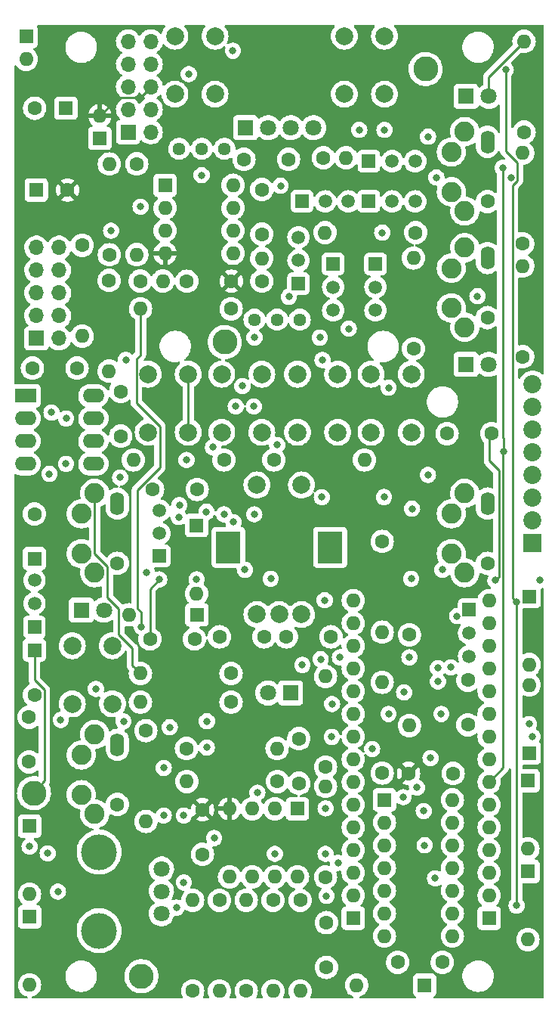
<source format=gbr>
%TF.GenerationSoftware,KiCad,Pcbnew,(6.0.1)*%
%TF.CreationDate,2022-11-26T13:10:33-08:00*%
%TF.ProjectId,Spankulator,5370616e-6b75-46c6-9174-6f722e6b6963,4.4*%
%TF.SameCoordinates,Original*%
%TF.FileFunction,Copper,L3,Inr*%
%TF.FilePolarity,Positive*%
%FSLAX46Y46*%
G04 Gerber Fmt 4.6, Leading zero omitted, Abs format (unit mm)*
G04 Created by KiCad (PCBNEW (6.0.1)) date 2022-11-26 13:10:33*
%MOMM*%
%LPD*%
G01*
G04 APERTURE LIST*
%TA.AperFunction,ComponentPad*%
%ADD10C,1.600000*%
%TD*%
%TA.AperFunction,ComponentPad*%
%ADD11R,1.600000X1.600000*%
%TD*%
%TA.AperFunction,ComponentPad*%
%ADD12O,1.600000X1.600000*%
%TD*%
%TA.AperFunction,ComponentPad*%
%ADD13R,1.800000X1.800000*%
%TD*%
%TA.AperFunction,ComponentPad*%
%ADD14C,1.800000*%
%TD*%
%TA.AperFunction,ComponentPad*%
%ADD15C,2.250000*%
%TD*%
%TA.AperFunction,ComponentPad*%
%ADD16O,1.600000X2.600000*%
%TD*%
%TA.AperFunction,ComponentPad*%
%ADD17C,2.000000*%
%TD*%
%TA.AperFunction,ComponentPad*%
%ADD18R,2.800000X3.600000*%
%TD*%
%TA.AperFunction,ComponentPad*%
%ADD19C,2.800000*%
%TD*%
%TA.AperFunction,WasherPad*%
%ADD20C,4.000000*%
%TD*%
%TA.AperFunction,ComponentPad*%
%ADD21R,1.500000X1.500000*%
%TD*%
%TA.AperFunction,ComponentPad*%
%ADD22C,1.500000*%
%TD*%
%TA.AperFunction,ComponentPad*%
%ADD23R,2.400000X1.600000*%
%TD*%
%TA.AperFunction,ComponentPad*%
%ADD24O,2.400000X1.600000*%
%TD*%
%TA.AperFunction,ComponentPad*%
%ADD25R,2.020000X2.020000*%
%TD*%
%TA.AperFunction,ComponentPad*%
%ADD26C,2.020000*%
%TD*%
%TA.AperFunction,ComponentPad*%
%ADD27R,1.700000X1.700000*%
%TD*%
%TA.AperFunction,ComponentPad*%
%ADD28O,1.700000X1.700000*%
%TD*%
%TA.AperFunction,ComponentPad*%
%ADD29C,1.440000*%
%TD*%
%TA.AperFunction,ViaPad*%
%ADD30C,0.800000*%
%TD*%
%TA.AperFunction,Conductor*%
%ADD31C,0.250000*%
%TD*%
G04 APERTURE END LIST*
D10*
X106350000Y-113350000D03*
X106350000Y-118350000D03*
X83250000Y-58420000D03*
X83250000Y-63420000D03*
X57530000Y-78420000D03*
X62530000Y-78420000D03*
X57150000Y-117500000D03*
X57150000Y-122500000D03*
X76600000Y-132850000D03*
X76600000Y-127850000D03*
X87400000Y-124900000D03*
X87400000Y-119900000D03*
X103484800Y-144928000D03*
X98484800Y-144928000D03*
X104700000Y-123800000D03*
X99700000Y-123800000D03*
X71000000Y-92000000D03*
X76000000Y-92000000D03*
X70700000Y-108750000D03*
X75700000Y-108750000D03*
X74840000Y-68690000D03*
X79840000Y-68690000D03*
X81250000Y-55050000D03*
X86250000Y-55050000D03*
X109022000Y-85746000D03*
X104022000Y-85746000D03*
X90500000Y-140500000D03*
X90500000Y-145500000D03*
X83500000Y-108500000D03*
X78500000Y-108500000D03*
X86000000Y-108500000D03*
X91000000Y-108500000D03*
D11*
X87250000Y-127750000D03*
D12*
X84710000Y-127750000D03*
X82170000Y-127750000D03*
X79630000Y-127750000D03*
X79630000Y-135370000D03*
X82170000Y-135370000D03*
X84710000Y-135370000D03*
X87250000Y-135370000D03*
D11*
X72400000Y-57950000D03*
D12*
X72400000Y-60490000D03*
X72400000Y-63030000D03*
X72400000Y-65570000D03*
X80020000Y-65570000D03*
X80020000Y-63030000D03*
X80020000Y-60490000D03*
X80020000Y-57950000D03*
D11*
X61280000Y-49320000D03*
D10*
X57780000Y-49320000D03*
D11*
X57960000Y-58480000D03*
D10*
X61460000Y-58480000D03*
D13*
X106160000Y-48000000D03*
D14*
X108700000Y-48000000D03*
D13*
X63000000Y-105500000D03*
D14*
X65540000Y-105500000D03*
D15*
X64500000Y-101330000D03*
X64500000Y-92430000D03*
X63000000Y-99180000D03*
X63000000Y-94730000D03*
D16*
X67050000Y-93590000D03*
D10*
X67050000Y-100270000D03*
D15*
X106000000Y-60830000D03*
X106000000Y-51930000D03*
X104500000Y-58680000D03*
X104500000Y-54230000D03*
D16*
X108550000Y-53090000D03*
D10*
X108550000Y-59770000D03*
D15*
X106000000Y-73830000D03*
X106000000Y-64930000D03*
X104500000Y-71680000D03*
X104500000Y-67230000D03*
D16*
X108550000Y-66090000D03*
D10*
X108550000Y-72770000D03*
D15*
X106000000Y-101330000D03*
X106000000Y-92430000D03*
X104500000Y-99180000D03*
X104500000Y-94730000D03*
D16*
X108550000Y-93590000D03*
D10*
X108550000Y-100270000D03*
D15*
X64500000Y-128330000D03*
X64500000Y-119430000D03*
X63000000Y-126180000D03*
X63000000Y-121730000D03*
D16*
X67050000Y-120590000D03*
D10*
X67050000Y-127270000D03*
X79800000Y-112600000D03*
D12*
X69640000Y-112600000D03*
D10*
X96750000Y-123750000D03*
D12*
X96750000Y-113590000D03*
D10*
X79800000Y-115800000D03*
D12*
X69640000Y-115800000D03*
D10*
X69230000Y-55560000D03*
D12*
X69230000Y-65720000D03*
D10*
X100250000Y-76250000D03*
D12*
X100250000Y-66090000D03*
D17*
X82700000Y-91500000D03*
X87700000Y-91500000D03*
D18*
X90900000Y-98500000D03*
X79500000Y-98500000D03*
D17*
X82700000Y-106000000D03*
X87700000Y-106000000D03*
X85200000Y-106000000D03*
X62000000Y-116000000D03*
X62000000Y-109500000D03*
X66500000Y-109500000D03*
X66500000Y-116000000D03*
X87250000Y-85600000D03*
X87250000Y-79100000D03*
X91750000Y-85600000D03*
X91750000Y-79100000D03*
X70500000Y-79100000D03*
X70500000Y-85600000D03*
X75000000Y-85600000D03*
X75000000Y-79100000D03*
X78750000Y-79100000D03*
X78750000Y-85600000D03*
X83250000Y-85600000D03*
X83250000Y-79100000D03*
X95500000Y-85600000D03*
X95500000Y-79100000D03*
X100000000Y-79100000D03*
X100000000Y-85600000D03*
D19*
X69750000Y-146500000D03*
D11*
X97000000Y-126750000D03*
D12*
X97000000Y-129290000D03*
X97000000Y-131830000D03*
X97000000Y-134370000D03*
X97000000Y-136910000D03*
X97000000Y-139450000D03*
X97000000Y-141990000D03*
X104620000Y-141990000D03*
X104620000Y-139450000D03*
X104620000Y-136910000D03*
X104620000Y-134370000D03*
X104620000Y-131830000D03*
X104620000Y-129290000D03*
X104620000Y-126750000D03*
D17*
X92500000Y-41250000D03*
X92500000Y-47750000D03*
X97000000Y-47750000D03*
X97000000Y-41250000D03*
D13*
X106160000Y-78000000D03*
D14*
X108700000Y-78000000D03*
D13*
X81440000Y-51500000D03*
D14*
X83980000Y-51500000D03*
X86520000Y-51500000D03*
X89060000Y-51500000D03*
D17*
X73500000Y-41250000D03*
X73500000Y-47750000D03*
X78000000Y-47750000D03*
X78000000Y-41250000D03*
D13*
X86470000Y-114800000D03*
D14*
X83930000Y-114800000D03*
D10*
X84500000Y-138000000D03*
D12*
X84500000Y-148160000D03*
D10*
X90400000Y-123100000D03*
D12*
X90400000Y-112940000D03*
D10*
X74800000Y-121000000D03*
D12*
X84960000Y-121000000D03*
X74840000Y-124700000D03*
D10*
X85000000Y-124700000D03*
X90400000Y-135400000D03*
D12*
X90400000Y-125240000D03*
X81500000Y-137990000D03*
D10*
X81500000Y-148150000D03*
X78500000Y-138000000D03*
D12*
X78500000Y-148160000D03*
D20*
X65000000Y-132600000D03*
X65000000Y-141400000D03*
D14*
X72000000Y-134500000D03*
X72000000Y-137000000D03*
X72000000Y-139500000D03*
D10*
X87550000Y-138000000D03*
D12*
X87550000Y-148160000D03*
D10*
X79000000Y-88700000D03*
D12*
X68840000Y-88700000D03*
D10*
X112500000Y-64500000D03*
D12*
X112500000Y-54340000D03*
D11*
X113230000Y-121500000D03*
D12*
X113230000Y-113880000D03*
D11*
X101500000Y-147500000D03*
D12*
X93880000Y-147500000D03*
D21*
X87360000Y-68960000D03*
D22*
X87360000Y-66360000D03*
X87360000Y-63760000D03*
D21*
X87750000Y-59750000D03*
D22*
X90350000Y-59750000D03*
X92950000Y-59750000D03*
D10*
X79810000Y-71776000D03*
D12*
X69650000Y-71776000D03*
D10*
X69610000Y-68670000D03*
D12*
X72150000Y-68670000D03*
D10*
X83250000Y-68670000D03*
D12*
X83250000Y-66130000D03*
D10*
X100500000Y-63250000D03*
D12*
X90340000Y-63250000D03*
D23*
X56750000Y-81510000D03*
D24*
X56750000Y-84050000D03*
X56750000Y-86590000D03*
X56750000Y-89130000D03*
X64370000Y-89130000D03*
X64370000Y-86590000D03*
X64370000Y-84050000D03*
X64370000Y-81510000D03*
D11*
X113086000Y-124608000D03*
D12*
X113086000Y-132228000D03*
D11*
X113086000Y-134768000D03*
D12*
X113086000Y-142388000D03*
D11*
X75930000Y-96040000D03*
D12*
X75930000Y-103660000D03*
D11*
X75970000Y-106040000D03*
D12*
X68350000Y-106040000D03*
D11*
X113230000Y-103980000D03*
D12*
X113230000Y-111600000D03*
D10*
X84600000Y-88700000D03*
D12*
X94760000Y-88700000D03*
D21*
X57750000Y-107374999D03*
D22*
X57750000Y-104774999D03*
X57750000Y-102174999D03*
D11*
X57750000Y-110000000D03*
D10*
X57750000Y-115000000D03*
D11*
X57750000Y-99750000D03*
D10*
X57750000Y-94750000D03*
X75500000Y-148160000D03*
D12*
X75500000Y-138000000D03*
D21*
X96000000Y-66750000D03*
D22*
X96000000Y-69350000D03*
X96000000Y-71950000D03*
D21*
X95250000Y-59750000D03*
D22*
X97850000Y-59750000D03*
X100450000Y-59750000D03*
D10*
X90155000Y-54870000D03*
D12*
X92695000Y-54870000D03*
D21*
X91250000Y-66750000D03*
D22*
X91250000Y-69350000D03*
X91250000Y-71950000D03*
D21*
X95250000Y-55250000D03*
D22*
X97850000Y-55250000D03*
X100450000Y-55250000D03*
D10*
X112650000Y-52000000D03*
D12*
X112650000Y-41840000D03*
D10*
X70250000Y-119000000D03*
D12*
X70250000Y-129160000D03*
D10*
X66120000Y-68600000D03*
D12*
X66120000Y-78760000D03*
D10*
X66150000Y-65730000D03*
D12*
X66150000Y-55570000D03*
D10*
X63100000Y-64664000D03*
D12*
X63100000Y-74824000D03*
D11*
X57206000Y-139848000D03*
D12*
X57206000Y-147468000D03*
D11*
X57206000Y-129688000D03*
D12*
X57206000Y-137308000D03*
D21*
X71750000Y-99462000D03*
D22*
X71750000Y-96922000D03*
X71750000Y-94382000D03*
D10*
X67424000Y-81031200D03*
X67424000Y-86031200D03*
D12*
X65080000Y-50164315D03*
D11*
X65080000Y-52704315D03*
D21*
X106500000Y-105475000D03*
D22*
X106500000Y-108075000D03*
X106500000Y-110675000D03*
D10*
X99800000Y-108270000D03*
D12*
X99800000Y-118430000D03*
D10*
X112500000Y-77150000D03*
D12*
X112500000Y-66990000D03*
D11*
X56830000Y-41300000D03*
D12*
X56830000Y-43840000D03*
D10*
X96750000Y-97820000D03*
D12*
X96750000Y-107980000D03*
D25*
X113610000Y-97990000D03*
D26*
X113610000Y-95450000D03*
X113610000Y-92910000D03*
X113610000Y-90370000D03*
X113610000Y-87830000D03*
X113610000Y-85290000D03*
X113610000Y-82750000D03*
X113610000Y-80210000D03*
D19*
X101620000Y-44930000D03*
D27*
X57980000Y-75090000D03*
D28*
X60520000Y-75090000D03*
X57980000Y-72550000D03*
X60520000Y-72550000D03*
X57980000Y-70010000D03*
X60520000Y-70010000D03*
X57980000Y-67470000D03*
X60520000Y-67470000D03*
X57980000Y-64930000D03*
X60520000Y-64930000D03*
D29*
X73975000Y-53875000D03*
X76515000Y-53875000D03*
X79055000Y-53875000D03*
X87500000Y-73000000D03*
X84960000Y-73000000D03*
X82420000Y-73000000D03*
D19*
X57700000Y-126000000D03*
D27*
X68250000Y-52000000D03*
D28*
X70790000Y-52000000D03*
X68250000Y-49460000D03*
X70790000Y-49460000D03*
X68250000Y-46920000D03*
X70790000Y-46920000D03*
X68250000Y-44380000D03*
X70790000Y-44380000D03*
X68250000Y-41840000D03*
X70790000Y-41840000D03*
D19*
X79100000Y-75500000D03*
D11*
X93500000Y-140000000D03*
D12*
X93500000Y-137460000D03*
X93500000Y-134920000D03*
X93500000Y-132380000D03*
X93500000Y-129840000D03*
X93500000Y-127300000D03*
X93500000Y-124760000D03*
X93500000Y-122220000D03*
X93500000Y-119680000D03*
X93500000Y-117140000D03*
X93500000Y-114600000D03*
X93500000Y-112060000D03*
X93500000Y-109520000D03*
X93500000Y-106980000D03*
X93500000Y-104440000D03*
D11*
X108740000Y-140000000D03*
D12*
X108740000Y-137460000D03*
X108740000Y-134920000D03*
X108740000Y-132380000D03*
X108740000Y-129840000D03*
X108740000Y-127300000D03*
X108740000Y-124760000D03*
X108740000Y-122220000D03*
X108740000Y-119680000D03*
X108740000Y-117140000D03*
X108740000Y-114600000D03*
X108740000Y-112060000D03*
X108740000Y-109520000D03*
X108740000Y-106980000D03*
X108740000Y-104440000D03*
D30*
X80010000Y-42890000D03*
X67366000Y-90673600D03*
X82352000Y-82698000D03*
X75930000Y-102080000D03*
X80066000Y-95652000D03*
X89750000Y-75000000D03*
X71750000Y-102080000D03*
X96750000Y-63250000D03*
X61297010Y-89130000D03*
X61300000Y-84050000D03*
X82426000Y-75000000D03*
X80320000Y-82698000D03*
X59430000Y-90260000D03*
X59660000Y-83380000D03*
X99125000Y-126450000D03*
X99800000Y-110800000D03*
X64640001Y-114330001D03*
X95624999Y-121052000D03*
X69652000Y-60346000D03*
X76500000Y-56820000D03*
X85350000Y-58010000D03*
X86284999Y-70433801D03*
X107424999Y-70375801D03*
X82750000Y-125950000D03*
X92000000Y-110800000D03*
X90400000Y-127700000D03*
X90390000Y-132790000D03*
X84710000Y-132790000D03*
X101500000Y-131830000D03*
X74500000Y-128500000D03*
X72250000Y-128500000D03*
X72250000Y-123180001D03*
X74500000Y-136000000D03*
X82402000Y-94787600D03*
X79000000Y-94787600D03*
X69765401Y-107374999D03*
X59238000Y-132736000D03*
X90050000Y-77500000D03*
X67995001Y-77500000D03*
X74804999Y-88700000D03*
X103000000Y-113500000D03*
X103374999Y-117140000D03*
X102672000Y-135530000D03*
X91792999Y-133794999D03*
X90500000Y-137500000D03*
X84960000Y-87016000D03*
X77774998Y-87270000D03*
X97454999Y-80605001D03*
X66350000Y-63030000D03*
X57206000Y-131974000D03*
X77900000Y-131030001D03*
X89972000Y-92858000D03*
X96950000Y-92850000D03*
X93000000Y-74000000D03*
X81068999Y-80425001D03*
X103500000Y-101000000D03*
X104450000Y-111908000D03*
X81350000Y-101000000D03*
X114400000Y-102180000D03*
X109440000Y-102180000D03*
X113600000Y-119670000D03*
X75061411Y-45500000D03*
X72925000Y-118625000D03*
X113204999Y-118265001D03*
X97460000Y-117140000D03*
X110596800Y-45004400D03*
X111808999Y-138585001D03*
X111824999Y-104625001D03*
X102164000Y-122068000D03*
X101890001Y-52509999D03*
X101874999Y-90375001D03*
X110350000Y-87760000D03*
X110250000Y-56000000D03*
X97000000Y-51750000D03*
X94174000Y-51750000D03*
X73674999Y-138825001D03*
X77045001Y-94500000D03*
X73919200Y-95093200D03*
X67738095Y-117961905D03*
X77091667Y-117958333D03*
X77080000Y-120890000D03*
X91100000Y-119700000D03*
X91124999Y-116025001D03*
X99200000Y-114715001D03*
X102820000Y-57070000D03*
X103000000Y-112000000D03*
X111180000Y-57070000D03*
X105144999Y-106180001D03*
X87800000Y-111650000D03*
X89850000Y-111000000D03*
X90300000Y-104400000D03*
X100100001Y-94149999D03*
X74000000Y-93750000D03*
X101400000Y-128000000D03*
X100640000Y-125370000D03*
X84250000Y-102000000D03*
X100000000Y-102000000D03*
X60394345Y-137025655D03*
X60700000Y-117800000D03*
X70325000Y-101275000D03*
D31*
X67169804Y-48094511D02*
X69615489Y-48094511D01*
X65080000Y-50184315D02*
X67169804Y-48094511D01*
X69615489Y-48094511D02*
X70790000Y-46920000D01*
X70700000Y-108750000D02*
X70700000Y-103130000D01*
X70700000Y-103130000D02*
X71750000Y-102080000D01*
X64500000Y-99183998D02*
X65950001Y-100633999D01*
X68750000Y-109788998D02*
X68750000Y-111710000D01*
X65950001Y-104096999D02*
X67224999Y-105371997D01*
X68750000Y-111710000D02*
X69640000Y-112600000D01*
X65950001Y-100633999D02*
X65950001Y-104096999D01*
X67224999Y-105371997D02*
X67224999Y-108263997D01*
X64500000Y-92430000D02*
X64500000Y-99183998D01*
X67224999Y-108263997D02*
X68750000Y-109788998D01*
X69174999Y-82313997D02*
X71825001Y-84963999D01*
X69296400Y-105321398D02*
X69765401Y-105790399D01*
X57750000Y-110000000D02*
X57750000Y-113334998D01*
X57750000Y-113334998D02*
X58875001Y-114459999D01*
X58875001Y-114459999D02*
X58875001Y-124624999D01*
X58875001Y-124624999D02*
X57500000Y-126000000D01*
X69296400Y-92038598D02*
X69296400Y-105321398D01*
X71825001Y-89509997D02*
X69296400Y-92038598D01*
X69650000Y-76918003D02*
X69174999Y-77393004D01*
X69650000Y-71776000D02*
X69650000Y-76918003D01*
X69174999Y-77393004D02*
X69174999Y-82313997D01*
X69765401Y-105790399D02*
X69765401Y-107374999D01*
X71825001Y-84963999D02*
X71825001Y-89509997D01*
X108700000Y-45828198D02*
X112650000Y-41878198D01*
X112650000Y-41878198D02*
X112650000Y-41840000D01*
X108700000Y-48000000D02*
X108700000Y-45828198D01*
X108768000Y-88794000D02*
X108768000Y-86000000D01*
X109839999Y-101780001D02*
X109839999Y-89865999D01*
X109440000Y-102180000D02*
X109839999Y-101780001D01*
X108768000Y-86000000D02*
X109022000Y-85746000D01*
X109839999Y-89865999D02*
X108768000Y-88794000D01*
X111374999Y-57948003D02*
X111905001Y-57418001D01*
X111374999Y-104175001D02*
X111374999Y-57948003D01*
X111905001Y-57418001D02*
X111905001Y-55410003D01*
X111824999Y-104625001D02*
X111374999Y-104175001D01*
X110596800Y-54101802D02*
X110596800Y-45004400D01*
X111816000Y-138585001D02*
X111824999Y-104625001D01*
X111905001Y-55410003D02*
X110596800Y-54101802D01*
X110250000Y-86183002D02*
X110350000Y-86283002D01*
X110250000Y-56000000D02*
X110250000Y-86183002D01*
X110315011Y-123184989D02*
X108740000Y-124760000D01*
X110350000Y-86283002D02*
X110350000Y-87760000D01*
X110315011Y-87884989D02*
X110315011Y-123184989D01*
X75000000Y-79100000D02*
X75000000Y-85600000D01*
%TA.AperFunction,Conductor*%
G36*
X72371765Y-40028002D02*
G01*
X72418258Y-40081658D01*
X72428362Y-40151932D01*
X72399455Y-40215831D01*
X72275824Y-40360584D01*
X72273245Y-40364792D01*
X72273241Y-40364798D01*
X72180853Y-40515562D01*
X72151760Y-40563037D01*
X72149867Y-40567607D01*
X72149865Y-40567611D01*
X72077767Y-40741673D01*
X72060895Y-40782406D01*
X72045419Y-40846870D01*
X72033694Y-40895707D01*
X71998342Y-40957276D01*
X71935315Y-40989959D01*
X71864624Y-40983379D01*
X71817982Y-40951093D01*
X71723152Y-40846876D01*
X71723142Y-40846867D01*
X71719670Y-40843051D01*
X71715619Y-40839852D01*
X71715615Y-40839848D01*
X71548414Y-40707800D01*
X71548410Y-40707798D01*
X71544359Y-40704598D01*
X71536304Y-40700151D01*
X71492136Y-40675769D01*
X71348789Y-40596638D01*
X71343920Y-40594914D01*
X71343916Y-40594912D01*
X71143087Y-40523795D01*
X71143083Y-40523794D01*
X71138212Y-40522069D01*
X71133119Y-40521162D01*
X71133116Y-40521161D01*
X70923373Y-40483800D01*
X70923367Y-40483799D01*
X70918284Y-40482894D01*
X70844452Y-40481992D01*
X70700081Y-40480228D01*
X70700079Y-40480228D01*
X70694911Y-40480165D01*
X70474091Y-40513955D01*
X70261756Y-40583357D01*
X70063607Y-40686507D01*
X70059474Y-40689610D01*
X70059471Y-40689612D01*
X69959715Y-40764511D01*
X69884965Y-40820635D01*
X69819346Y-40889301D01*
X69798925Y-40910671D01*
X69730629Y-40982138D01*
X69623201Y-41139621D01*
X69568293Y-41184621D01*
X69497768Y-41192792D01*
X69434021Y-41161538D01*
X69413324Y-41137054D01*
X69332822Y-41012617D01*
X69332820Y-41012614D01*
X69330014Y-41008277D01*
X69179670Y-40843051D01*
X69175619Y-40839852D01*
X69175615Y-40839848D01*
X69008414Y-40707800D01*
X69008410Y-40707798D01*
X69004359Y-40704598D01*
X68996304Y-40700151D01*
X68952136Y-40675769D01*
X68808789Y-40596638D01*
X68803920Y-40594914D01*
X68803916Y-40594912D01*
X68603087Y-40523795D01*
X68603083Y-40523794D01*
X68598212Y-40522069D01*
X68593119Y-40521162D01*
X68593116Y-40521161D01*
X68383373Y-40483800D01*
X68383367Y-40483799D01*
X68378284Y-40482894D01*
X68304452Y-40481992D01*
X68160081Y-40480228D01*
X68160079Y-40480228D01*
X68154911Y-40480165D01*
X67934091Y-40513955D01*
X67721756Y-40583357D01*
X67523607Y-40686507D01*
X67519474Y-40689610D01*
X67519471Y-40689612D01*
X67419715Y-40764511D01*
X67344965Y-40820635D01*
X67279346Y-40889301D01*
X67258925Y-40910671D01*
X67190629Y-40982138D01*
X67187720Y-40986403D01*
X67187714Y-40986411D01*
X67178300Y-41000211D01*
X67064743Y-41166680D01*
X66970688Y-41369305D01*
X66910989Y-41584570D01*
X66887251Y-41806695D01*
X66887548Y-41811848D01*
X66887548Y-41811851D01*
X66895929Y-41957208D01*
X66900110Y-42029715D01*
X66901247Y-42034761D01*
X66901248Y-42034767D01*
X66916572Y-42102763D01*
X66949222Y-42247639D01*
X67033266Y-42454616D01*
X67072380Y-42518444D01*
X67147291Y-42640688D01*
X67149987Y-42645088D01*
X67296250Y-42813938D01*
X67468126Y-42956632D01*
X67528314Y-42991803D01*
X67541445Y-42999476D01*
X67590169Y-43051114D01*
X67603240Y-43120897D01*
X67576509Y-43186669D01*
X67536055Y-43220027D01*
X67523607Y-43226507D01*
X67519474Y-43229610D01*
X67519471Y-43229612D01*
X67381120Y-43333489D01*
X67344965Y-43360635D01*
X67341393Y-43364373D01*
X67254101Y-43455719D01*
X67190629Y-43522138D01*
X67187720Y-43526403D01*
X67187714Y-43526411D01*
X67125650Y-43617393D01*
X67064743Y-43706680D01*
X67022941Y-43796736D01*
X67005400Y-43834525D01*
X66970688Y-43909305D01*
X66910989Y-44124570D01*
X66887251Y-44346695D01*
X66887548Y-44351848D01*
X66887548Y-44351851D01*
X66895615Y-44491762D01*
X66900110Y-44569715D01*
X66901247Y-44574761D01*
X66901248Y-44574767D01*
X66914573Y-44633891D01*
X66949222Y-44787639D01*
X67033266Y-44994616D01*
X67080663Y-45071961D01*
X67147291Y-45180688D01*
X67149987Y-45185088D01*
X67296250Y-45353938D01*
X67468126Y-45496632D01*
X67491739Y-45510430D01*
X67541445Y-45539476D01*
X67590169Y-45591114D01*
X67603240Y-45660897D01*
X67576509Y-45726669D01*
X67536055Y-45760027D01*
X67523607Y-45766507D01*
X67519474Y-45769610D01*
X67519471Y-45769612D01*
X67376072Y-45877279D01*
X67344965Y-45900635D01*
X67190629Y-46062138D01*
X67187715Y-46066410D01*
X67187714Y-46066411D01*
X67135611Y-46142792D01*
X67064743Y-46246680D01*
X67035472Y-46309740D01*
X66992758Y-46401760D01*
X66970688Y-46449305D01*
X66910989Y-46664570D01*
X66887251Y-46886695D01*
X66887548Y-46891848D01*
X66887548Y-46891851D01*
X66899229Y-47094437D01*
X66900110Y-47109715D01*
X66901247Y-47114761D01*
X66901248Y-47114767D01*
X66911249Y-47159144D01*
X66949222Y-47327639D01*
X66987461Y-47421811D01*
X67026610Y-47518223D01*
X67033266Y-47534616D01*
X67149987Y-47725088D01*
X67296250Y-47893938D01*
X67468126Y-48036632D01*
X67518782Y-48066233D01*
X67541445Y-48079476D01*
X67590169Y-48131114D01*
X67603240Y-48200897D01*
X67576509Y-48266669D01*
X67536055Y-48300027D01*
X67523607Y-48306507D01*
X67519474Y-48309610D01*
X67519471Y-48309612D01*
X67349100Y-48437530D01*
X67344965Y-48440635D01*
X67190629Y-48602138D01*
X67187720Y-48606403D01*
X67187714Y-48606411D01*
X67145539Y-48668238D01*
X67064743Y-48786680D01*
X67025716Y-48870757D01*
X66976512Y-48976759D01*
X66970688Y-48989305D01*
X66910989Y-49204570D01*
X66910440Y-49209707D01*
X66909456Y-49218913D01*
X66887251Y-49426695D01*
X66887548Y-49431848D01*
X66887548Y-49431851D01*
X66893011Y-49526590D01*
X66900110Y-49649715D01*
X66901247Y-49654761D01*
X66901248Y-49654767D01*
X66913755Y-49710262D01*
X66949222Y-49867639D01*
X67033266Y-50074616D01*
X67070446Y-50135288D01*
X67147291Y-50260688D01*
X67149987Y-50265088D01*
X67296250Y-50433938D01*
X67300230Y-50437242D01*
X67304981Y-50441187D01*
X67344616Y-50500090D01*
X67346113Y-50571071D01*
X67308997Y-50631593D01*
X67268725Y-50656112D01*
X67187660Y-50686502D01*
X67153295Y-50699385D01*
X67036739Y-50786739D01*
X66949385Y-50903295D01*
X66898255Y-51039684D01*
X66891500Y-51101866D01*
X66891500Y-52898134D01*
X66898255Y-52960316D01*
X66949385Y-53096705D01*
X67036739Y-53213261D01*
X67153295Y-53300615D01*
X67289684Y-53351745D01*
X67351866Y-53358500D01*
X69148134Y-53358500D01*
X69210316Y-53351745D01*
X69346705Y-53300615D01*
X69463261Y-53213261D01*
X69550615Y-53096705D01*
X69581519Y-53014269D01*
X69594598Y-52979382D01*
X69637240Y-52922618D01*
X69703802Y-52897918D01*
X69773150Y-52913126D01*
X69807817Y-52941114D01*
X69836250Y-52973938D01*
X70008126Y-53116632D01*
X70201000Y-53229338D01*
X70409692Y-53309030D01*
X70414760Y-53310061D01*
X70414763Y-53310062D01*
X70522017Y-53331883D01*
X70628597Y-53353567D01*
X70633772Y-53353757D01*
X70633774Y-53353757D01*
X70846673Y-53361564D01*
X70846677Y-53361564D01*
X70851837Y-53361753D01*
X70856957Y-53361097D01*
X70856959Y-53361097D01*
X71068288Y-53334025D01*
X71068289Y-53334025D01*
X71073416Y-53333368D01*
X71078366Y-53331883D01*
X71282429Y-53270661D01*
X71282434Y-53270659D01*
X71287384Y-53269174D01*
X71487994Y-53170896D01*
X71669860Y-53041173D01*
X71701788Y-53009357D01*
X71798355Y-52913126D01*
X71828096Y-52883489D01*
X71855589Y-52845229D01*
X71955435Y-52706277D01*
X71958453Y-52702077D01*
X71972558Y-52673539D01*
X72055136Y-52506453D01*
X72055137Y-52506451D01*
X72057430Y-52501811D01*
X72073738Y-52448134D01*
X80031500Y-52448134D01*
X80038255Y-52510316D01*
X80089385Y-52646705D01*
X80176739Y-52763261D01*
X80293295Y-52850615D01*
X80429684Y-52901745D01*
X80491866Y-52908500D01*
X82388134Y-52908500D01*
X82450316Y-52901745D01*
X82586705Y-52850615D01*
X82703261Y-52763261D01*
X82790615Y-52646705D01*
X82815180Y-52581178D01*
X82857822Y-52524414D01*
X82924383Y-52499714D01*
X82993732Y-52514921D01*
X83013647Y-52528464D01*
X83164725Y-52653891D01*
X83169349Y-52657730D01*
X83369322Y-52774584D01*
X83585694Y-52857209D01*
X83590760Y-52858240D01*
X83590761Y-52858240D01*
X83643846Y-52869040D01*
X83812656Y-52903385D01*
X83942089Y-52908131D01*
X84038949Y-52911683D01*
X84038953Y-52911683D01*
X84044113Y-52911872D01*
X84049233Y-52911216D01*
X84049235Y-52911216D01*
X84124836Y-52901531D01*
X84273847Y-52882442D01*
X84278795Y-52880957D01*
X84278802Y-52880956D01*
X84490747Y-52817369D01*
X84495690Y-52815886D01*
X84500324Y-52813616D01*
X84699049Y-52716262D01*
X84699052Y-52716260D01*
X84703684Y-52713991D01*
X84892243Y-52579494D01*
X85056303Y-52416005D01*
X85059319Y-52411808D01*
X85059326Y-52411800D01*
X85146960Y-52289844D01*
X85202954Y-52246196D01*
X85273658Y-52239750D01*
X85336622Y-52272553D01*
X85356715Y-52297536D01*
X85376800Y-52330313D01*
X85376806Y-52330321D01*
X85379501Y-52334719D01*
X85531147Y-52509784D01*
X85664103Y-52620166D01*
X85702161Y-52651762D01*
X85709349Y-52657730D01*
X85909322Y-52774584D01*
X86125694Y-52857209D01*
X86130760Y-52858240D01*
X86130761Y-52858240D01*
X86183846Y-52869040D01*
X86352656Y-52903385D01*
X86482089Y-52908131D01*
X86578949Y-52911683D01*
X86578953Y-52911683D01*
X86584113Y-52911872D01*
X86589233Y-52911216D01*
X86589235Y-52911216D01*
X86664836Y-52901531D01*
X86813847Y-52882442D01*
X86818795Y-52880957D01*
X86818802Y-52880956D01*
X87030747Y-52817369D01*
X87035690Y-52815886D01*
X87040324Y-52813616D01*
X87239049Y-52716262D01*
X87239052Y-52716260D01*
X87243684Y-52713991D01*
X87432243Y-52579494D01*
X87596303Y-52416005D01*
X87599319Y-52411808D01*
X87599326Y-52411800D01*
X87686960Y-52289844D01*
X87742954Y-52246196D01*
X87813658Y-52239750D01*
X87876622Y-52272553D01*
X87896715Y-52297536D01*
X87916800Y-52330313D01*
X87916806Y-52330321D01*
X87919501Y-52334719D01*
X88071147Y-52509784D01*
X88204103Y-52620166D01*
X88242161Y-52651762D01*
X88249349Y-52657730D01*
X88449322Y-52774584D01*
X88665694Y-52857209D01*
X88670760Y-52858240D01*
X88670761Y-52858240D01*
X88723846Y-52869040D01*
X88892656Y-52903385D01*
X89022089Y-52908131D01*
X89118949Y-52911683D01*
X89118953Y-52911683D01*
X89124113Y-52911872D01*
X89129233Y-52911216D01*
X89129235Y-52911216D01*
X89204836Y-52901531D01*
X89353847Y-52882442D01*
X89358795Y-52880957D01*
X89358802Y-52880956D01*
X89570747Y-52817369D01*
X89575690Y-52815886D01*
X89580324Y-52813616D01*
X89779049Y-52716262D01*
X89779052Y-52716260D01*
X89783684Y-52713991D01*
X89972243Y-52579494D01*
X90136303Y-52416005D01*
X90271458Y-52227917D01*
X90274083Y-52222607D01*
X90371784Y-52024922D01*
X90371785Y-52024920D01*
X90374078Y-52020280D01*
X90441408Y-51798671D01*
X90447816Y-51750000D01*
X93260496Y-51750000D01*
X93261186Y-51756565D01*
X93279415Y-51930000D01*
X93280458Y-51939928D01*
X93339473Y-52121556D01*
X93342776Y-52127278D01*
X93342777Y-52127279D01*
X93348526Y-52137237D01*
X93434960Y-52286944D01*
X93439378Y-52291851D01*
X93439379Y-52291852D01*
X93558325Y-52423955D01*
X93562747Y-52428866D01*
X93593943Y-52451531D01*
X93674417Y-52509999D01*
X93717248Y-52541118D01*
X93723276Y-52543802D01*
X93723278Y-52543803D01*
X93885681Y-52616109D01*
X93891712Y-52618794D01*
X93983466Y-52638297D01*
X94072056Y-52657128D01*
X94072061Y-52657128D01*
X94078513Y-52658500D01*
X94269487Y-52658500D01*
X94275939Y-52657128D01*
X94275944Y-52657128D01*
X94364534Y-52638297D01*
X94456288Y-52618794D01*
X94462319Y-52616109D01*
X94624722Y-52543803D01*
X94624724Y-52543802D01*
X94630752Y-52541118D01*
X94673584Y-52509999D01*
X94754057Y-52451531D01*
X94785253Y-52428866D01*
X94789675Y-52423955D01*
X94908621Y-52291852D01*
X94908622Y-52291851D01*
X94913040Y-52286944D01*
X94999474Y-52137237D01*
X95005223Y-52127279D01*
X95005224Y-52127278D01*
X95008527Y-52121556D01*
X95067542Y-51939928D01*
X95068586Y-51930000D01*
X95086814Y-51756565D01*
X95087504Y-51750000D01*
X96086496Y-51750000D01*
X96087186Y-51756565D01*
X96105415Y-51930000D01*
X96106458Y-51939928D01*
X96165473Y-52121556D01*
X96168776Y-52127278D01*
X96168777Y-52127279D01*
X96174526Y-52137237D01*
X96260960Y-52286944D01*
X96265378Y-52291851D01*
X96265379Y-52291852D01*
X96384325Y-52423955D01*
X96388747Y-52428866D01*
X96419943Y-52451531D01*
X96500417Y-52509999D01*
X96543248Y-52541118D01*
X96549276Y-52543802D01*
X96549278Y-52543803D01*
X96711681Y-52616109D01*
X96717712Y-52618794D01*
X96809466Y-52638297D01*
X96898056Y-52657128D01*
X96898061Y-52657128D01*
X96904513Y-52658500D01*
X97095487Y-52658500D01*
X97101939Y-52657128D01*
X97101944Y-52657128D01*
X97190534Y-52638297D01*
X97282288Y-52618794D01*
X97288319Y-52616109D01*
X97450722Y-52543803D01*
X97450724Y-52543802D01*
X97456752Y-52541118D01*
X97499584Y-52509999D01*
X100976497Y-52509999D01*
X100977187Y-52516564D01*
X100993686Y-52673539D01*
X100996459Y-52699927D01*
X101055474Y-52881555D01*
X101058777Y-52887277D01*
X101058778Y-52887278D01*
X101079182Y-52922618D01*
X101150961Y-53046943D01*
X101155379Y-53051850D01*
X101155380Y-53051851D01*
X101274326Y-53183954D01*
X101278748Y-53188865D01*
X101374179Y-53258200D01*
X101386132Y-53266884D01*
X101433249Y-53301117D01*
X101439277Y-53303801D01*
X101439279Y-53303802D01*
X101569440Y-53361753D01*
X101607713Y-53378793D01*
X101669165Y-53391855D01*
X101788057Y-53417127D01*
X101788062Y-53417127D01*
X101794514Y-53418499D01*
X101985488Y-53418499D01*
X101991940Y-53417127D01*
X101991945Y-53417127D01*
X102110837Y-53391855D01*
X102172289Y-53378793D01*
X102210562Y-53361753D01*
X102340723Y-53303802D01*
X102340725Y-53303801D01*
X102346753Y-53301117D01*
X102393871Y-53266884D01*
X102405823Y-53258200D01*
X102501254Y-53188865D01*
X102505676Y-53183954D01*
X102624622Y-53051851D01*
X102624623Y-53051850D01*
X102629041Y-53046943D01*
X102700820Y-52922618D01*
X102721224Y-52887278D01*
X102721225Y-52887277D01*
X102724528Y-52881555D01*
X102783543Y-52699927D01*
X102786317Y-52673539D01*
X102802815Y-52516564D01*
X102803505Y-52509999D01*
X102787941Y-52361913D01*
X102784233Y-52326634D01*
X102784233Y-52326632D01*
X102783543Y-52320071D01*
X102724528Y-52138443D01*
X102718083Y-52127279D01*
X102647759Y-52005475D01*
X102629041Y-51973055D01*
X102599214Y-51939928D01*
X102505676Y-51836044D01*
X102505675Y-51836043D01*
X102501254Y-51831133D01*
X102389875Y-51750211D01*
X102352095Y-51722762D01*
X102352094Y-51722761D01*
X102346753Y-51718881D01*
X102340725Y-51716197D01*
X102340723Y-51716196D01*
X102178320Y-51643890D01*
X102178319Y-51643890D01*
X102172289Y-51641205D01*
X102078889Y-51621352D01*
X101991945Y-51602871D01*
X101991940Y-51602871D01*
X101985488Y-51601499D01*
X101794514Y-51601499D01*
X101788062Y-51602871D01*
X101788057Y-51602871D01*
X101701113Y-51621352D01*
X101607713Y-51641205D01*
X101601683Y-51643890D01*
X101601682Y-51643890D01*
X101439279Y-51716196D01*
X101439277Y-51716197D01*
X101433249Y-51718881D01*
X101427908Y-51722761D01*
X101427907Y-51722762D01*
X101390127Y-51750211D01*
X101278748Y-51831133D01*
X101274327Y-51836043D01*
X101274326Y-51836044D01*
X101180789Y-51939928D01*
X101150961Y-51973055D01*
X101132243Y-52005475D01*
X101061920Y-52127279D01*
X101055474Y-52138443D01*
X100996459Y-52320071D01*
X100995769Y-52326632D01*
X100995769Y-52326634D01*
X100992061Y-52361913D01*
X100976497Y-52509999D01*
X97499584Y-52509999D01*
X97580057Y-52451531D01*
X97611253Y-52428866D01*
X97615675Y-52423955D01*
X97734621Y-52291852D01*
X97734622Y-52291851D01*
X97739040Y-52286944D01*
X97825474Y-52137237D01*
X97831223Y-52127279D01*
X97831224Y-52127278D01*
X97834527Y-52121556D01*
X97893542Y-51939928D01*
X97894586Y-51930000D01*
X97912814Y-51756565D01*
X97913504Y-51750000D01*
X97909951Y-51716196D01*
X97894232Y-51566635D01*
X97894232Y-51566633D01*
X97893542Y-51560072D01*
X97834527Y-51378444D01*
X97820584Y-51354293D01*
X97768543Y-51264156D01*
X97739040Y-51213056D01*
X97714781Y-51186113D01*
X97615675Y-51076045D01*
X97615674Y-51076044D01*
X97611253Y-51071134D01*
X97456752Y-50958882D01*
X97450724Y-50956198D01*
X97450722Y-50956197D01*
X97288319Y-50883891D01*
X97288318Y-50883891D01*
X97282288Y-50881206D01*
X97183233Y-50860151D01*
X97101944Y-50842872D01*
X97101939Y-50842872D01*
X97095487Y-50841500D01*
X96904513Y-50841500D01*
X96898061Y-50842872D01*
X96898056Y-50842872D01*
X96816767Y-50860151D01*
X96717712Y-50881206D01*
X96711682Y-50883891D01*
X96711681Y-50883891D01*
X96549278Y-50956197D01*
X96549276Y-50956198D01*
X96543248Y-50958882D01*
X96388747Y-51071134D01*
X96384326Y-51076044D01*
X96384325Y-51076045D01*
X96285220Y-51186113D01*
X96260960Y-51213056D01*
X96231457Y-51264156D01*
X96179417Y-51354293D01*
X96165473Y-51378444D01*
X96106458Y-51560072D01*
X96105768Y-51566633D01*
X96105768Y-51566635D01*
X96090049Y-51716196D01*
X96086496Y-51750000D01*
X95087504Y-51750000D01*
X95083951Y-51716196D01*
X95068232Y-51566635D01*
X95068232Y-51566633D01*
X95067542Y-51560072D01*
X95008527Y-51378444D01*
X94994584Y-51354293D01*
X94942543Y-51264156D01*
X94913040Y-51213056D01*
X94888781Y-51186113D01*
X94789675Y-51076045D01*
X94789674Y-51076044D01*
X94785253Y-51071134D01*
X94630752Y-50958882D01*
X94624724Y-50956198D01*
X94624722Y-50956197D01*
X94462319Y-50883891D01*
X94462318Y-50883891D01*
X94456288Y-50881206D01*
X94357233Y-50860151D01*
X94275944Y-50842872D01*
X94275939Y-50842872D01*
X94269487Y-50841500D01*
X94078513Y-50841500D01*
X94072061Y-50842872D01*
X94072056Y-50842872D01*
X93990767Y-50860151D01*
X93891712Y-50881206D01*
X93885682Y-50883891D01*
X93885681Y-50883891D01*
X93723278Y-50956197D01*
X93723276Y-50956198D01*
X93717248Y-50958882D01*
X93562747Y-51071134D01*
X93558326Y-51076044D01*
X93558325Y-51076045D01*
X93459220Y-51186113D01*
X93434960Y-51213056D01*
X93405457Y-51264156D01*
X93353417Y-51354293D01*
X93339473Y-51378444D01*
X93280458Y-51560072D01*
X93279768Y-51566633D01*
X93279768Y-51566635D01*
X93264049Y-51716196D01*
X93260496Y-51750000D01*
X90447816Y-51750000D01*
X90471640Y-51569041D01*
X90471722Y-51565691D01*
X90473245Y-51503365D01*
X90473245Y-51503361D01*
X90473327Y-51500000D01*
X90465122Y-51400202D01*
X90454773Y-51274318D01*
X90454772Y-51274312D01*
X90454349Y-51269167D01*
X90412326Y-51101866D01*
X90399184Y-51049544D01*
X90399183Y-51049540D01*
X90397925Y-51044533D01*
X90395817Y-51039684D01*
X90307630Y-50836868D01*
X90307628Y-50836865D01*
X90305570Y-50832131D01*
X90179764Y-50637665D01*
X90175973Y-50633498D01*
X90103893Y-50554284D01*
X90023887Y-50466358D01*
X90019836Y-50463159D01*
X90019832Y-50463155D01*
X89846177Y-50326011D01*
X89846172Y-50326008D01*
X89842123Y-50322810D01*
X89837607Y-50320317D01*
X89837604Y-50320315D01*
X89643879Y-50213373D01*
X89643875Y-50213371D01*
X89639355Y-50210876D01*
X89634486Y-50209152D01*
X89634482Y-50209150D01*
X89425903Y-50135288D01*
X89425899Y-50135287D01*
X89421028Y-50133562D01*
X89415935Y-50132655D01*
X89415932Y-50132654D01*
X89198095Y-50093851D01*
X89198089Y-50093850D01*
X89193006Y-50092945D01*
X89120096Y-50092054D01*
X88966581Y-50090179D01*
X88966579Y-50090179D01*
X88961411Y-50090116D01*
X88732464Y-50125150D01*
X88512314Y-50197106D01*
X88507726Y-50199494D01*
X88507722Y-50199496D01*
X88331082Y-50291449D01*
X88306872Y-50304052D01*
X88302739Y-50307155D01*
X88302736Y-50307157D01*
X88125790Y-50440012D01*
X88121655Y-50443117D01*
X88110905Y-50454366D01*
X88014062Y-50555707D01*
X87961639Y-50610564D01*
X87894306Y-50709271D01*
X87839397Y-50754271D01*
X87768872Y-50762442D01*
X87705125Y-50731188D01*
X87684428Y-50706705D01*
X87679693Y-50699385D01*
X87639764Y-50637665D01*
X87635973Y-50633498D01*
X87563893Y-50554284D01*
X87483887Y-50466358D01*
X87479836Y-50463159D01*
X87479832Y-50463155D01*
X87306177Y-50326011D01*
X87306172Y-50326008D01*
X87302123Y-50322810D01*
X87297607Y-50320317D01*
X87297604Y-50320315D01*
X87103879Y-50213373D01*
X87103875Y-50213371D01*
X87099355Y-50210876D01*
X87094486Y-50209152D01*
X87094482Y-50209150D01*
X86885903Y-50135288D01*
X86885899Y-50135287D01*
X86881028Y-50133562D01*
X86875935Y-50132655D01*
X86875932Y-50132654D01*
X86658095Y-50093851D01*
X86658089Y-50093850D01*
X86653006Y-50092945D01*
X86580096Y-50092054D01*
X86426581Y-50090179D01*
X86426579Y-50090179D01*
X86421411Y-50090116D01*
X86192464Y-50125150D01*
X85972314Y-50197106D01*
X85967726Y-50199494D01*
X85967722Y-50199496D01*
X85791082Y-50291449D01*
X85766872Y-50304052D01*
X85762739Y-50307155D01*
X85762736Y-50307157D01*
X85585790Y-50440012D01*
X85581655Y-50443117D01*
X85570905Y-50454366D01*
X85474062Y-50555707D01*
X85421639Y-50610564D01*
X85354306Y-50709271D01*
X85299397Y-50754271D01*
X85228872Y-50762442D01*
X85165125Y-50731188D01*
X85144428Y-50706705D01*
X85139693Y-50699385D01*
X85099764Y-50637665D01*
X85095973Y-50633498D01*
X85023893Y-50554284D01*
X84943887Y-50466358D01*
X84939836Y-50463159D01*
X84939832Y-50463155D01*
X84766177Y-50326011D01*
X84766172Y-50326008D01*
X84762123Y-50322810D01*
X84757607Y-50320317D01*
X84757604Y-50320315D01*
X84563879Y-50213373D01*
X84563875Y-50213371D01*
X84559355Y-50210876D01*
X84554486Y-50209152D01*
X84554482Y-50209150D01*
X84345903Y-50135288D01*
X84345899Y-50135287D01*
X84341028Y-50133562D01*
X84335935Y-50132655D01*
X84335932Y-50132654D01*
X84118095Y-50093851D01*
X84118089Y-50093850D01*
X84113006Y-50092945D01*
X84040096Y-50092054D01*
X83886581Y-50090179D01*
X83886579Y-50090179D01*
X83881411Y-50090116D01*
X83652464Y-50125150D01*
X83432314Y-50197106D01*
X83427726Y-50199494D01*
X83427722Y-50199496D01*
X83251082Y-50291449D01*
X83226872Y-50304052D01*
X83222739Y-50307155D01*
X83222736Y-50307157D01*
X83045790Y-50440012D01*
X83041655Y-50443117D01*
X83030905Y-50454366D01*
X83024170Y-50461414D01*
X82962646Y-50496844D01*
X82891733Y-50493387D01*
X82833947Y-50452141D01*
X82815094Y-50418592D01*
X82793768Y-50361705D01*
X82793767Y-50361703D01*
X82790615Y-50353295D01*
X82703261Y-50236739D01*
X82586705Y-50149385D01*
X82450316Y-50098255D01*
X82388134Y-50091500D01*
X80491866Y-50091500D01*
X80429684Y-50098255D01*
X80293295Y-50149385D01*
X80176739Y-50236739D01*
X80089385Y-50353295D01*
X80038255Y-50489684D01*
X80031500Y-50551866D01*
X80031500Y-52448134D01*
X72073738Y-52448134D01*
X72112647Y-52320071D01*
X72120865Y-52293023D01*
X72120865Y-52293021D01*
X72122370Y-52288069D01*
X72151529Y-52066590D01*
X72152559Y-52024428D01*
X72153074Y-52003365D01*
X72153074Y-52003361D01*
X72153156Y-52000000D01*
X72134852Y-51777361D01*
X72080431Y-51560702D01*
X71991354Y-51355840D01*
X71932041Y-51264156D01*
X71872822Y-51172617D01*
X71872820Y-51172614D01*
X71870014Y-51168277D01*
X71719670Y-51003051D01*
X71715619Y-50999852D01*
X71715615Y-50999848D01*
X71548414Y-50867800D01*
X71548410Y-50867798D01*
X71544359Y-50864598D01*
X71503053Y-50841796D01*
X71453084Y-50791364D01*
X71438312Y-50721921D01*
X71463428Y-50655516D01*
X71490780Y-50628909D01*
X71534603Y-50597650D01*
X71669860Y-50501173D01*
X71700961Y-50470181D01*
X71753008Y-50418315D01*
X71828096Y-50343489D01*
X71851274Y-50311234D01*
X71955435Y-50166277D01*
X71958453Y-50162077D01*
X71976704Y-50125150D01*
X72055136Y-49966453D01*
X72055137Y-49966451D01*
X72057430Y-49961811D01*
X72122370Y-49748069D01*
X72151529Y-49526590D01*
X72153156Y-49460000D01*
X72134852Y-49237361D01*
X72080431Y-49020702D01*
X71991354Y-48815840D01*
X71892640Y-48663251D01*
X71872822Y-48632617D01*
X71872820Y-48632614D01*
X71870014Y-48628277D01*
X71719670Y-48463051D01*
X71715619Y-48459852D01*
X71715615Y-48459848D01*
X71548414Y-48327800D01*
X71548410Y-48327798D01*
X71544359Y-48324598D01*
X71531862Y-48317699D01*
X71507259Y-48304118D01*
X71502569Y-48301529D01*
X71452598Y-48251097D01*
X71437826Y-48181654D01*
X71462942Y-48115248D01*
X71490294Y-48088641D01*
X71665328Y-47963792D01*
X71673193Y-47957145D01*
X71785986Y-47844744D01*
X71848357Y-47810828D01*
X71919164Y-47816016D01*
X71975926Y-47858662D01*
X72000538Y-47924109D01*
X72005465Y-47986711D01*
X72006619Y-47991518D01*
X72006620Y-47991524D01*
X72032703Y-48100165D01*
X72060895Y-48217594D01*
X72062788Y-48222165D01*
X72062789Y-48222167D01*
X72143715Y-48417540D01*
X72151760Y-48436963D01*
X72154346Y-48441183D01*
X72273241Y-48635202D01*
X72273245Y-48635208D01*
X72275824Y-48639416D01*
X72430031Y-48819969D01*
X72610584Y-48974176D01*
X72614792Y-48976755D01*
X72614798Y-48976759D01*
X72776500Y-49075850D01*
X72813037Y-49098240D01*
X72817607Y-49100133D01*
X72817611Y-49100135D01*
X73027833Y-49187211D01*
X73032406Y-49189105D01*
X73112609Y-49208360D01*
X73258476Y-49243380D01*
X73258482Y-49243381D01*
X73263289Y-49244535D01*
X73500000Y-49263165D01*
X73736711Y-49244535D01*
X73741518Y-49243381D01*
X73741524Y-49243380D01*
X73887391Y-49208360D01*
X73967594Y-49189105D01*
X73972167Y-49187211D01*
X74182389Y-49100135D01*
X74182393Y-49100133D01*
X74186963Y-49098240D01*
X74223500Y-49075850D01*
X74385202Y-48976759D01*
X74385208Y-48976755D01*
X74389416Y-48974176D01*
X74569969Y-48819969D01*
X74724176Y-48639416D01*
X74726755Y-48635208D01*
X74726759Y-48635202D01*
X74845654Y-48441183D01*
X74848240Y-48436963D01*
X74856286Y-48417540D01*
X74937211Y-48222167D01*
X74937212Y-48222165D01*
X74939105Y-48217594D01*
X74967297Y-48100165D01*
X74993380Y-47991524D01*
X74993381Y-47991518D01*
X74994535Y-47986711D01*
X75013165Y-47750000D01*
X76486835Y-47750000D01*
X76505465Y-47986711D01*
X76506619Y-47991518D01*
X76506620Y-47991524D01*
X76532703Y-48100165D01*
X76560895Y-48217594D01*
X76562788Y-48222165D01*
X76562789Y-48222167D01*
X76643715Y-48417540D01*
X76651760Y-48436963D01*
X76654346Y-48441183D01*
X76773241Y-48635202D01*
X76773245Y-48635208D01*
X76775824Y-48639416D01*
X76930031Y-48819969D01*
X77110584Y-48974176D01*
X77114792Y-48976755D01*
X77114798Y-48976759D01*
X77276500Y-49075850D01*
X77313037Y-49098240D01*
X77317607Y-49100133D01*
X77317611Y-49100135D01*
X77527833Y-49187211D01*
X77532406Y-49189105D01*
X77612609Y-49208360D01*
X77758476Y-49243380D01*
X77758482Y-49243381D01*
X77763289Y-49244535D01*
X78000000Y-49263165D01*
X78236711Y-49244535D01*
X78241518Y-49243381D01*
X78241524Y-49243380D01*
X78387391Y-49208360D01*
X78467594Y-49189105D01*
X78472167Y-49187211D01*
X78682389Y-49100135D01*
X78682393Y-49100133D01*
X78686963Y-49098240D01*
X78723500Y-49075850D01*
X78885202Y-48976759D01*
X78885208Y-48976755D01*
X78889416Y-48974176D01*
X79069969Y-48819969D01*
X79224176Y-48639416D01*
X79226755Y-48635208D01*
X79226759Y-48635202D01*
X79345654Y-48441183D01*
X79348240Y-48436963D01*
X79356286Y-48417540D01*
X79437211Y-48222167D01*
X79437212Y-48222165D01*
X79439105Y-48217594D01*
X79467297Y-48100165D01*
X79493380Y-47991524D01*
X79493381Y-47991518D01*
X79494535Y-47986711D01*
X79513165Y-47750000D01*
X90986835Y-47750000D01*
X91005465Y-47986711D01*
X91006619Y-47991518D01*
X91006620Y-47991524D01*
X91032703Y-48100165D01*
X91060895Y-48217594D01*
X91062788Y-48222165D01*
X91062789Y-48222167D01*
X91143715Y-48417540D01*
X91151760Y-48436963D01*
X91154346Y-48441183D01*
X91273241Y-48635202D01*
X91273245Y-48635208D01*
X91275824Y-48639416D01*
X91430031Y-48819969D01*
X91610584Y-48974176D01*
X91614792Y-48976755D01*
X91614798Y-48976759D01*
X91776500Y-49075850D01*
X91813037Y-49098240D01*
X91817607Y-49100133D01*
X91817611Y-49100135D01*
X92027833Y-49187211D01*
X92032406Y-49189105D01*
X92112609Y-49208360D01*
X92258476Y-49243380D01*
X92258482Y-49243381D01*
X92263289Y-49244535D01*
X92500000Y-49263165D01*
X92736711Y-49244535D01*
X92741518Y-49243381D01*
X92741524Y-49243380D01*
X92887391Y-49208360D01*
X92967594Y-49189105D01*
X92972167Y-49187211D01*
X93182389Y-49100135D01*
X93182393Y-49100133D01*
X93186963Y-49098240D01*
X93223500Y-49075850D01*
X93385202Y-48976759D01*
X93385208Y-48976755D01*
X93389416Y-48974176D01*
X93569969Y-48819969D01*
X93724176Y-48639416D01*
X93726755Y-48635208D01*
X93726759Y-48635202D01*
X93845654Y-48441183D01*
X93848240Y-48436963D01*
X93856286Y-48417540D01*
X93937211Y-48222167D01*
X93937212Y-48222165D01*
X93939105Y-48217594D01*
X93967297Y-48100165D01*
X93993380Y-47991524D01*
X93993381Y-47991518D01*
X93994535Y-47986711D01*
X94013165Y-47750000D01*
X95486835Y-47750000D01*
X95505465Y-47986711D01*
X95506619Y-47991518D01*
X95506620Y-47991524D01*
X95532703Y-48100165D01*
X95560895Y-48217594D01*
X95562788Y-48222165D01*
X95562789Y-48222167D01*
X95643715Y-48417540D01*
X95651760Y-48436963D01*
X95654346Y-48441183D01*
X95773241Y-48635202D01*
X95773245Y-48635208D01*
X95775824Y-48639416D01*
X95930031Y-48819969D01*
X96110584Y-48974176D01*
X96114792Y-48976755D01*
X96114798Y-48976759D01*
X96276500Y-49075850D01*
X96313037Y-49098240D01*
X96317607Y-49100133D01*
X96317611Y-49100135D01*
X96527833Y-49187211D01*
X96532406Y-49189105D01*
X96612609Y-49208360D01*
X96758476Y-49243380D01*
X96758482Y-49243381D01*
X96763289Y-49244535D01*
X97000000Y-49263165D01*
X97236711Y-49244535D01*
X97241518Y-49243381D01*
X97241524Y-49243380D01*
X97387391Y-49208360D01*
X97467594Y-49189105D01*
X97472167Y-49187211D01*
X97682389Y-49100135D01*
X97682393Y-49100133D01*
X97686963Y-49098240D01*
X97723500Y-49075850D01*
X97885202Y-48976759D01*
X97885208Y-48976755D01*
X97889416Y-48974176D01*
X98069969Y-48819969D01*
X98224176Y-48639416D01*
X98226755Y-48635208D01*
X98226759Y-48635202D01*
X98345654Y-48441183D01*
X98348240Y-48436963D01*
X98356286Y-48417540D01*
X98437211Y-48222167D01*
X98437212Y-48222165D01*
X98439105Y-48217594D01*
X98467297Y-48100165D01*
X98493380Y-47991524D01*
X98493381Y-47991518D01*
X98494535Y-47986711D01*
X98513165Y-47750000D01*
X98494535Y-47513289D01*
X98439105Y-47282406D01*
X98369667Y-47114767D01*
X98350135Y-47067611D01*
X98350133Y-47067607D01*
X98348240Y-47063037D01*
X98291337Y-46970180D01*
X98226759Y-46864798D01*
X98226755Y-46864792D01*
X98224176Y-46860584D01*
X98069969Y-46680031D01*
X98052744Y-46665319D01*
X98014355Y-46632532D01*
X97889416Y-46525824D01*
X97885208Y-46523245D01*
X97885202Y-46523241D01*
X97691183Y-46404346D01*
X97686963Y-46401760D01*
X97682393Y-46399867D01*
X97682389Y-46399865D01*
X97472167Y-46312789D01*
X97472165Y-46312788D01*
X97467594Y-46310895D01*
X97369051Y-46287237D01*
X97241524Y-46256620D01*
X97241518Y-46256619D01*
X97236711Y-46255465D01*
X97000000Y-46236835D01*
X96763289Y-46255465D01*
X96758482Y-46256619D01*
X96758476Y-46256620D01*
X96630949Y-46287237D01*
X96532406Y-46310895D01*
X96527835Y-46312788D01*
X96527833Y-46312789D01*
X96317611Y-46399865D01*
X96317607Y-46399867D01*
X96313037Y-46401760D01*
X96308817Y-46404346D01*
X96114798Y-46523241D01*
X96114792Y-46523245D01*
X96110584Y-46525824D01*
X95985645Y-46632532D01*
X95947257Y-46665319D01*
X95930031Y-46680031D01*
X95775824Y-46860584D01*
X95773245Y-46864792D01*
X95773241Y-46864798D01*
X95708663Y-46970180D01*
X95651760Y-47063037D01*
X95649867Y-47067607D01*
X95649865Y-47067611D01*
X95630333Y-47114767D01*
X95560895Y-47282406D01*
X95505465Y-47513289D01*
X95486835Y-47750000D01*
X94013165Y-47750000D01*
X93994535Y-47513289D01*
X93939105Y-47282406D01*
X93869667Y-47114767D01*
X93850135Y-47067611D01*
X93850133Y-47067607D01*
X93848240Y-47063037D01*
X93791337Y-46970180D01*
X93726759Y-46864798D01*
X93726755Y-46864792D01*
X93724176Y-46860584D01*
X93569969Y-46680031D01*
X93552744Y-46665319D01*
X93514355Y-46632532D01*
X93389416Y-46525824D01*
X93385208Y-46523245D01*
X93385202Y-46523241D01*
X93191183Y-46404346D01*
X93186963Y-46401760D01*
X93182393Y-46399867D01*
X93182389Y-46399865D01*
X92972167Y-46312789D01*
X92972165Y-46312788D01*
X92967594Y-46310895D01*
X92869051Y-46287237D01*
X92741524Y-46256620D01*
X92741518Y-46256619D01*
X92736711Y-46255465D01*
X92500000Y-46236835D01*
X92263289Y-46255465D01*
X92258482Y-46256619D01*
X92258476Y-46256620D01*
X92130949Y-46287237D01*
X92032406Y-46310895D01*
X92027835Y-46312788D01*
X92027833Y-46312789D01*
X91817611Y-46399865D01*
X91817607Y-46399867D01*
X91813037Y-46401760D01*
X91808817Y-46404346D01*
X91614798Y-46523241D01*
X91614792Y-46523245D01*
X91610584Y-46525824D01*
X91485645Y-46632532D01*
X91447257Y-46665319D01*
X91430031Y-46680031D01*
X91275824Y-46860584D01*
X91273245Y-46864792D01*
X91273241Y-46864798D01*
X91208663Y-46970180D01*
X91151760Y-47063037D01*
X91149867Y-47067607D01*
X91149865Y-47067611D01*
X91130333Y-47114767D01*
X91060895Y-47282406D01*
X91005465Y-47513289D01*
X90986835Y-47750000D01*
X79513165Y-47750000D01*
X79494535Y-47513289D01*
X79439105Y-47282406D01*
X79369667Y-47114767D01*
X79350135Y-47067611D01*
X79350133Y-47067607D01*
X79348240Y-47063037D01*
X79291337Y-46970180D01*
X79226759Y-46864798D01*
X79226755Y-46864792D01*
X79224176Y-46860584D01*
X79069969Y-46680031D01*
X79052744Y-46665319D01*
X79014355Y-46632532D01*
X78889416Y-46525824D01*
X78885208Y-46523245D01*
X78885202Y-46523241D01*
X78691183Y-46404346D01*
X78686963Y-46401760D01*
X78682393Y-46399867D01*
X78682389Y-46399865D01*
X78472167Y-46312789D01*
X78472165Y-46312788D01*
X78467594Y-46310895D01*
X78369051Y-46287237D01*
X78241524Y-46256620D01*
X78241518Y-46256619D01*
X78236711Y-46255465D01*
X78000000Y-46236835D01*
X77763289Y-46255465D01*
X77758482Y-46256619D01*
X77758476Y-46256620D01*
X77630949Y-46287237D01*
X77532406Y-46310895D01*
X77527835Y-46312788D01*
X77527833Y-46312789D01*
X77317611Y-46399865D01*
X77317607Y-46399867D01*
X77313037Y-46401760D01*
X77308817Y-46404346D01*
X77114798Y-46523241D01*
X77114792Y-46523245D01*
X77110584Y-46525824D01*
X76985645Y-46632532D01*
X76947257Y-46665319D01*
X76930031Y-46680031D01*
X76775824Y-46860584D01*
X76773245Y-46864792D01*
X76773241Y-46864798D01*
X76708663Y-46970180D01*
X76651760Y-47063037D01*
X76649867Y-47067607D01*
X76649865Y-47067611D01*
X76630333Y-47114767D01*
X76560895Y-47282406D01*
X76505465Y-47513289D01*
X76486835Y-47750000D01*
X75013165Y-47750000D01*
X74994535Y-47513289D01*
X74939105Y-47282406D01*
X74869667Y-47114767D01*
X74850135Y-47067611D01*
X74850133Y-47067607D01*
X74848240Y-47063037D01*
X74791337Y-46970180D01*
X74726759Y-46864798D01*
X74726755Y-46864792D01*
X74724176Y-46860584D01*
X74569969Y-46680031D01*
X74552744Y-46665319D01*
X74514355Y-46632532D01*
X74389416Y-46525824D01*
X74385208Y-46523245D01*
X74385202Y-46523241D01*
X74191183Y-46404346D01*
X74186963Y-46401760D01*
X74182393Y-46399867D01*
X74182389Y-46399865D01*
X73972167Y-46312789D01*
X73972165Y-46312788D01*
X73967594Y-46310895D01*
X73869051Y-46287237D01*
X73741524Y-46256620D01*
X73741518Y-46256619D01*
X73736711Y-46255465D01*
X73500000Y-46236835D01*
X73263289Y-46255465D01*
X73258482Y-46256619D01*
X73258476Y-46256620D01*
X73130949Y-46287237D01*
X73032406Y-46310895D01*
X73027835Y-46312788D01*
X73027833Y-46312789D01*
X72817611Y-46399865D01*
X72817607Y-46399867D01*
X72813037Y-46401760D01*
X72808817Y-46404346D01*
X72614798Y-46523241D01*
X72614792Y-46523245D01*
X72610584Y-46525824D01*
X72485645Y-46632532D01*
X72447257Y-46665319D01*
X72430031Y-46680031D01*
X72426823Y-46683787D01*
X72426818Y-46683792D01*
X72355475Y-46767324D01*
X72296025Y-46806134D01*
X72225030Y-46806641D01*
X72165031Y-46768684D01*
X72135355Y-46706070D01*
X72133096Y-46692424D01*
X72081214Y-46485875D01*
X72077894Y-46476124D01*
X71992972Y-46280814D01*
X71988105Y-46271739D01*
X71872426Y-46092926D01*
X71866136Y-46084757D01*
X71722806Y-45927240D01*
X71715273Y-45920215D01*
X71548139Y-45788222D01*
X71539556Y-45782520D01*
X71502602Y-45762120D01*
X71452631Y-45711687D01*
X71437859Y-45642245D01*
X71462975Y-45575839D01*
X71490327Y-45549232D01*
X71513797Y-45532491D01*
X71559348Y-45500000D01*
X74147907Y-45500000D01*
X74148597Y-45506565D01*
X74165376Y-45666205D01*
X74167869Y-45689928D01*
X74226884Y-45871556D01*
X74322371Y-46036944D01*
X74326789Y-46041851D01*
X74326790Y-46041852D01*
X74365152Y-46084457D01*
X74450158Y-46178866D01*
X74604659Y-46291118D01*
X74610687Y-46293802D01*
X74610689Y-46293803D01*
X74686606Y-46327603D01*
X74779123Y-46368794D01*
X74872524Y-46388647D01*
X74959467Y-46407128D01*
X74959472Y-46407128D01*
X74965924Y-46408500D01*
X75156898Y-46408500D01*
X75163350Y-46407128D01*
X75163355Y-46407128D01*
X75250299Y-46388647D01*
X75343699Y-46368794D01*
X75436216Y-46327603D01*
X75512133Y-46293803D01*
X75512135Y-46293802D01*
X75518163Y-46291118D01*
X75672664Y-46178866D01*
X75757670Y-46084457D01*
X75796032Y-46041852D01*
X75796033Y-46041851D01*
X75800451Y-46036944D01*
X75895938Y-45871556D01*
X75954953Y-45689928D01*
X75957447Y-45666205D01*
X75974225Y-45506565D01*
X75974915Y-45500000D01*
X75963216Y-45388691D01*
X75955643Y-45316635D01*
X75955643Y-45316633D01*
X75954953Y-45310072D01*
X75895938Y-45128444D01*
X75800451Y-44963056D01*
X75773589Y-44933222D01*
X75716572Y-44869899D01*
X99707569Y-44869899D01*
X99707744Y-44874351D01*
X99717947Y-45134022D01*
X99718180Y-45139963D01*
X99720652Y-45153498D01*
X99763087Y-45385849D01*
X99766737Y-45405837D01*
X99772854Y-45424171D01*
X99847921Y-45649174D01*
X99852272Y-45662217D01*
X99902191Y-45762120D01*
X99969852Y-45897530D01*
X99973078Y-45903987D01*
X99975607Y-45907646D01*
X100091045Y-46074671D01*
X100126744Y-46126324D01*
X100233668Y-46241993D01*
X100297361Y-46310895D01*
X100310205Y-46324790D01*
X100519799Y-46495427D01*
X100523617Y-46497726D01*
X100523619Y-46497727D01*
X100676123Y-46589542D01*
X100751346Y-46634830D01*
X100755441Y-46636564D01*
X100755443Y-46636565D01*
X100996124Y-46738480D01*
X100996131Y-46738482D01*
X101000225Y-46740216D01*
X101014191Y-46743919D01*
X101257172Y-46808345D01*
X101257177Y-46808346D01*
X101261469Y-46809484D01*
X101265878Y-46810006D01*
X101265884Y-46810007D01*
X101401114Y-46826012D01*
X101529868Y-46841251D01*
X101800064Y-46834883D01*
X101804459Y-46834151D01*
X101804464Y-46834151D01*
X102062267Y-46791241D01*
X102062271Y-46791240D01*
X102066669Y-46790508D01*
X102247116Y-46733440D01*
X102320114Y-46710354D01*
X102320116Y-46710353D01*
X102324360Y-46709011D01*
X102328371Y-46707085D01*
X102328376Y-46707083D01*
X102563979Y-46593948D01*
X102563980Y-46593947D01*
X102567998Y-46592018D01*
X102716768Y-46492613D01*
X102789013Y-46444341D01*
X102789017Y-46444338D01*
X102792721Y-46441863D01*
X102796038Y-46438892D01*
X102796042Y-46438889D01*
X102990729Y-46264512D01*
X102994045Y-46261542D01*
X103167953Y-46054654D01*
X103251797Y-45920215D01*
X103308614Y-45829111D01*
X103308615Y-45829109D01*
X103310975Y-45825325D01*
X103327418Y-45788133D01*
X103377037Y-45675897D01*
X103420258Y-45578133D01*
X103493620Y-45318008D01*
X103509389Y-45200606D01*
X103529172Y-45053324D01*
X103529173Y-45053316D01*
X103529599Y-45050142D01*
X103531808Y-44979849D01*
X103533274Y-44933222D01*
X103533274Y-44933217D01*
X103533375Y-44930000D01*
X103514287Y-44660403D01*
X103457402Y-44396185D01*
X103452673Y-44383365D01*
X103365397Y-44146796D01*
X103363856Y-44142619D01*
X103334510Y-44088231D01*
X103237629Y-43908678D01*
X103237629Y-43908677D01*
X103235516Y-43904762D01*
X103074942Y-43687362D01*
X103071439Y-43683803D01*
X102966301Y-43577001D01*
X102885338Y-43494756D01*
X102759672Y-43398851D01*
X102674028Y-43333489D01*
X102674024Y-43333487D01*
X102670487Y-43330787D01*
X102434675Y-43198727D01*
X102182609Y-43101210D01*
X102178284Y-43100207D01*
X102178279Y-43100206D01*
X102056421Y-43071961D01*
X101919318Y-43040182D01*
X101650054Y-43016861D01*
X101645619Y-43017105D01*
X101645615Y-43017105D01*
X101384634Y-43031468D01*
X101384627Y-43031469D01*
X101380191Y-43031713D01*
X101282655Y-43051114D01*
X101119484Y-43083570D01*
X101119479Y-43083571D01*
X101115112Y-43084440D01*
X101110909Y-43085916D01*
X100864315Y-43172513D01*
X100864312Y-43172514D01*
X100860107Y-43173991D01*
X100856154Y-43176044D01*
X100856148Y-43176047D01*
X100812488Y-43198727D01*
X100620264Y-43298580D01*
X100616649Y-43301163D01*
X100616643Y-43301167D01*
X100403990Y-43453131D01*
X100403986Y-43453134D01*
X100400369Y-43455719D01*
X100397149Y-43458791D01*
X100236636Y-43611913D01*
X100204808Y-43642275D01*
X100083041Y-43796736D01*
X100044619Y-43845475D01*
X100037485Y-43854524D01*
X100035253Y-43858366D01*
X100035250Y-43858371D01*
X99903974Y-44084377D01*
X99903971Y-44084384D01*
X99901736Y-44088231D01*
X99900062Y-44092364D01*
X99838479Y-44244407D01*
X99800272Y-44338735D01*
X99799201Y-44343048D01*
X99799199Y-44343053D01*
X99736189Y-44596714D01*
X99735116Y-44601035D01*
X99734662Y-44605463D01*
X99734662Y-44605465D01*
X99728248Y-44668069D01*
X99707569Y-44869899D01*
X75716572Y-44869899D01*
X75677086Y-44826045D01*
X75677085Y-44826044D01*
X75672664Y-44821134D01*
X75518163Y-44708882D01*
X75512135Y-44706198D01*
X75512133Y-44706197D01*
X75349730Y-44633891D01*
X75349729Y-44633891D01*
X75343699Y-44631206D01*
X75250299Y-44611353D01*
X75163355Y-44592872D01*
X75163350Y-44592872D01*
X75156898Y-44591500D01*
X74965924Y-44591500D01*
X74959472Y-44592872D01*
X74959467Y-44592872D01*
X74872523Y-44611353D01*
X74779123Y-44631206D01*
X74773093Y-44633891D01*
X74773092Y-44633891D01*
X74610689Y-44706197D01*
X74610687Y-44706198D01*
X74604659Y-44708882D01*
X74450158Y-44821134D01*
X74445737Y-44826044D01*
X74445736Y-44826045D01*
X74349234Y-44933222D01*
X74322371Y-44963056D01*
X74226884Y-45128444D01*
X74167869Y-45310072D01*
X74167179Y-45316633D01*
X74167179Y-45316635D01*
X74159606Y-45388691D01*
X74147907Y-45500000D01*
X71559348Y-45500000D01*
X71669860Y-45421173D01*
X71679450Y-45411617D01*
X71824435Y-45267137D01*
X71828096Y-45263489D01*
X71887594Y-45180689D01*
X71955435Y-45086277D01*
X71958453Y-45082077D01*
X71961602Y-45075707D01*
X72055136Y-44886453D01*
X72055137Y-44886451D01*
X72057430Y-44881811D01*
X72122370Y-44668069D01*
X72151529Y-44446590D01*
X72153156Y-44380000D01*
X72134852Y-44157361D01*
X72080431Y-43940702D01*
X71991354Y-43735840D01*
X71907744Y-43606598D01*
X71872822Y-43552617D01*
X71872820Y-43552614D01*
X71870014Y-43548277D01*
X71719670Y-43383051D01*
X71715619Y-43379852D01*
X71715615Y-43379848D01*
X71548414Y-43247800D01*
X71548410Y-43247798D01*
X71544359Y-43244598D01*
X71503053Y-43221796D01*
X71453084Y-43171364D01*
X71438312Y-43101921D01*
X71463428Y-43035516D01*
X71490780Y-43008909D01*
X71539207Y-42974366D01*
X71669860Y-42881173D01*
X71701788Y-42849357D01*
X71824435Y-42727137D01*
X71828096Y-42723489D01*
X71859498Y-42679789D01*
X71955435Y-42546277D01*
X71958453Y-42542077D01*
X71978628Y-42501257D01*
X72055136Y-42346453D01*
X72055137Y-42346451D01*
X72057430Y-42341811D01*
X72093189Y-42224115D01*
X72132130Y-42164751D01*
X72196984Y-42135864D01*
X72267160Y-42146625D01*
X72309558Y-42178914D01*
X72426818Y-42316208D01*
X72426823Y-42316213D01*
X72430031Y-42319969D01*
X72610584Y-42474176D01*
X72614792Y-42476755D01*
X72614798Y-42476759D01*
X72735320Y-42550615D01*
X72813037Y-42598240D01*
X72817607Y-42600133D01*
X72817611Y-42600135D01*
X73027833Y-42687211D01*
X73032406Y-42689105D01*
X73099905Y-42705310D01*
X73258476Y-42743380D01*
X73258482Y-42743381D01*
X73263289Y-42744535D01*
X73500000Y-42763165D01*
X73736711Y-42744535D01*
X73741518Y-42743381D01*
X73741524Y-42743380D01*
X73900095Y-42705310D01*
X73967594Y-42689105D01*
X73972167Y-42687211D01*
X74182389Y-42600135D01*
X74182393Y-42600133D01*
X74186963Y-42598240D01*
X74264680Y-42550615D01*
X74385202Y-42476759D01*
X74385208Y-42476755D01*
X74389416Y-42474176D01*
X74569969Y-42319969D01*
X74724176Y-42139416D01*
X74726755Y-42135208D01*
X74726759Y-42135202D01*
X74845654Y-41941183D01*
X74848240Y-41936963D01*
X74868964Y-41886932D01*
X74937211Y-41722167D01*
X74937212Y-41722165D01*
X74939105Y-41717594D01*
X74994535Y-41486711D01*
X75013165Y-41250000D01*
X74994535Y-41013289D01*
X74991396Y-41000211D01*
X74954581Y-40846870D01*
X74939105Y-40782406D01*
X74922233Y-40741673D01*
X74850135Y-40567611D01*
X74850133Y-40567607D01*
X74848240Y-40563037D01*
X74819147Y-40515562D01*
X74726759Y-40364798D01*
X74726755Y-40364792D01*
X74724176Y-40360584D01*
X74600545Y-40215831D01*
X74571514Y-40151041D01*
X74582119Y-40080841D01*
X74628994Y-40027518D01*
X74696356Y-40008000D01*
X76803644Y-40008000D01*
X76871765Y-40028002D01*
X76918258Y-40081658D01*
X76928362Y-40151932D01*
X76899455Y-40215831D01*
X76775824Y-40360584D01*
X76773245Y-40364792D01*
X76773241Y-40364798D01*
X76680853Y-40515562D01*
X76651760Y-40563037D01*
X76649867Y-40567607D01*
X76649865Y-40567611D01*
X76577767Y-40741673D01*
X76560895Y-40782406D01*
X76545419Y-40846870D01*
X76508605Y-41000211D01*
X76505465Y-41013289D01*
X76486835Y-41250000D01*
X76505465Y-41486711D01*
X76560895Y-41717594D01*
X76562788Y-41722165D01*
X76562789Y-41722167D01*
X76631037Y-41886932D01*
X76651760Y-41936963D01*
X76654346Y-41941183D01*
X76773241Y-42135202D01*
X76773245Y-42135208D01*
X76775824Y-42139416D01*
X76930031Y-42319969D01*
X77110584Y-42474176D01*
X77114792Y-42476755D01*
X77114798Y-42476759D01*
X77235320Y-42550615D01*
X77313037Y-42598240D01*
X77317607Y-42600133D01*
X77317611Y-42600135D01*
X77527833Y-42687211D01*
X77532406Y-42689105D01*
X77599905Y-42705310D01*
X77758476Y-42743380D01*
X77758482Y-42743381D01*
X77763289Y-42744535D01*
X78000000Y-42763165D01*
X78236711Y-42744535D01*
X78241518Y-42743381D01*
X78241524Y-42743380D01*
X78400095Y-42705310D01*
X78467594Y-42689105D01*
X78472167Y-42687211D01*
X78682389Y-42600135D01*
X78682393Y-42600133D01*
X78686963Y-42598240D01*
X78764680Y-42550615D01*
X78885202Y-42476759D01*
X78885208Y-42476755D01*
X78889416Y-42474176D01*
X78965534Y-42409165D01*
X79030324Y-42380134D01*
X79100524Y-42390739D01*
X79153847Y-42437614D01*
X79173362Y-42505876D01*
X79167198Y-42543910D01*
X79116458Y-42700072D01*
X79115768Y-42706633D01*
X79115768Y-42706635D01*
X79109827Y-42763165D01*
X79096496Y-42890000D01*
X79097186Y-42896565D01*
X79115621Y-43071961D01*
X79116458Y-43079928D01*
X79175473Y-43261556D01*
X79270960Y-43426944D01*
X79275378Y-43431851D01*
X79275379Y-43431852D01*
X79384116Y-43552617D01*
X79398747Y-43568866D01*
X79553248Y-43681118D01*
X79559276Y-43683802D01*
X79559278Y-43683803D01*
X79666390Y-43731492D01*
X79727712Y-43758794D01*
X79821112Y-43778647D01*
X79908056Y-43797128D01*
X79908061Y-43797128D01*
X79914513Y-43798500D01*
X80105487Y-43798500D01*
X80111939Y-43797128D01*
X80111944Y-43797128D01*
X80198888Y-43778647D01*
X80292288Y-43758794D01*
X80353610Y-43731492D01*
X80460722Y-43683803D01*
X80460724Y-43683802D01*
X80466752Y-43681118D01*
X80621253Y-43568866D01*
X80635884Y-43552617D01*
X80744621Y-43431852D01*
X80744622Y-43431851D01*
X80749040Y-43426944D01*
X80844527Y-43261556D01*
X80903542Y-43079928D01*
X80904380Y-43071961D01*
X80922814Y-42896565D01*
X80923504Y-42890000D01*
X80910173Y-42763165D01*
X80904232Y-42706635D01*
X80904232Y-42706633D01*
X80903542Y-42700072D01*
X80844527Y-42518444D01*
X80749040Y-42353056D01*
X80734455Y-42336857D01*
X80625675Y-42216045D01*
X80625674Y-42216044D01*
X80621253Y-42211134D01*
X80516742Y-42135202D01*
X80472094Y-42102763D01*
X80472093Y-42102762D01*
X80466752Y-42098882D01*
X80460724Y-42096198D01*
X80460722Y-42096197D01*
X80298319Y-42023891D01*
X80298318Y-42023891D01*
X80292288Y-42021206D01*
X80198887Y-42001353D01*
X80111944Y-41982872D01*
X80111939Y-41982872D01*
X80105487Y-41981500D01*
X79914513Y-41981500D01*
X79908061Y-41982872D01*
X79908056Y-41982872D01*
X79821113Y-42001353D01*
X79727712Y-42021206D01*
X79721682Y-42023891D01*
X79721681Y-42023891D01*
X79559278Y-42096197D01*
X79559276Y-42096198D01*
X79553248Y-42098882D01*
X79547907Y-42102762D01*
X79547906Y-42102763D01*
X79517327Y-42124980D01*
X79450459Y-42148839D01*
X79381307Y-42132758D01*
X79331827Y-42081844D01*
X79317728Y-42012261D01*
X79335834Y-41957208D01*
X79345652Y-41941186D01*
X79345654Y-41941183D01*
X79348240Y-41936963D01*
X79368964Y-41886932D01*
X79437211Y-41722167D01*
X79437212Y-41722165D01*
X79439105Y-41717594D01*
X79494535Y-41486711D01*
X79513165Y-41250000D01*
X79494535Y-41013289D01*
X79491396Y-41000211D01*
X79454581Y-40846870D01*
X79439105Y-40782406D01*
X79422233Y-40741673D01*
X79350135Y-40567611D01*
X79350133Y-40567607D01*
X79348240Y-40563037D01*
X79319147Y-40515562D01*
X79226759Y-40364798D01*
X79226755Y-40364792D01*
X79224176Y-40360584D01*
X79100545Y-40215831D01*
X79071514Y-40151041D01*
X79082119Y-40080841D01*
X79128994Y-40027518D01*
X79196356Y-40008000D01*
X91303644Y-40008000D01*
X91371765Y-40028002D01*
X91418258Y-40081658D01*
X91428362Y-40151932D01*
X91399455Y-40215831D01*
X91275824Y-40360584D01*
X91273245Y-40364792D01*
X91273241Y-40364798D01*
X91180853Y-40515562D01*
X91151760Y-40563037D01*
X91149867Y-40567607D01*
X91149865Y-40567611D01*
X91077767Y-40741673D01*
X91060895Y-40782406D01*
X91045419Y-40846870D01*
X91008605Y-41000211D01*
X91005465Y-41013289D01*
X90986835Y-41250000D01*
X91005465Y-41486711D01*
X91060895Y-41717594D01*
X91062788Y-41722165D01*
X91062789Y-41722167D01*
X91131037Y-41886932D01*
X91151760Y-41936963D01*
X91154346Y-41941183D01*
X91273241Y-42135202D01*
X91273245Y-42135208D01*
X91275824Y-42139416D01*
X91430031Y-42319969D01*
X91610584Y-42474176D01*
X91614792Y-42476755D01*
X91614798Y-42476759D01*
X91735320Y-42550615D01*
X91813037Y-42598240D01*
X91817607Y-42600133D01*
X91817611Y-42600135D01*
X92027833Y-42687211D01*
X92032406Y-42689105D01*
X92099905Y-42705310D01*
X92258476Y-42743380D01*
X92258482Y-42743381D01*
X92263289Y-42744535D01*
X92500000Y-42763165D01*
X92736711Y-42744535D01*
X92741518Y-42743381D01*
X92741524Y-42743380D01*
X92900095Y-42705310D01*
X92967594Y-42689105D01*
X92972167Y-42687211D01*
X93182389Y-42600135D01*
X93182393Y-42600133D01*
X93186963Y-42598240D01*
X93264680Y-42550615D01*
X93385202Y-42476759D01*
X93385208Y-42476755D01*
X93389416Y-42474176D01*
X93569969Y-42319969D01*
X93724176Y-42139416D01*
X93726755Y-42135208D01*
X93726759Y-42135202D01*
X93845654Y-41941183D01*
X93848240Y-41936963D01*
X93868964Y-41886932D01*
X93937211Y-41722167D01*
X93937212Y-41722165D01*
X93939105Y-41717594D01*
X93994535Y-41486711D01*
X94013165Y-41250000D01*
X93994535Y-41013289D01*
X93991396Y-41000211D01*
X93954581Y-40846870D01*
X93939105Y-40782406D01*
X93922233Y-40741673D01*
X93850135Y-40567611D01*
X93850133Y-40567607D01*
X93848240Y-40563037D01*
X93819147Y-40515562D01*
X93726759Y-40364798D01*
X93726755Y-40364792D01*
X93724176Y-40360584D01*
X93600545Y-40215831D01*
X93571514Y-40151041D01*
X93582119Y-40080841D01*
X93628994Y-40027518D01*
X93696356Y-40008000D01*
X95803644Y-40008000D01*
X95871765Y-40028002D01*
X95918258Y-40081658D01*
X95928362Y-40151932D01*
X95899455Y-40215831D01*
X95775824Y-40360584D01*
X95773245Y-40364792D01*
X95773241Y-40364798D01*
X95680853Y-40515562D01*
X95651760Y-40563037D01*
X95649867Y-40567607D01*
X95649865Y-40567611D01*
X95577767Y-40741673D01*
X95560895Y-40782406D01*
X95545419Y-40846870D01*
X95508605Y-41000211D01*
X95505465Y-41013289D01*
X95486835Y-41250000D01*
X95505465Y-41486711D01*
X95560895Y-41717594D01*
X95562788Y-41722165D01*
X95562789Y-41722167D01*
X95631037Y-41886932D01*
X95651760Y-41936963D01*
X95654346Y-41941183D01*
X95773241Y-42135202D01*
X95773245Y-42135208D01*
X95775824Y-42139416D01*
X95930031Y-42319969D01*
X96110584Y-42474176D01*
X96114792Y-42476755D01*
X96114798Y-42476759D01*
X96235320Y-42550615D01*
X96313037Y-42598240D01*
X96317607Y-42600133D01*
X96317611Y-42600135D01*
X96527833Y-42687211D01*
X96532406Y-42689105D01*
X96599905Y-42705310D01*
X96758476Y-42743380D01*
X96758482Y-42743381D01*
X96763289Y-42744535D01*
X97000000Y-42763165D01*
X97236711Y-42744535D01*
X97241518Y-42743381D01*
X97241524Y-42743380D01*
X97400095Y-42705310D01*
X97467594Y-42689105D01*
X97472167Y-42687211D01*
X97664234Y-42607655D01*
X105739858Y-42607655D01*
X105775104Y-42866638D01*
X105776412Y-42871124D01*
X105776412Y-42871126D01*
X105796098Y-42938664D01*
X105848243Y-43117567D01*
X105850203Y-43121820D01*
X105850204Y-43121821D01*
X105855608Y-43133543D01*
X105957668Y-43354928D01*
X105974006Y-43379848D01*
X106098410Y-43569596D01*
X106098414Y-43569601D01*
X106100976Y-43573509D01*
X106275018Y-43768506D01*
X106475970Y-43935637D01*
X106479973Y-43938066D01*
X106695422Y-44068804D01*
X106695426Y-44068806D01*
X106699419Y-44071229D01*
X106940455Y-44172303D01*
X107193783Y-44236641D01*
X107198434Y-44237109D01*
X107198438Y-44237110D01*
X107391308Y-44256531D01*
X107410867Y-44258500D01*
X107566354Y-44258500D01*
X107568679Y-44258327D01*
X107568685Y-44258327D01*
X107756000Y-44244407D01*
X107756004Y-44244406D01*
X107760652Y-44244061D01*
X107765200Y-44243032D01*
X107765206Y-44243031D01*
X107951601Y-44200853D01*
X108015577Y-44186377D01*
X108019931Y-44184684D01*
X108254824Y-44093340D01*
X108254827Y-44093339D01*
X108259177Y-44091647D01*
X108300399Y-44068087D01*
X108343196Y-44043626D01*
X108486098Y-43961951D01*
X108691357Y-43800138D01*
X108870443Y-43609763D01*
X109019424Y-43395009D01*
X109034532Y-43364373D01*
X109132960Y-43164781D01*
X109132961Y-43164778D01*
X109135025Y-43160593D01*
X109137450Y-43153019D01*
X109213280Y-42916123D01*
X109214707Y-42911665D01*
X109256721Y-42653693D01*
X109258243Y-42537438D01*
X109260081Y-42397022D01*
X109260081Y-42397019D01*
X109260142Y-42392345D01*
X109224896Y-42133362D01*
X109210473Y-42083877D01*
X109192988Y-42023891D01*
X109151757Y-41882433D01*
X109042332Y-41645072D01*
X108935271Y-41481777D01*
X108901590Y-41430404D01*
X108901586Y-41430399D01*
X108899024Y-41426491D01*
X108753453Y-41263393D01*
X108728097Y-41234984D01*
X108724982Y-41231494D01*
X108524030Y-41064363D01*
X108395556Y-40986403D01*
X108304578Y-40931196D01*
X108304574Y-40931194D01*
X108300581Y-40928771D01*
X108059545Y-40827697D01*
X107806217Y-40763359D01*
X107801566Y-40762891D01*
X107801562Y-40762890D01*
X107592271Y-40741816D01*
X107589133Y-40741500D01*
X107433646Y-40741500D01*
X107431321Y-40741673D01*
X107431315Y-40741673D01*
X107244000Y-40755593D01*
X107243996Y-40755594D01*
X107239348Y-40755939D01*
X107234800Y-40756968D01*
X107234794Y-40756969D01*
X107048399Y-40799147D01*
X106984423Y-40813623D01*
X106980071Y-40815315D01*
X106980069Y-40815316D01*
X106745176Y-40906660D01*
X106745173Y-40906661D01*
X106740823Y-40908353D01*
X106513902Y-41038049D01*
X106308643Y-41199862D01*
X106129557Y-41390237D01*
X106023884Y-41542563D01*
X105994743Y-41584570D01*
X105980576Y-41604991D01*
X105978510Y-41609181D01*
X105978508Y-41609184D01*
X105867383Y-41834525D01*
X105864975Y-41839407D01*
X105863553Y-41843850D01*
X105863552Y-41843852D01*
X105852564Y-41878179D01*
X105785293Y-42088335D01*
X105743279Y-42346307D01*
X105742676Y-42392345D01*
X105739972Y-42598971D01*
X105739858Y-42607655D01*
X97664234Y-42607655D01*
X97682389Y-42600135D01*
X97682393Y-42600133D01*
X97686963Y-42598240D01*
X97764680Y-42550615D01*
X97885202Y-42476759D01*
X97885208Y-42476755D01*
X97889416Y-42474176D01*
X98069969Y-42319969D01*
X98224176Y-42139416D01*
X98226755Y-42135208D01*
X98226759Y-42135202D01*
X98345654Y-41941183D01*
X98348240Y-41936963D01*
X98368964Y-41886932D01*
X98437211Y-41722167D01*
X98437212Y-41722165D01*
X98439105Y-41717594D01*
X98494535Y-41486711D01*
X98513165Y-41250000D01*
X98494535Y-41013289D01*
X98491396Y-41000211D01*
X98454581Y-40846870D01*
X98439105Y-40782406D01*
X98422233Y-40741673D01*
X98350135Y-40567611D01*
X98350133Y-40567607D01*
X98348240Y-40563037D01*
X98319147Y-40515562D01*
X98226759Y-40364798D01*
X98226755Y-40364792D01*
X98224176Y-40360584D01*
X98100545Y-40215831D01*
X98071514Y-40151041D01*
X98082119Y-40080841D01*
X98128994Y-40027518D01*
X98196356Y-40008000D01*
X114766000Y-40008000D01*
X114834121Y-40028002D01*
X114880614Y-40081658D01*
X114892000Y-40134000D01*
X114892000Y-79034657D01*
X114871998Y-79102778D01*
X114818342Y-79149271D01*
X114748068Y-79159375D01*
X114684170Y-79130468D01*
X114509080Y-78980927D01*
X114509079Y-78980926D01*
X114505312Y-78977709D01*
X114301517Y-78852822D01*
X114296948Y-78850929D01*
X114296945Y-78850928D01*
X114085267Y-78763249D01*
X114085260Y-78763247D01*
X114080693Y-78761355D01*
X113998691Y-78741668D01*
X113853093Y-78706712D01*
X113853087Y-78706711D01*
X113848280Y-78705557D01*
X113610000Y-78686804D01*
X113371720Y-78705557D01*
X113366913Y-78706711D01*
X113366907Y-78706712D01*
X113221309Y-78741668D01*
X113139307Y-78761355D01*
X113134740Y-78763247D01*
X113134733Y-78763249D01*
X112923055Y-78850928D01*
X112923052Y-78850929D01*
X112918483Y-78852822D01*
X112714688Y-78977709D01*
X112532938Y-79132938D01*
X112529725Y-79136700D01*
X112414188Y-79271977D01*
X112377709Y-79314688D01*
X112252822Y-79518483D01*
X112250929Y-79523052D01*
X112250929Y-79523053D01*
X112250909Y-79523102D01*
X112250896Y-79523118D01*
X112248678Y-79527471D01*
X112247764Y-79527005D01*
X112206361Y-79578384D01*
X112138998Y-79600806D01*
X112070207Y-79583249D01*
X112021827Y-79531287D01*
X112008499Y-79474886D01*
X112008499Y-78537168D01*
X112028501Y-78469047D01*
X112082157Y-78422554D01*
X112152431Y-78412450D01*
X112167110Y-78415461D01*
X112266598Y-78442119D01*
X112266600Y-78442119D01*
X112271913Y-78443543D01*
X112500000Y-78463498D01*
X112728087Y-78443543D01*
X112733400Y-78442119D01*
X112733402Y-78442119D01*
X112943933Y-78385707D01*
X112943935Y-78385706D01*
X112949243Y-78384284D01*
X112954225Y-78381961D01*
X113151762Y-78289849D01*
X113151767Y-78289846D01*
X113156749Y-78287523D01*
X113293294Y-78191913D01*
X113339789Y-78159357D01*
X113339792Y-78159355D01*
X113344300Y-78156198D01*
X113506198Y-77994300D01*
X113526172Y-77965775D01*
X113589156Y-77875824D01*
X113637523Y-77806749D01*
X113639846Y-77801767D01*
X113639849Y-77801762D01*
X113731961Y-77604225D01*
X113731961Y-77604224D01*
X113734284Y-77599243D01*
X113736320Y-77591647D01*
X113792119Y-77383402D01*
X113792119Y-77383400D01*
X113793543Y-77378087D01*
X113813498Y-77150000D01*
X113793543Y-76921913D01*
X113788144Y-76901762D01*
X113735707Y-76706067D01*
X113735706Y-76706065D01*
X113734284Y-76700757D01*
X113731102Y-76693933D01*
X113639849Y-76498238D01*
X113639846Y-76498233D01*
X113637523Y-76493251D01*
X113517038Y-76321181D01*
X113509357Y-76310211D01*
X113509355Y-76310208D01*
X113506198Y-76305700D01*
X113344300Y-76143802D01*
X113339792Y-76140645D01*
X113339789Y-76140643D01*
X113261611Y-76085902D01*
X113156749Y-76012477D01*
X113151767Y-76010154D01*
X113151762Y-76010151D01*
X112954225Y-75918039D01*
X112954224Y-75918039D01*
X112949243Y-75915716D01*
X112943935Y-75914294D01*
X112943933Y-75914293D01*
X112733402Y-75857881D01*
X112733400Y-75857881D01*
X112728087Y-75856457D01*
X112500000Y-75836502D01*
X112271913Y-75856457D01*
X112266600Y-75857881D01*
X112266598Y-75857881D01*
X112167110Y-75884539D01*
X112096134Y-75882849D01*
X112037338Y-75843055D01*
X112009390Y-75777791D01*
X112008499Y-75762832D01*
X112008499Y-68377168D01*
X112028501Y-68309047D01*
X112082157Y-68262554D01*
X112152431Y-68252450D01*
X112167110Y-68255461D01*
X112266598Y-68282119D01*
X112266600Y-68282119D01*
X112271913Y-68283543D01*
X112500000Y-68303498D01*
X112728087Y-68283543D01*
X112733400Y-68282119D01*
X112733402Y-68282119D01*
X112943933Y-68225707D01*
X112943935Y-68225706D01*
X112949243Y-68224284D01*
X112954225Y-68221961D01*
X113151762Y-68129849D01*
X113151767Y-68129846D01*
X113156749Y-68127523D01*
X113263954Y-68052457D01*
X113339789Y-67999357D01*
X113339792Y-67999355D01*
X113344300Y-67996198D01*
X113506198Y-67834300D01*
X113513212Y-67824284D01*
X113573420Y-67738297D01*
X113637523Y-67646749D01*
X113639846Y-67641767D01*
X113639849Y-67641762D01*
X113731961Y-67444225D01*
X113731961Y-67444224D01*
X113734284Y-67439243D01*
X113749591Y-67382119D01*
X113792119Y-67223402D01*
X113792119Y-67223400D01*
X113793543Y-67218087D01*
X113813498Y-66990000D01*
X113793543Y-66761913D01*
X113786653Y-66736198D01*
X113735707Y-66546067D01*
X113735706Y-66546065D01*
X113734284Y-66540757D01*
X113710936Y-66490687D01*
X113639849Y-66338238D01*
X113639846Y-66338233D01*
X113637523Y-66333251D01*
X113540968Y-66195357D01*
X113509357Y-66150211D01*
X113509355Y-66150208D01*
X113506198Y-66145700D01*
X113344300Y-65983802D01*
X113339792Y-65980645D01*
X113339789Y-65980643D01*
X113161250Y-65855628D01*
X113161245Y-65855625D01*
X113156749Y-65852477D01*
X113156884Y-65852284D01*
X113109640Y-65802733D01*
X113096206Y-65733020D01*
X113122594Y-65667109D01*
X113156728Y-65637533D01*
X113156749Y-65637523D01*
X113161245Y-65634375D01*
X113161250Y-65634372D01*
X113339789Y-65509357D01*
X113339792Y-65509355D01*
X113344300Y-65506198D01*
X113506198Y-65344300D01*
X113514394Y-65332596D01*
X113594586Y-65218069D01*
X113637523Y-65156749D01*
X113639846Y-65151767D01*
X113639849Y-65151762D01*
X113731961Y-64954225D01*
X113731961Y-64954224D01*
X113734284Y-64949243D01*
X113751068Y-64886607D01*
X113792119Y-64733402D01*
X113792119Y-64733400D01*
X113793543Y-64728087D01*
X113813498Y-64500000D01*
X113793543Y-64271913D01*
X113790719Y-64261375D01*
X113735707Y-64056067D01*
X113735706Y-64056065D01*
X113734284Y-64050757D01*
X113725678Y-64032301D01*
X113639849Y-63848238D01*
X113639846Y-63848233D01*
X113637523Y-63843251D01*
X113518562Y-63673357D01*
X113509357Y-63660211D01*
X113509355Y-63660208D01*
X113506198Y-63655700D01*
X113344300Y-63493802D01*
X113339792Y-63490645D01*
X113339789Y-63490643D01*
X113231081Y-63414525D01*
X113156749Y-63362477D01*
X113151767Y-63360154D01*
X113151762Y-63360151D01*
X112954225Y-63268039D01*
X112954224Y-63268039D01*
X112949243Y-63265716D01*
X112943935Y-63264294D01*
X112943933Y-63264293D01*
X112733402Y-63207881D01*
X112733400Y-63207881D01*
X112728087Y-63206457D01*
X112500000Y-63186502D01*
X112271913Y-63206457D01*
X112266600Y-63207881D01*
X112266598Y-63207881D01*
X112167110Y-63234539D01*
X112096134Y-63232849D01*
X112037338Y-63193055D01*
X112009390Y-63127791D01*
X112008499Y-63112832D01*
X112008499Y-58262598D01*
X112028501Y-58194477D01*
X112045404Y-58173502D01*
X112166749Y-58052158D01*
X112297259Y-57921648D01*
X112305538Y-57914114D01*
X112312019Y-57910001D01*
X112358645Y-57860349D01*
X112361399Y-57857508D01*
X112381136Y-57837771D01*
X112383616Y-57834574D01*
X112391321Y-57825552D01*
X112396467Y-57820072D01*
X112421587Y-57793322D01*
X112425406Y-57786376D01*
X112425408Y-57786373D01*
X112431349Y-57775567D01*
X112442200Y-57759048D01*
X112449759Y-57749302D01*
X112454615Y-57743042D01*
X112457760Y-57735773D01*
X112457763Y-57735769D01*
X112472175Y-57702464D01*
X112477392Y-57691814D01*
X112498696Y-57653061D01*
X112503734Y-57633438D01*
X112510138Y-57614735D01*
X112515034Y-57603421D01*
X112515034Y-57603420D01*
X112518182Y-57596146D01*
X112519421Y-57588323D01*
X112519424Y-57588313D01*
X112525100Y-57552477D01*
X112527506Y-57540857D01*
X112536529Y-57505712D01*
X112536529Y-57505711D01*
X112538501Y-57498031D01*
X112538501Y-57477777D01*
X112540052Y-57458066D01*
X112541981Y-57445887D01*
X112543221Y-57438058D01*
X112539060Y-57394039D01*
X112538501Y-57382182D01*
X112538501Y-55765588D01*
X112558503Y-55697467D01*
X112612159Y-55650974D01*
X112653519Y-55640067D01*
X112728087Y-55633543D01*
X112733400Y-55632119D01*
X112733402Y-55632119D01*
X112943933Y-55575707D01*
X112943935Y-55575706D01*
X112949243Y-55574284D01*
X112968134Y-55565475D01*
X113151762Y-55479849D01*
X113151767Y-55479846D01*
X113156749Y-55477523D01*
X113289072Y-55384869D01*
X113339789Y-55349357D01*
X113339792Y-55349355D01*
X113344300Y-55346198D01*
X113506198Y-55184300D01*
X113550692Y-55120757D01*
X113573604Y-55088034D01*
X113637523Y-54996749D01*
X113639846Y-54991767D01*
X113639849Y-54991762D01*
X113731961Y-54794225D01*
X113731961Y-54794224D01*
X113734284Y-54789243D01*
X113748460Y-54736340D01*
X113792119Y-54573402D01*
X113792119Y-54573400D01*
X113793543Y-54568087D01*
X113813498Y-54340000D01*
X113793543Y-54111913D01*
X113788866Y-54094457D01*
X113735707Y-53896067D01*
X113735706Y-53896065D01*
X113734284Y-53890757D01*
X113731307Y-53884373D01*
X113639849Y-53688238D01*
X113639846Y-53688233D01*
X113637523Y-53683251D01*
X113540487Y-53544669D01*
X113509357Y-53500211D01*
X113509355Y-53500208D01*
X113506198Y-53495700D01*
X113344300Y-53333802D01*
X113332772Y-53325730D01*
X113288443Y-53270275D01*
X113281132Y-53199655D01*
X113313162Y-53136294D01*
X113332770Y-53119303D01*
X113489789Y-53009357D01*
X113489792Y-53009355D01*
X113494300Y-53006198D01*
X113656198Y-52844300D01*
X113675056Y-52817369D01*
X113717970Y-52756081D01*
X113787523Y-52656749D01*
X113789846Y-52651767D01*
X113789849Y-52651762D01*
X113881961Y-52454225D01*
X113881961Y-52454224D01*
X113884284Y-52449243D01*
X113886757Y-52440016D01*
X113942119Y-52233402D01*
X113942119Y-52233400D01*
X113943543Y-52228087D01*
X113963498Y-52000000D01*
X113943543Y-51771913D01*
X113942119Y-51766598D01*
X113885707Y-51556067D01*
X113885706Y-51556065D01*
X113884284Y-51550757D01*
X113880637Y-51542936D01*
X113789849Y-51348238D01*
X113789846Y-51348233D01*
X113787523Y-51343251D01*
X113680696Y-51190687D01*
X113659357Y-51160211D01*
X113659355Y-51160208D01*
X113656198Y-51155700D01*
X113494300Y-50993802D01*
X113489792Y-50990645D01*
X113489789Y-50990643D01*
X113354780Y-50896109D01*
X113306749Y-50862477D01*
X113301767Y-50860154D01*
X113301762Y-50860151D01*
X113104225Y-50768039D01*
X113104224Y-50768039D01*
X113099243Y-50765716D01*
X113093935Y-50764294D01*
X113093933Y-50764293D01*
X112883402Y-50707881D01*
X112883400Y-50707881D01*
X112878087Y-50706457D01*
X112650000Y-50686502D01*
X112421913Y-50706457D01*
X112416600Y-50707881D01*
X112416598Y-50707881D01*
X112206067Y-50764293D01*
X112206065Y-50764294D01*
X112200757Y-50765716D01*
X112195776Y-50768039D01*
X112195775Y-50768039D01*
X111998238Y-50860151D01*
X111998233Y-50860154D01*
X111993251Y-50862477D01*
X111945220Y-50896109D01*
X111810211Y-50990643D01*
X111810208Y-50990645D01*
X111805700Y-50993802D01*
X111643802Y-51155700D01*
X111640645Y-51160208D01*
X111640643Y-51160211D01*
X111619304Y-51190687D01*
X111512477Y-51343251D01*
X111510154Y-51348233D01*
X111510151Y-51348238D01*
X111470495Y-51433282D01*
X111423578Y-51486567D01*
X111355301Y-51506028D01*
X111287341Y-51485486D01*
X111241275Y-51431464D01*
X111230300Y-51380032D01*
X111230300Y-45706924D01*
X111250302Y-45638803D01*
X111262658Y-45622621D01*
X111335840Y-45541344D01*
X111410738Y-45411617D01*
X111428023Y-45381679D01*
X111428024Y-45381678D01*
X111431327Y-45375956D01*
X111490342Y-45194328D01*
X111491776Y-45180689D01*
X111509614Y-45010965D01*
X111510304Y-45004400D01*
X111502146Y-44926779D01*
X111491032Y-44821035D01*
X111491032Y-44821033D01*
X111490342Y-44814472D01*
X111431327Y-44632844D01*
X111335840Y-44467456D01*
X111236186Y-44356779D01*
X111205469Y-44292771D01*
X111214234Y-44222318D01*
X111240728Y-44183374D01*
X112266878Y-43157224D01*
X112329190Y-43123198D01*
X112388583Y-43124612D01*
X112421913Y-43133543D01*
X112650000Y-43153498D01*
X112878087Y-43133543D01*
X112883400Y-43132119D01*
X112883402Y-43132119D01*
X113093933Y-43075707D01*
X113093935Y-43075706D01*
X113099243Y-43074284D01*
X113157559Y-43047091D01*
X113301762Y-42979849D01*
X113301767Y-42979846D01*
X113306749Y-42977523D01*
X113422369Y-42896565D01*
X113489789Y-42849357D01*
X113489792Y-42849355D01*
X113494300Y-42846198D01*
X113656198Y-42684300D01*
X113677630Y-42653693D01*
X113747598Y-42553767D01*
X113787523Y-42496749D01*
X113789846Y-42491767D01*
X113789849Y-42491762D01*
X113881961Y-42294225D01*
X113881961Y-42294224D01*
X113884284Y-42289243D01*
X113894150Y-42252425D01*
X113942119Y-42073402D01*
X113942119Y-42073400D01*
X113943543Y-42068087D01*
X113963498Y-41840000D01*
X113943543Y-41611913D01*
X113937593Y-41589707D01*
X113885707Y-41396067D01*
X113885706Y-41396065D01*
X113884284Y-41390757D01*
X113872092Y-41364610D01*
X113789849Y-41188238D01*
X113789846Y-41188233D01*
X113787523Y-41183251D01*
X113706372Y-41067355D01*
X113659357Y-41000211D01*
X113659355Y-41000208D01*
X113656198Y-40995700D01*
X113494300Y-40833802D01*
X113489792Y-40830645D01*
X113489789Y-40830643D01*
X113382606Y-40755593D01*
X113306749Y-40702477D01*
X113301767Y-40700154D01*
X113301762Y-40700151D01*
X113104225Y-40608039D01*
X113104224Y-40608039D01*
X113099243Y-40605716D01*
X113093935Y-40604294D01*
X113093933Y-40604293D01*
X112883402Y-40547881D01*
X112883400Y-40547881D01*
X112878087Y-40546457D01*
X112650000Y-40526502D01*
X112421913Y-40546457D01*
X112416600Y-40547881D01*
X112416598Y-40547881D01*
X112206067Y-40604293D01*
X112206065Y-40604294D01*
X112200757Y-40605716D01*
X112195776Y-40608039D01*
X112195775Y-40608039D01*
X111998238Y-40700151D01*
X111998233Y-40700154D01*
X111993251Y-40702477D01*
X111917394Y-40755593D01*
X111810211Y-40830643D01*
X111810208Y-40830645D01*
X111805700Y-40833802D01*
X111643802Y-40995700D01*
X111640645Y-41000208D01*
X111640643Y-41000211D01*
X111593628Y-41067355D01*
X111512477Y-41183251D01*
X111510154Y-41188233D01*
X111510151Y-41188238D01*
X111427908Y-41364610D01*
X111415716Y-41390757D01*
X111414294Y-41396065D01*
X111414293Y-41396067D01*
X111362407Y-41589707D01*
X111356457Y-41611913D01*
X111336502Y-41840000D01*
X111356457Y-42068087D01*
X111357881Y-42073400D01*
X111357881Y-42073402D01*
X111381532Y-42161668D01*
X111379842Y-42232644D01*
X111348920Y-42283374D01*
X109797768Y-43834525D01*
X108307747Y-45324546D01*
X108299461Y-45332086D01*
X108292982Y-45336198D01*
X108287557Y-45341975D01*
X108246357Y-45385849D01*
X108243602Y-45388691D01*
X108223865Y-45408428D01*
X108221385Y-45411625D01*
X108213682Y-45420645D01*
X108183414Y-45452877D01*
X108179595Y-45459823D01*
X108179593Y-45459826D01*
X108173652Y-45470632D01*
X108162801Y-45487151D01*
X108150386Y-45503157D01*
X108147241Y-45510426D01*
X108147238Y-45510430D01*
X108132826Y-45543735D01*
X108127609Y-45554385D01*
X108106305Y-45593138D01*
X108104334Y-45600813D01*
X108104334Y-45600814D01*
X108101267Y-45612760D01*
X108094863Y-45631464D01*
X108090360Y-45641871D01*
X108086819Y-45650053D01*
X108085580Y-45657876D01*
X108085577Y-45657886D01*
X108079901Y-45693722D01*
X108077495Y-45705342D01*
X108072020Y-45726669D01*
X108066500Y-45748168D01*
X108066500Y-45768422D01*
X108064949Y-45788132D01*
X108061780Y-45808141D01*
X108062526Y-45816033D01*
X108065941Y-45852159D01*
X108066500Y-45864017D01*
X108066500Y-46665319D01*
X108046498Y-46733440D01*
X107998679Y-46777083D01*
X107972890Y-46790508D01*
X107946872Y-46804052D01*
X107942734Y-46807159D01*
X107871579Y-46860584D01*
X107761655Y-46943117D01*
X107744170Y-46961414D01*
X107682646Y-46996844D01*
X107611733Y-46993387D01*
X107553947Y-46952141D01*
X107535094Y-46918592D01*
X107513768Y-46861705D01*
X107513767Y-46861703D01*
X107510615Y-46853295D01*
X107423261Y-46736739D01*
X107306705Y-46649385D01*
X107170316Y-46598255D01*
X107108134Y-46591500D01*
X105211866Y-46591500D01*
X105149684Y-46598255D01*
X105013295Y-46649385D01*
X104896739Y-46736739D01*
X104809385Y-46853295D01*
X104758255Y-46989684D01*
X104751500Y-47051866D01*
X104751500Y-48948134D01*
X104758255Y-49010316D01*
X104809385Y-49146705D01*
X104896739Y-49263261D01*
X105013295Y-49350615D01*
X105149684Y-49401745D01*
X105211866Y-49408500D01*
X107108134Y-49408500D01*
X107170316Y-49401745D01*
X107306705Y-49350615D01*
X107423261Y-49263261D01*
X107510615Y-49146705D01*
X107535180Y-49081178D01*
X107577822Y-49024414D01*
X107644383Y-48999714D01*
X107713732Y-49014921D01*
X107733647Y-49028464D01*
X107798724Y-49082492D01*
X107889349Y-49157730D01*
X108089322Y-49274584D01*
X108305694Y-49357209D01*
X108310760Y-49358240D01*
X108310761Y-49358240D01*
X108363846Y-49369040D01*
X108532656Y-49403385D01*
X108662089Y-49408131D01*
X108758949Y-49411683D01*
X108758953Y-49411683D01*
X108764113Y-49411872D01*
X108769233Y-49411216D01*
X108769235Y-49411216D01*
X108843166Y-49401745D01*
X108993847Y-49382442D01*
X108998795Y-49380957D01*
X108998802Y-49380956D01*
X109210747Y-49317369D01*
X109215690Y-49315886D01*
X109296236Y-49276427D01*
X109419049Y-49216262D01*
X109419052Y-49216260D01*
X109423684Y-49213991D01*
X109612243Y-49079494D01*
X109748359Y-48943851D01*
X109810732Y-48909935D01*
X109881538Y-48915123D01*
X109938300Y-48957769D01*
X109962994Y-49024332D01*
X109963300Y-49033102D01*
X109963300Y-51956307D01*
X109943298Y-52024428D01*
X109889642Y-52070921D01*
X109819368Y-52081025D01*
X109754788Y-52051531D01*
X109723105Y-52009557D01*
X109689849Y-51938238D01*
X109689846Y-51938233D01*
X109687523Y-51933251D01*
X109593289Y-51798671D01*
X109559357Y-51750211D01*
X109559355Y-51750208D01*
X109556198Y-51745700D01*
X109394300Y-51583802D01*
X109389792Y-51580645D01*
X109389789Y-51580643D01*
X109311611Y-51525902D01*
X109206749Y-51452477D01*
X109201767Y-51450154D01*
X109201762Y-51450151D01*
X109004225Y-51358039D01*
X109004224Y-51358039D01*
X108999243Y-51355716D01*
X108993935Y-51354294D01*
X108993933Y-51354293D01*
X108783402Y-51297881D01*
X108783400Y-51297881D01*
X108778087Y-51296457D01*
X108550000Y-51276502D01*
X108321913Y-51296457D01*
X108316600Y-51297881D01*
X108316598Y-51297881D01*
X108106067Y-51354293D01*
X108106065Y-51354294D01*
X108100757Y-51355716D01*
X108095776Y-51358039D01*
X108095775Y-51358039D01*
X107898238Y-51450151D01*
X107898233Y-51450154D01*
X107893251Y-51452477D01*
X107764063Y-51542936D01*
X107696789Y-51565624D01*
X107627929Y-51548339D01*
X107579344Y-51496570D01*
X107569273Y-51469137D01*
X107560665Y-51433282D01*
X107558355Y-51423660D01*
X107549619Y-51402570D01*
X107461855Y-51190687D01*
X107461853Y-51190683D01*
X107459960Y-51186113D01*
X107325616Y-50966884D01*
X107158631Y-50771369D01*
X106963116Y-50604384D01*
X106743887Y-50470040D01*
X106739317Y-50468147D01*
X106739313Y-50468145D01*
X106510913Y-50373539D01*
X106510911Y-50373538D01*
X106506340Y-50371645D01*
X106389062Y-50343489D01*
X106261139Y-50312777D01*
X106261133Y-50312776D01*
X106256326Y-50311622D01*
X106000000Y-50291449D01*
X105743674Y-50311622D01*
X105738867Y-50312776D01*
X105738861Y-50312777D01*
X105610938Y-50343489D01*
X105493660Y-50371645D01*
X105489089Y-50373538D01*
X105489087Y-50373539D01*
X105260687Y-50468145D01*
X105260683Y-50468147D01*
X105256113Y-50470040D01*
X105036884Y-50604384D01*
X104841369Y-50771369D01*
X104674384Y-50966884D01*
X104540040Y-51186113D01*
X104538147Y-51190683D01*
X104538145Y-51190687D01*
X104450381Y-51402570D01*
X104441645Y-51423660D01*
X104439335Y-51433282D01*
X104385479Y-51657610D01*
X104381622Y-51673674D01*
X104361449Y-51930000D01*
X104381622Y-52186326D01*
X104382776Y-52191133D01*
X104382777Y-52191139D01*
X104407238Y-52293023D01*
X104441645Y-52436340D01*
X104443254Y-52440224D01*
X104445277Y-52510984D01*
X104408617Y-52571783D01*
X104344905Y-52603110D01*
X104333302Y-52604568D01*
X104297485Y-52607387D01*
X104243674Y-52611622D01*
X104238867Y-52612776D01*
X104238861Y-52612777D01*
X104080502Y-52650796D01*
X103993660Y-52671645D01*
X103989089Y-52673538D01*
X103989087Y-52673539D01*
X103760687Y-52768145D01*
X103760683Y-52768147D01*
X103756113Y-52770040D01*
X103536884Y-52904384D01*
X103341369Y-53071369D01*
X103174384Y-53266884D01*
X103040040Y-53486113D01*
X103038147Y-53490683D01*
X103038145Y-53490687D01*
X102960250Y-53678743D01*
X102941645Y-53723660D01*
X102933886Y-53755978D01*
X102889414Y-53941220D01*
X102881622Y-53973674D01*
X102861449Y-54230000D01*
X102881622Y-54486326D01*
X102882776Y-54491133D01*
X102882777Y-54491139D01*
X102897881Y-54554050D01*
X102941645Y-54736340D01*
X102943538Y-54740911D01*
X102943539Y-54740913D01*
X103014924Y-54913251D01*
X103040040Y-54973887D01*
X103174384Y-55193116D01*
X103341369Y-55388631D01*
X103536884Y-55555616D01*
X103692494Y-55650974D01*
X103743248Y-55682076D01*
X103756113Y-55689960D01*
X103760683Y-55691853D01*
X103760687Y-55691855D01*
X103938695Y-55765588D01*
X103993660Y-55788355D01*
X104057968Y-55803794D01*
X104238861Y-55847223D01*
X104238867Y-55847224D01*
X104243674Y-55848378D01*
X104500000Y-55868551D01*
X104756326Y-55848378D01*
X104761133Y-55847224D01*
X104761139Y-55847223D01*
X104942032Y-55803794D01*
X105006340Y-55788355D01*
X105061305Y-55765588D01*
X105239313Y-55691855D01*
X105239317Y-55691853D01*
X105243887Y-55689960D01*
X105256753Y-55682076D01*
X105307506Y-55650974D01*
X105463116Y-55555616D01*
X105658631Y-55388631D01*
X105825616Y-55193116D01*
X105959960Y-54973887D01*
X105985077Y-54913251D01*
X106056461Y-54740913D01*
X106056462Y-54740911D01*
X106058355Y-54736340D01*
X106102119Y-54554050D01*
X106117223Y-54491139D01*
X106117224Y-54491133D01*
X106118378Y-54486326D01*
X106138551Y-54230000D01*
X106118378Y-53973674D01*
X106110587Y-53941220D01*
X106079709Y-53812607D01*
X106058355Y-53723660D01*
X106056746Y-53719776D01*
X106054723Y-53649016D01*
X106091383Y-53588217D01*
X106155095Y-53556890D01*
X106166698Y-53555432D01*
X106204598Y-53552449D01*
X106256326Y-53548378D01*
X106261133Y-53547224D01*
X106261139Y-53547223D01*
X106419498Y-53509204D01*
X106506340Y-53488355D01*
X106521941Y-53481893D01*
X106739313Y-53391855D01*
X106739317Y-53391853D01*
X106743887Y-53389960D01*
X106963116Y-53255616D01*
X107033672Y-53195356D01*
X107098459Y-53166326D01*
X107168659Y-53176931D01*
X107221982Y-53223806D01*
X107241500Y-53291168D01*
X107241500Y-53647127D01*
X107241738Y-53649844D01*
X107241738Y-53649851D01*
X107244266Y-53678743D01*
X107256457Y-53818087D01*
X107257881Y-53823400D01*
X107257881Y-53823402D01*
X107308635Y-54012815D01*
X107315716Y-54039243D01*
X107318039Y-54044224D01*
X107318039Y-54044225D01*
X107410151Y-54241762D01*
X107410154Y-54241767D01*
X107412477Y-54246749D01*
X107469397Y-54328039D01*
X107533895Y-54420151D01*
X107543802Y-54434300D01*
X107705700Y-54596198D01*
X107710208Y-54599355D01*
X107710211Y-54599357D01*
X107778814Y-54647393D01*
X107893251Y-54727523D01*
X107898233Y-54729846D01*
X107898238Y-54729849D01*
X108095672Y-54821913D01*
X108100757Y-54824284D01*
X108106065Y-54825706D01*
X108106067Y-54825707D01*
X108316598Y-54882119D01*
X108316600Y-54882119D01*
X108321913Y-54883543D01*
X108550000Y-54903498D01*
X108778087Y-54883543D01*
X108783400Y-54882119D01*
X108783402Y-54882119D01*
X108993933Y-54825707D01*
X108993935Y-54825706D01*
X108999243Y-54824284D01*
X109004328Y-54821913D01*
X109201762Y-54729849D01*
X109201767Y-54729846D01*
X109206749Y-54727523D01*
X109321186Y-54647393D01*
X109389789Y-54599357D01*
X109389792Y-54599355D01*
X109394300Y-54596198D01*
X109556198Y-54434300D01*
X109566106Y-54420151D01*
X109630603Y-54328039D01*
X109687523Y-54246749D01*
X109689846Y-54241767D01*
X109689849Y-54241762D01*
X109727395Y-54161243D01*
X109774312Y-54107958D01*
X109842589Y-54088497D01*
X109910549Y-54109039D01*
X109956615Y-54163061D01*
X109965894Y-54194296D01*
X109966127Y-54201691D01*
X109970935Y-54218238D01*
X109971778Y-54221141D01*
X109975787Y-54240502D01*
X109976606Y-54246981D01*
X109978326Y-54260599D01*
X109981245Y-54267970D01*
X109981245Y-54267972D01*
X109994604Y-54301714D01*
X109998449Y-54312944D01*
X110004651Y-54334293D01*
X110010782Y-54355395D01*
X110014815Y-54362214D01*
X110014817Y-54362219D01*
X110021093Y-54372830D01*
X110029788Y-54390578D01*
X110037248Y-54409419D01*
X110041910Y-54415835D01*
X110041910Y-54415836D01*
X110063236Y-54445189D01*
X110069752Y-54455109D01*
X110088214Y-54486326D01*
X110092258Y-54493164D01*
X110106579Y-54507485D01*
X110119419Y-54522518D01*
X110131328Y-54538909D01*
X110154041Y-54557699D01*
X110165405Y-54567100D01*
X110174184Y-54575090D01*
X110482969Y-54883875D01*
X110516995Y-54946187D01*
X110511930Y-55017002D01*
X110469383Y-55073838D01*
X110402863Y-55098649D01*
X110367675Y-55096216D01*
X110351948Y-55092873D01*
X110351945Y-55092873D01*
X110345487Y-55091500D01*
X110154513Y-55091500D01*
X110148061Y-55092872D01*
X110148056Y-55092872D01*
X110075979Y-55108193D01*
X109967712Y-55131206D01*
X109961682Y-55133891D01*
X109961681Y-55133891D01*
X109799278Y-55206197D01*
X109799276Y-55206198D01*
X109793248Y-55208882D01*
X109638747Y-55321134D01*
X109634326Y-55326044D01*
X109634325Y-55326045D01*
X109554413Y-55414797D01*
X109510960Y-55463056D01*
X109415473Y-55628444D01*
X109356458Y-55810072D01*
X109355768Y-55816633D01*
X109355768Y-55816635D01*
X109347605Y-55894300D01*
X109336496Y-56000000D01*
X109337186Y-56006565D01*
X109351330Y-56141134D01*
X109356458Y-56189928D01*
X109415473Y-56371556D01*
X109418776Y-56377278D01*
X109418777Y-56377279D01*
X109426776Y-56391134D01*
X109510960Y-56536944D01*
X109584137Y-56618215D01*
X109614853Y-56682221D01*
X109616500Y-56702524D01*
X109616500Y-58681812D01*
X109596498Y-58749933D01*
X109542842Y-58796426D01*
X109472568Y-58806530D01*
X109407988Y-58777036D01*
X109401405Y-58770907D01*
X109394300Y-58763802D01*
X109389792Y-58760645D01*
X109389789Y-58760643D01*
X109292826Y-58692749D01*
X109206749Y-58632477D01*
X109201767Y-58630154D01*
X109201762Y-58630151D01*
X109004225Y-58538039D01*
X109004224Y-58538039D01*
X108999243Y-58535716D01*
X108993935Y-58534294D01*
X108993933Y-58534293D01*
X108783402Y-58477881D01*
X108783400Y-58477881D01*
X108778087Y-58476457D01*
X108550000Y-58456502D01*
X108321913Y-58476457D01*
X108316600Y-58477881D01*
X108316598Y-58477881D01*
X108106067Y-58534293D01*
X108106065Y-58534294D01*
X108100757Y-58535716D01*
X108095776Y-58538039D01*
X108095775Y-58538039D01*
X107898238Y-58630151D01*
X107898233Y-58630154D01*
X107893251Y-58632477D01*
X107807174Y-58692749D01*
X107710211Y-58760643D01*
X107710208Y-58760645D01*
X107705700Y-58763802D01*
X107543802Y-58925700D01*
X107540645Y-58930208D01*
X107540643Y-58930211D01*
X107522447Y-58956198D01*
X107412477Y-59113251D01*
X107410154Y-59118233D01*
X107410151Y-59118238D01*
X107318352Y-59315104D01*
X107315716Y-59320757D01*
X107314294Y-59326065D01*
X107314293Y-59326067D01*
X107306457Y-59355310D01*
X107265652Y-59507600D01*
X107261697Y-59522359D01*
X107224745Y-59582982D01*
X107160885Y-59614003D01*
X107090390Y-59605575D01*
X107058160Y-59585559D01*
X107022242Y-59554882D01*
X106963116Y-59504384D01*
X106743887Y-59370040D01*
X106739317Y-59368147D01*
X106739313Y-59368145D01*
X106510913Y-59273539D01*
X106510911Y-59273538D01*
X106506340Y-59271645D01*
X106411896Y-59248971D01*
X106261139Y-59212777D01*
X106261133Y-59212776D01*
X106256326Y-59211622D01*
X106227442Y-59209349D01*
X106203141Y-59207436D01*
X106136800Y-59182150D01*
X106094661Y-59125012D01*
X106090509Y-59052410D01*
X106117223Y-58941139D01*
X106117224Y-58941133D01*
X106118378Y-58936326D01*
X106138551Y-58680000D01*
X106118378Y-58423674D01*
X106109641Y-58387279D01*
X106067177Y-58210407D01*
X106058355Y-58173660D01*
X106037136Y-58122432D01*
X105961855Y-57940687D01*
X105961853Y-57940683D01*
X105959960Y-57936113D01*
X105825616Y-57716884D01*
X105658631Y-57521369D01*
X105463116Y-57354384D01*
X105243887Y-57220040D01*
X105239317Y-57218147D01*
X105239313Y-57218145D01*
X105010913Y-57123539D01*
X105010911Y-57123538D01*
X105006340Y-57121645D01*
X104909805Y-57098469D01*
X104761139Y-57062777D01*
X104761133Y-57062776D01*
X104756326Y-57061622D01*
X104500000Y-57041449D01*
X104243674Y-57061622D01*
X104238867Y-57062776D01*
X104238861Y-57062777D01*
X104090195Y-57098469D01*
X103993660Y-57121645D01*
X103989089Y-57123538D01*
X103989087Y-57123539D01*
X103978605Y-57127881D01*
X103905449Y-57158183D01*
X103834861Y-57165772D01*
X103771374Y-57133993D01*
X103735146Y-57072935D01*
X103731922Y-57054945D01*
X103714232Y-56886635D01*
X103714232Y-56886633D01*
X103713542Y-56880072D01*
X103654527Y-56698444D01*
X103559040Y-56533056D01*
X103536598Y-56508131D01*
X103435675Y-56396045D01*
X103435674Y-56396044D01*
X103431253Y-56391134D01*
X103276752Y-56278882D01*
X103270724Y-56276198D01*
X103270722Y-56276197D01*
X103108319Y-56203891D01*
X103108318Y-56203891D01*
X103102288Y-56201206D01*
X103008888Y-56181353D01*
X102921944Y-56162872D01*
X102921939Y-56162872D01*
X102915487Y-56161500D01*
X102724513Y-56161500D01*
X102718061Y-56162872D01*
X102718056Y-56162872D01*
X102631112Y-56181353D01*
X102537712Y-56201206D01*
X102531682Y-56203891D01*
X102531681Y-56203891D01*
X102369278Y-56276197D01*
X102369276Y-56276198D01*
X102363248Y-56278882D01*
X102208747Y-56391134D01*
X102204326Y-56396044D01*
X102204325Y-56396045D01*
X102103403Y-56508131D01*
X102080960Y-56533056D01*
X101985473Y-56698444D01*
X101926458Y-56880072D01*
X101925768Y-56886633D01*
X101925768Y-56886635D01*
X101912810Y-57009928D01*
X101906496Y-57070000D01*
X101907186Y-57076565D01*
X101922917Y-57226233D01*
X101926458Y-57259928D01*
X101985473Y-57441556D01*
X101988776Y-57447278D01*
X101988777Y-57447279D01*
X102006385Y-57477777D01*
X102080960Y-57606944D01*
X102085378Y-57611851D01*
X102085379Y-57611852D01*
X102163079Y-57698147D01*
X102208747Y-57748866D01*
X102363248Y-57861118D01*
X102369276Y-57863802D01*
X102369278Y-57863803D01*
X102499201Y-57921648D01*
X102537712Y-57938794D01*
X102631113Y-57958647D01*
X102718056Y-57977128D01*
X102718061Y-57977128D01*
X102724513Y-57978500D01*
X102833911Y-57978500D01*
X102902032Y-57998502D01*
X102948525Y-58052158D01*
X102958629Y-58122432D01*
X102950320Y-58152716D01*
X102941645Y-58173660D01*
X102932823Y-58210407D01*
X102890360Y-58387279D01*
X102881622Y-58423674D01*
X102861449Y-58680000D01*
X102881622Y-58936326D01*
X102882776Y-58941133D01*
X102882777Y-58941139D01*
X102916269Y-59080643D01*
X102941645Y-59186340D01*
X102943538Y-59190911D01*
X102943539Y-59190913D01*
X103034069Y-59409471D01*
X103040040Y-59423887D01*
X103174384Y-59643116D01*
X103341369Y-59838631D01*
X103536884Y-60005616D01*
X103756113Y-60139960D01*
X103760683Y-60141853D01*
X103760687Y-60141855D01*
X103989087Y-60236461D01*
X103993660Y-60238355D01*
X104069648Y-60256598D01*
X104238861Y-60297223D01*
X104238867Y-60297224D01*
X104243674Y-60298378D01*
X104272558Y-60300651D01*
X104296859Y-60302564D01*
X104363200Y-60327850D01*
X104405339Y-60384988D01*
X104409491Y-60457590D01*
X104383480Y-60565935D01*
X104381622Y-60573674D01*
X104361449Y-60830000D01*
X104381622Y-61086326D01*
X104382776Y-61091133D01*
X104382777Y-61091139D01*
X104411820Y-61212109D01*
X104441645Y-61336340D01*
X104443538Y-61340911D01*
X104443539Y-61340913D01*
X104509169Y-61499357D01*
X104540040Y-61573887D01*
X104674384Y-61793116D01*
X104841369Y-61988631D01*
X105036884Y-62155616D01*
X105256113Y-62289960D01*
X105260683Y-62291853D01*
X105260687Y-62291855D01*
X105489087Y-62386461D01*
X105493660Y-62388355D01*
X105549675Y-62401803D01*
X105738861Y-62447223D01*
X105738867Y-62447224D01*
X105743674Y-62448378D01*
X106000000Y-62468551D01*
X106256326Y-62448378D01*
X106261133Y-62447224D01*
X106261139Y-62447223D01*
X106450325Y-62401803D01*
X106506340Y-62388355D01*
X106510913Y-62386461D01*
X106739313Y-62291855D01*
X106739317Y-62291853D01*
X106743887Y-62289960D01*
X106963116Y-62155616D01*
X107158631Y-61988631D01*
X107325616Y-61793116D01*
X107459960Y-61573887D01*
X107490832Y-61499357D01*
X107556461Y-61340913D01*
X107556462Y-61340911D01*
X107558355Y-61336340D01*
X107588180Y-61212109D01*
X107617223Y-61091139D01*
X107617224Y-61091133D01*
X107618378Y-61086326D01*
X107628775Y-60954221D01*
X107654061Y-60887880D01*
X107711199Y-60845740D01*
X107782049Y-60841181D01*
X107826658Y-60860894D01*
X107858149Y-60882944D01*
X107893251Y-60907523D01*
X107898233Y-60909846D01*
X107898238Y-60909849D01*
X108089363Y-60998971D01*
X108100757Y-61004284D01*
X108106065Y-61005706D01*
X108106067Y-61005707D01*
X108316598Y-61062119D01*
X108316600Y-61062119D01*
X108321913Y-61063543D01*
X108550000Y-61083498D01*
X108778087Y-61063543D01*
X108783400Y-61062119D01*
X108783402Y-61062119D01*
X108993933Y-61005707D01*
X108993935Y-61005706D01*
X108999243Y-61004284D01*
X109010637Y-60998971D01*
X109201762Y-60909849D01*
X109201767Y-60909846D01*
X109206749Y-60907523D01*
X109324504Y-60825070D01*
X109389789Y-60779357D01*
X109389792Y-60779355D01*
X109394300Y-60776198D01*
X109401405Y-60769093D01*
X109463717Y-60735067D01*
X109534532Y-60740132D01*
X109591368Y-60782679D01*
X109616179Y-60849199D01*
X109616500Y-60858188D01*
X109616500Y-64501812D01*
X109596498Y-64569933D01*
X109542842Y-64616426D01*
X109472568Y-64626530D01*
X109407988Y-64597036D01*
X109401405Y-64590907D01*
X109394300Y-64583802D01*
X109389792Y-64580645D01*
X109389789Y-64580643D01*
X109277206Y-64501812D01*
X109206749Y-64452477D01*
X109201767Y-64450154D01*
X109201762Y-64450151D01*
X109004225Y-64358039D01*
X109004224Y-64358039D01*
X108999243Y-64355716D01*
X108993935Y-64354294D01*
X108993933Y-64354293D01*
X108783402Y-64297881D01*
X108783400Y-64297881D01*
X108778087Y-64296457D01*
X108550000Y-64276502D01*
X108321913Y-64296457D01*
X108316600Y-64297881D01*
X108316598Y-64297881D01*
X108106067Y-64354293D01*
X108106065Y-64354294D01*
X108100757Y-64355716D01*
X108095776Y-64358039D01*
X108095775Y-64358039D01*
X107898238Y-64450151D01*
X107898233Y-64450154D01*
X107893251Y-64452477D01*
X107764063Y-64542936D01*
X107696789Y-64565624D01*
X107627929Y-64548339D01*
X107579344Y-64496570D01*
X107569273Y-64469137D01*
X107568111Y-64464297D01*
X107558355Y-64423660D01*
X107556461Y-64419087D01*
X107461855Y-64190687D01*
X107461853Y-64190683D01*
X107459960Y-64186113D01*
X107325616Y-63966884D01*
X107158631Y-63771369D01*
X106963116Y-63604384D01*
X106758905Y-63479243D01*
X106748107Y-63472626D01*
X106743887Y-63470040D01*
X106739317Y-63468147D01*
X106739313Y-63468145D01*
X106510913Y-63373539D01*
X106510911Y-63373538D01*
X106506340Y-63371645D01*
X106418273Y-63350502D01*
X106261139Y-63312777D01*
X106261133Y-63312776D01*
X106256326Y-63311622D01*
X106000000Y-63291449D01*
X105743674Y-63311622D01*
X105738867Y-63312776D01*
X105738861Y-63312777D01*
X105581727Y-63350502D01*
X105493660Y-63371645D01*
X105489089Y-63373538D01*
X105489087Y-63373539D01*
X105260687Y-63468145D01*
X105260683Y-63468147D01*
X105256113Y-63470040D01*
X105251893Y-63472626D01*
X105241095Y-63479243D01*
X105036884Y-63604384D01*
X104841369Y-63771369D01*
X104674384Y-63966884D01*
X104540040Y-64186113D01*
X104538147Y-64190683D01*
X104538145Y-64190687D01*
X104443539Y-64419087D01*
X104441645Y-64423660D01*
X104427088Y-64484293D01*
X104383730Y-64664895D01*
X104381622Y-64673674D01*
X104361449Y-64930000D01*
X104381622Y-65186326D01*
X104382776Y-65191133D01*
X104382777Y-65191139D01*
X104408553Y-65298503D01*
X104441645Y-65436340D01*
X104443254Y-65440224D01*
X104445277Y-65510984D01*
X104408617Y-65571783D01*
X104344905Y-65603110D01*
X104333302Y-65604568D01*
X104297485Y-65607387D01*
X104243674Y-65611622D01*
X104238867Y-65612776D01*
X104238861Y-65612777D01*
X104109147Y-65643919D01*
X103993660Y-65671645D01*
X103989089Y-65673538D01*
X103989087Y-65673539D01*
X103760687Y-65768145D01*
X103760683Y-65768147D01*
X103756113Y-65770040D01*
X103536884Y-65904384D01*
X103341369Y-66071369D01*
X103174384Y-66266884D01*
X103040040Y-66486113D01*
X103038147Y-66490683D01*
X103038145Y-66490687D01*
X102943539Y-66719087D01*
X102941645Y-66723660D01*
X102924023Y-66797061D01*
X102883535Y-66965707D01*
X102881622Y-66973674D01*
X102861449Y-67230000D01*
X102881622Y-67486326D01*
X102882776Y-67491133D01*
X102882777Y-67491139D01*
X102911389Y-67610316D01*
X102941645Y-67736340D01*
X102943538Y-67740911D01*
X102943539Y-67740913D01*
X103037806Y-67968493D01*
X103040040Y-67973887D01*
X103174384Y-68193116D01*
X103341369Y-68388631D01*
X103536884Y-68555616D01*
X103756113Y-68689960D01*
X103760683Y-68691853D01*
X103760687Y-68691855D01*
X103903228Y-68750897D01*
X103993660Y-68788355D01*
X104080502Y-68809204D01*
X104238861Y-68847223D01*
X104238867Y-68847224D01*
X104243674Y-68848378D01*
X104500000Y-68868551D01*
X104756326Y-68848378D01*
X104761133Y-68847224D01*
X104761139Y-68847223D01*
X104919498Y-68809204D01*
X105006340Y-68788355D01*
X105096772Y-68750897D01*
X105239313Y-68691855D01*
X105239317Y-68691853D01*
X105243887Y-68689960D01*
X105463116Y-68555616D01*
X105658631Y-68388631D01*
X105825616Y-68193116D01*
X105959960Y-67973887D01*
X105962195Y-67968493D01*
X106056461Y-67740913D01*
X106056462Y-67740911D01*
X106058355Y-67736340D01*
X106088611Y-67610316D01*
X106117223Y-67491139D01*
X106117224Y-67491133D01*
X106118378Y-67486326D01*
X106138551Y-67230000D01*
X106118378Y-66973674D01*
X106116466Y-66965707D01*
X106078053Y-66805707D01*
X106058355Y-66723660D01*
X106056746Y-66719776D01*
X106054723Y-66649016D01*
X106091383Y-66588217D01*
X106155095Y-66556890D01*
X106166698Y-66555432D01*
X106202515Y-66552613D01*
X106256326Y-66548378D01*
X106261133Y-66547224D01*
X106261139Y-66547223D01*
X106419498Y-66509204D01*
X106506340Y-66488355D01*
X106521941Y-66481893D01*
X106739313Y-66391855D01*
X106739317Y-66391853D01*
X106743887Y-66389960D01*
X106963116Y-66255616D01*
X107033672Y-66195356D01*
X107098459Y-66166326D01*
X107168659Y-66176931D01*
X107221982Y-66223806D01*
X107241500Y-66291168D01*
X107241500Y-66647127D01*
X107256457Y-66818087D01*
X107257881Y-66823400D01*
X107257881Y-66823402D01*
X107314177Y-67033498D01*
X107315716Y-67039243D01*
X107318039Y-67044224D01*
X107318039Y-67044225D01*
X107410151Y-67241762D01*
X107410154Y-67241767D01*
X107412477Y-67246749D01*
X107453949Y-67305977D01*
X107516969Y-67395978D01*
X107543802Y-67434300D01*
X107705700Y-67596198D01*
X107710208Y-67599355D01*
X107710211Y-67599357D01*
X107750892Y-67627842D01*
X107893251Y-67727523D01*
X107898233Y-67729846D01*
X107898238Y-67729849D01*
X108095436Y-67821803D01*
X108100757Y-67824284D01*
X108106065Y-67825706D01*
X108106067Y-67825707D01*
X108316598Y-67882119D01*
X108316600Y-67882119D01*
X108321913Y-67883543D01*
X108550000Y-67903498D01*
X108778087Y-67883543D01*
X108783400Y-67882119D01*
X108783402Y-67882119D01*
X108993933Y-67825707D01*
X108993935Y-67825706D01*
X108999243Y-67824284D01*
X109004564Y-67821803D01*
X109201762Y-67729849D01*
X109201767Y-67729846D01*
X109206749Y-67727523D01*
X109349108Y-67627842D01*
X109389789Y-67599357D01*
X109389792Y-67599355D01*
X109394300Y-67596198D01*
X109401405Y-67589093D01*
X109463717Y-67555067D01*
X109534532Y-67560132D01*
X109591368Y-67602679D01*
X109616179Y-67669199D01*
X109616500Y-67678188D01*
X109616500Y-71681812D01*
X109596498Y-71749933D01*
X109542842Y-71796426D01*
X109472568Y-71806530D01*
X109407988Y-71777036D01*
X109401405Y-71770907D01*
X109394300Y-71763802D01*
X109389792Y-71760645D01*
X109389789Y-71760643D01*
X109298056Y-71696411D01*
X109206749Y-71632477D01*
X109201767Y-71630154D01*
X109201762Y-71630151D01*
X109004225Y-71538039D01*
X109004224Y-71538039D01*
X108999243Y-71535716D01*
X108993935Y-71534294D01*
X108993933Y-71534293D01*
X108783402Y-71477881D01*
X108783400Y-71477881D01*
X108778087Y-71476457D01*
X108550000Y-71456502D01*
X108321913Y-71476457D01*
X108316600Y-71477881D01*
X108316598Y-71477881D01*
X108106067Y-71534293D01*
X108106065Y-71534294D01*
X108100757Y-71535716D01*
X108095776Y-71538039D01*
X108095775Y-71538039D01*
X107898238Y-71630151D01*
X107898233Y-71630154D01*
X107893251Y-71632477D01*
X107801944Y-71696411D01*
X107710211Y-71760643D01*
X107710208Y-71760645D01*
X107705700Y-71763802D01*
X107543802Y-71925700D01*
X107540645Y-71930208D01*
X107540643Y-71930211D01*
X107526787Y-71950000D01*
X107412477Y-72113251D01*
X107410154Y-72118233D01*
X107410151Y-72118238D01*
X107357931Y-72230225D01*
X107315716Y-72320757D01*
X107314294Y-72326065D01*
X107314293Y-72326067D01*
X107303018Y-72368145D01*
X107263215Y-72516695D01*
X107261697Y-72522359D01*
X107224745Y-72582982D01*
X107160885Y-72614003D01*
X107090390Y-72605575D01*
X107058160Y-72585559D01*
X107041995Y-72571753D01*
X106963116Y-72504384D01*
X106743887Y-72370040D01*
X106739317Y-72368147D01*
X106739313Y-72368145D01*
X106510913Y-72273539D01*
X106510911Y-72273538D01*
X106506340Y-72271645D01*
X106419498Y-72250796D01*
X106261139Y-72212777D01*
X106261133Y-72212776D01*
X106256326Y-72211622D01*
X106227442Y-72209349D01*
X106203141Y-72207436D01*
X106136800Y-72182150D01*
X106094661Y-72125012D01*
X106090509Y-72052410D01*
X106117223Y-71941139D01*
X106117224Y-71941133D01*
X106118378Y-71936326D01*
X106138551Y-71680000D01*
X106118378Y-71423674D01*
X106116200Y-71414598D01*
X106059510Y-71178472D01*
X106058355Y-71173660D01*
X106045437Y-71142473D01*
X105961855Y-70940687D01*
X105961853Y-70940683D01*
X105959960Y-70936113D01*
X105825616Y-70716884D01*
X105658631Y-70521369D01*
X105488192Y-70375801D01*
X106511495Y-70375801D01*
X106512185Y-70382366D01*
X106528784Y-70540293D01*
X106531457Y-70565729D01*
X106590472Y-70747357D01*
X106593775Y-70753079D01*
X106593776Y-70753080D01*
X106620330Y-70799072D01*
X106685959Y-70912745D01*
X106690377Y-70917652D01*
X106690378Y-70917653D01*
X106807319Y-71047529D01*
X106813746Y-71054667D01*
X106893576Y-71112667D01*
X106923028Y-71134065D01*
X106968247Y-71166919D01*
X106974275Y-71169603D01*
X106974277Y-71169604D01*
X107136680Y-71241910D01*
X107142711Y-71244595D01*
X107236111Y-71264448D01*
X107323055Y-71282929D01*
X107323060Y-71282929D01*
X107329512Y-71284301D01*
X107520486Y-71284301D01*
X107526938Y-71282929D01*
X107526943Y-71282929D01*
X107613887Y-71264448D01*
X107707287Y-71244595D01*
X107713318Y-71241910D01*
X107875721Y-71169604D01*
X107875723Y-71169603D01*
X107881751Y-71166919D01*
X107926971Y-71134065D01*
X107956422Y-71112667D01*
X108036252Y-71054667D01*
X108042679Y-71047529D01*
X108159620Y-70917653D01*
X108159621Y-70917652D01*
X108164039Y-70912745D01*
X108229668Y-70799072D01*
X108256222Y-70753080D01*
X108256223Y-70753079D01*
X108259526Y-70747357D01*
X108318541Y-70565729D01*
X108321215Y-70540293D01*
X108337813Y-70382366D01*
X108338503Y-70375801D01*
X108321933Y-70218145D01*
X108319231Y-70192436D01*
X108319231Y-70192434D01*
X108318541Y-70185873D01*
X108259526Y-70004245D01*
X108246483Y-69981653D01*
X108207133Y-69913498D01*
X108164039Y-69838857D01*
X108155537Y-69829414D01*
X108040674Y-69701846D01*
X108040673Y-69701845D01*
X108036252Y-69696935D01*
X107881751Y-69584683D01*
X107875723Y-69581999D01*
X107875721Y-69581998D01*
X107713318Y-69509692D01*
X107713317Y-69509692D01*
X107707287Y-69507007D01*
X107613886Y-69487154D01*
X107526943Y-69468673D01*
X107526938Y-69468673D01*
X107520486Y-69467301D01*
X107329512Y-69467301D01*
X107323060Y-69468673D01*
X107323055Y-69468673D01*
X107236112Y-69487154D01*
X107142711Y-69507007D01*
X107136681Y-69509692D01*
X107136680Y-69509692D01*
X106974277Y-69581998D01*
X106974275Y-69581999D01*
X106968247Y-69584683D01*
X106813746Y-69696935D01*
X106809325Y-69701845D01*
X106809324Y-69701846D01*
X106694462Y-69829414D01*
X106685959Y-69838857D01*
X106642865Y-69913498D01*
X106603516Y-69981653D01*
X106590472Y-70004245D01*
X106531457Y-70185873D01*
X106530767Y-70192434D01*
X106530767Y-70192436D01*
X106528065Y-70218145D01*
X106511495Y-70375801D01*
X105488192Y-70375801D01*
X105463116Y-70354384D01*
X105243887Y-70220040D01*
X105239317Y-70218147D01*
X105239313Y-70218145D01*
X105010913Y-70123539D01*
X105010911Y-70123538D01*
X105006340Y-70121645D01*
X104919498Y-70100796D01*
X104761139Y-70062777D01*
X104761133Y-70062776D01*
X104756326Y-70061622D01*
X104500000Y-70041449D01*
X104243674Y-70061622D01*
X104238867Y-70062776D01*
X104238861Y-70062777D01*
X104080502Y-70100796D01*
X103993660Y-70121645D01*
X103989089Y-70123538D01*
X103989087Y-70123539D01*
X103760687Y-70218145D01*
X103760683Y-70218147D01*
X103756113Y-70220040D01*
X103536884Y-70354384D01*
X103341369Y-70521369D01*
X103174384Y-70716884D01*
X103040040Y-70936113D01*
X103038147Y-70940683D01*
X103038145Y-70940687D01*
X102954563Y-71142473D01*
X102941645Y-71173660D01*
X102940490Y-71178472D01*
X102883801Y-71414598D01*
X102881622Y-71423674D01*
X102861449Y-71680000D01*
X102881622Y-71936326D01*
X102882776Y-71941133D01*
X102882777Y-71941139D01*
X102886219Y-71955475D01*
X102941645Y-72186340D01*
X102943538Y-72190911D01*
X102943539Y-72190913D01*
X103025335Y-72388385D01*
X103040040Y-72423887D01*
X103174384Y-72643116D01*
X103341369Y-72838631D01*
X103536884Y-73005616D01*
X103641203Y-73069543D01*
X103747685Y-73134795D01*
X103756113Y-73139960D01*
X103760683Y-73141853D01*
X103760687Y-73141855D01*
X103989087Y-73236461D01*
X103993660Y-73238355D01*
X104068311Y-73256277D01*
X104238861Y-73297223D01*
X104238867Y-73297224D01*
X104243674Y-73298378D01*
X104272558Y-73300651D01*
X104296859Y-73302564D01*
X104363200Y-73327850D01*
X104405339Y-73384988D01*
X104409491Y-73457590D01*
X104391656Y-73531881D01*
X104381622Y-73573674D01*
X104361449Y-73830000D01*
X104381622Y-74086326D01*
X104382776Y-74091133D01*
X104382777Y-74091139D01*
X104406960Y-74191866D01*
X104441645Y-74336340D01*
X104443538Y-74340911D01*
X104443539Y-74340913D01*
X104526771Y-74541852D01*
X104540040Y-74573887D01*
X104674384Y-74793116D01*
X104841369Y-74988631D01*
X105036884Y-75155616D01*
X105256113Y-75289960D01*
X105260683Y-75291853D01*
X105260687Y-75291855D01*
X105479363Y-75382433D01*
X105493660Y-75388355D01*
X105549675Y-75401803D01*
X105738861Y-75447223D01*
X105738867Y-75447224D01*
X105743674Y-75448378D01*
X106000000Y-75468551D01*
X106256326Y-75448378D01*
X106261133Y-75447224D01*
X106261139Y-75447223D01*
X106450325Y-75401803D01*
X106506340Y-75388355D01*
X106520637Y-75382433D01*
X106739313Y-75291855D01*
X106739317Y-75291853D01*
X106743887Y-75289960D01*
X106963116Y-75155616D01*
X107158631Y-74988631D01*
X107325616Y-74793116D01*
X107459960Y-74573887D01*
X107473230Y-74541852D01*
X107556461Y-74340913D01*
X107556462Y-74340911D01*
X107558355Y-74336340D01*
X107593040Y-74191866D01*
X107617223Y-74091139D01*
X107617224Y-74091133D01*
X107618378Y-74086326D01*
X107628775Y-73954221D01*
X107654061Y-73887880D01*
X107711199Y-73845740D01*
X107782049Y-73841181D01*
X107826658Y-73860894D01*
X107880525Y-73898612D01*
X107893251Y-73907523D01*
X107898233Y-73909846D01*
X107898238Y-73909849D01*
X108077491Y-73993435D01*
X108100757Y-74004284D01*
X108106065Y-74005706D01*
X108106067Y-74005707D01*
X108316598Y-74062119D01*
X108316600Y-74062119D01*
X108321913Y-74063543D01*
X108550000Y-74083498D01*
X108778087Y-74063543D01*
X108783400Y-74062119D01*
X108783402Y-74062119D01*
X108993933Y-74005707D01*
X108993935Y-74005706D01*
X108999243Y-74004284D01*
X109022509Y-73993435D01*
X109201762Y-73909849D01*
X109201767Y-73909846D01*
X109206749Y-73907523D01*
X109339395Y-73814643D01*
X109389789Y-73779357D01*
X109389792Y-73779355D01*
X109394300Y-73776198D01*
X109401405Y-73769093D01*
X109463717Y-73735067D01*
X109534532Y-73740132D01*
X109591368Y-73782679D01*
X109616179Y-73849199D01*
X109616500Y-73858188D01*
X109616500Y-76683510D01*
X109596498Y-76751631D01*
X109542842Y-76798124D01*
X109472568Y-76808228D01*
X109429606Y-76793819D01*
X109283879Y-76713373D01*
X109283875Y-76713371D01*
X109279355Y-76710876D01*
X109274486Y-76709152D01*
X109274482Y-76709150D01*
X109065903Y-76635288D01*
X109065899Y-76635287D01*
X109061028Y-76633562D01*
X109055935Y-76632655D01*
X109055932Y-76632654D01*
X108838095Y-76593851D01*
X108838089Y-76593850D01*
X108833006Y-76592945D01*
X108760096Y-76592054D01*
X108606581Y-76590179D01*
X108606579Y-76590179D01*
X108601411Y-76590116D01*
X108372464Y-76625150D01*
X108152314Y-76697106D01*
X108147726Y-76699494D01*
X108147722Y-76699496D01*
X107951461Y-76801663D01*
X107946872Y-76804052D01*
X107942739Y-76807155D01*
X107942736Y-76807157D01*
X107778901Y-76930168D01*
X107761655Y-76943117D01*
X107747291Y-76958148D01*
X107744170Y-76961414D01*
X107682646Y-76996844D01*
X107611733Y-76993387D01*
X107553947Y-76952141D01*
X107535094Y-76918592D01*
X107513768Y-76861705D01*
X107513767Y-76861703D01*
X107510615Y-76853295D01*
X107423261Y-76736739D01*
X107306705Y-76649385D01*
X107170316Y-76598255D01*
X107108134Y-76591500D01*
X105211866Y-76591500D01*
X105149684Y-76598255D01*
X105013295Y-76649385D01*
X104896739Y-76736739D01*
X104809385Y-76853295D01*
X104758255Y-76989684D01*
X104751500Y-77051866D01*
X104751500Y-78948134D01*
X104758255Y-79010316D01*
X104809385Y-79146705D01*
X104896739Y-79263261D01*
X105013295Y-79350615D01*
X105149684Y-79401745D01*
X105211866Y-79408500D01*
X107108134Y-79408500D01*
X107170316Y-79401745D01*
X107306705Y-79350615D01*
X107423261Y-79263261D01*
X107510615Y-79146705D01*
X107535180Y-79081178D01*
X107577822Y-79024414D01*
X107644383Y-78999714D01*
X107713732Y-79014921D01*
X107733647Y-79028464D01*
X107819813Y-79100000D01*
X107889349Y-79157730D01*
X108089322Y-79274584D01*
X108305694Y-79357209D01*
X108310760Y-79358240D01*
X108310761Y-79358240D01*
X108363846Y-79369040D01*
X108532656Y-79403385D01*
X108662089Y-79408131D01*
X108758949Y-79411683D01*
X108758953Y-79411683D01*
X108764113Y-79411872D01*
X108769233Y-79411216D01*
X108769235Y-79411216D01*
X108843166Y-79401745D01*
X108993847Y-79382442D01*
X108998795Y-79380957D01*
X108998802Y-79380956D01*
X109210747Y-79317369D01*
X109215690Y-79315886D01*
X109330199Y-79259789D01*
X109419042Y-79216265D01*
X109419041Y-79216265D01*
X109423684Y-79213991D01*
X109426474Y-79212001D01*
X109494739Y-79194428D01*
X109562149Y-79216711D01*
X109606810Y-79271901D01*
X109616500Y-79320357D01*
X109616500Y-84386431D01*
X109596498Y-84454552D01*
X109542842Y-84501045D01*
X109472568Y-84511149D01*
X109457896Y-84508140D01*
X109250087Y-84452457D01*
X109022000Y-84432502D01*
X108793913Y-84452457D01*
X108788600Y-84453881D01*
X108788598Y-84453881D01*
X108578067Y-84510293D01*
X108578065Y-84510294D01*
X108572757Y-84511716D01*
X108567776Y-84514039D01*
X108567775Y-84514039D01*
X108370238Y-84606151D01*
X108370233Y-84606154D01*
X108365251Y-84608477D01*
X108306000Y-84649965D01*
X108182211Y-84736643D01*
X108182208Y-84736645D01*
X108177700Y-84739802D01*
X108015802Y-84901700D01*
X108012645Y-84906208D01*
X108012643Y-84906211D01*
X108002881Y-84920153D01*
X107884477Y-85089251D01*
X107882154Y-85094233D01*
X107882151Y-85094238D01*
X107808250Y-85252722D01*
X107787716Y-85296757D01*
X107786294Y-85302065D01*
X107786293Y-85302067D01*
X107745145Y-85455634D01*
X107728457Y-85517913D01*
X107708502Y-85746000D01*
X107728457Y-85974087D01*
X107729881Y-85979400D01*
X107729881Y-85979402D01*
X107786065Y-86189080D01*
X107787716Y-86195243D01*
X107790039Y-86200224D01*
X107790039Y-86200225D01*
X107882151Y-86397762D01*
X107882154Y-86397767D01*
X107884477Y-86402749D01*
X107887634Y-86407257D01*
X107994586Y-86560000D01*
X108015802Y-86590300D01*
X108097595Y-86672093D01*
X108131621Y-86734405D01*
X108134500Y-86761188D01*
X108134500Y-88715233D01*
X108133973Y-88726416D01*
X108132298Y-88733909D01*
X108132547Y-88741835D01*
X108132547Y-88741836D01*
X108134438Y-88801986D01*
X108134500Y-88805945D01*
X108134500Y-88833856D01*
X108134997Y-88837790D01*
X108134997Y-88837791D01*
X108135005Y-88837856D01*
X108135938Y-88849693D01*
X108137327Y-88893889D01*
X108142978Y-88913339D01*
X108146987Y-88932700D01*
X108149526Y-88952797D01*
X108152445Y-88960168D01*
X108152445Y-88960170D01*
X108165804Y-88993912D01*
X108169649Y-89005142D01*
X108179771Y-89039983D01*
X108181982Y-89047593D01*
X108186015Y-89054412D01*
X108186017Y-89054417D01*
X108192293Y-89065028D01*
X108200988Y-89082776D01*
X108208448Y-89101617D01*
X108213110Y-89108033D01*
X108213110Y-89108034D01*
X108234436Y-89137387D01*
X108240952Y-89147307D01*
X108263458Y-89185362D01*
X108277779Y-89199683D01*
X108290619Y-89214716D01*
X108302528Y-89231107D01*
X108322456Y-89247593D01*
X108336605Y-89259298D01*
X108345384Y-89267288D01*
X109169594Y-90091498D01*
X109203620Y-90153810D01*
X109206499Y-90180593D01*
X109206499Y-91754581D01*
X109186497Y-91822702D01*
X109132841Y-91869195D01*
X109062567Y-91879299D01*
X109027253Y-91868777D01*
X108999243Y-91855716D01*
X108876034Y-91822702D01*
X108783402Y-91797881D01*
X108783400Y-91797881D01*
X108778087Y-91796457D01*
X108550000Y-91776502D01*
X108321913Y-91796457D01*
X108316600Y-91797881D01*
X108316598Y-91797881D01*
X108106067Y-91854293D01*
X108106065Y-91854294D01*
X108100757Y-91855716D01*
X108095776Y-91858039D01*
X108095775Y-91858039D01*
X107898238Y-91950151D01*
X107898233Y-91950154D01*
X107893251Y-91952477D01*
X107764063Y-92042936D01*
X107696789Y-92065624D01*
X107627929Y-92048339D01*
X107579344Y-91996570D01*
X107569273Y-91969137D01*
X107565245Y-91952360D01*
X107558355Y-91923660D01*
X107555075Y-91915742D01*
X107461855Y-91690687D01*
X107461853Y-91690683D01*
X107459960Y-91686113D01*
X107325616Y-91466884D01*
X107158631Y-91271369D01*
X106963116Y-91104384D01*
X106743887Y-90970040D01*
X106739317Y-90968147D01*
X106739313Y-90968145D01*
X106510913Y-90873539D01*
X106510911Y-90873538D01*
X106506340Y-90871645D01*
X106377416Y-90840693D01*
X106261139Y-90812777D01*
X106261133Y-90812776D01*
X106256326Y-90811622D01*
X106000000Y-90791449D01*
X105743674Y-90811622D01*
X105738867Y-90812776D01*
X105738861Y-90812777D01*
X105622584Y-90840693D01*
X105493660Y-90871645D01*
X105489089Y-90873538D01*
X105489087Y-90873539D01*
X105260687Y-90968145D01*
X105260683Y-90968147D01*
X105256113Y-90970040D01*
X105036884Y-91104384D01*
X104841369Y-91271369D01*
X104674384Y-91466884D01*
X104540040Y-91686113D01*
X104538147Y-91690683D01*
X104538145Y-91690687D01*
X104444925Y-91915742D01*
X104441645Y-91923660D01*
X104427185Y-91983891D01*
X104400317Y-92095805D01*
X104381622Y-92173674D01*
X104361449Y-92430000D01*
X104381622Y-92686326D01*
X104441645Y-92936340D01*
X104443254Y-92940224D01*
X104445277Y-93010984D01*
X104408617Y-93071783D01*
X104344905Y-93103110D01*
X104333302Y-93104568D01*
X104297485Y-93107387D01*
X104243674Y-93111622D01*
X104238867Y-93112776D01*
X104238861Y-93112777D01*
X104090982Y-93148280D01*
X103993660Y-93171645D01*
X103989089Y-93173538D01*
X103989087Y-93173539D01*
X103760687Y-93268145D01*
X103760683Y-93268147D01*
X103756113Y-93270040D01*
X103536884Y-93404384D01*
X103341369Y-93571369D01*
X103174384Y-93766884D01*
X103040040Y-93986113D01*
X103038147Y-93990683D01*
X103038145Y-93990687D01*
X102944668Y-94216361D01*
X102941645Y-94223660D01*
X102929402Y-94274657D01*
X102885184Y-94458838D01*
X102881622Y-94473674D01*
X102861449Y-94730000D01*
X102881622Y-94986326D01*
X102882776Y-94991133D01*
X102882777Y-94991139D01*
X102896365Y-95047737D01*
X102941645Y-95236340D01*
X102943538Y-95240911D01*
X102943539Y-95240913D01*
X103037865Y-95468635D01*
X103040040Y-95473887D01*
X103174384Y-95693116D01*
X103341369Y-95888631D01*
X103536884Y-96055616D01*
X103756113Y-96189960D01*
X103760683Y-96191853D01*
X103760687Y-96191855D01*
X103935332Y-96264195D01*
X103993660Y-96288355D01*
X104080502Y-96309204D01*
X104238861Y-96347223D01*
X104238867Y-96347224D01*
X104243674Y-96348378D01*
X104500000Y-96368551D01*
X104756326Y-96348378D01*
X104761133Y-96347224D01*
X104761139Y-96347223D01*
X104919498Y-96309204D01*
X105006340Y-96288355D01*
X105064668Y-96264195D01*
X105239313Y-96191855D01*
X105239317Y-96191853D01*
X105243887Y-96189960D01*
X105463116Y-96055616D01*
X105658631Y-95888631D01*
X105825616Y-95693116D01*
X105959960Y-95473887D01*
X105962136Y-95468635D01*
X106056461Y-95240913D01*
X106056462Y-95240911D01*
X106058355Y-95236340D01*
X106103635Y-95047737D01*
X106117223Y-94991139D01*
X106117224Y-94991133D01*
X106118378Y-94986326D01*
X106138551Y-94730000D01*
X106118378Y-94473674D01*
X106114817Y-94458838D01*
X106072175Y-94281226D01*
X106058355Y-94223660D01*
X106056746Y-94219776D01*
X106054723Y-94149016D01*
X106091383Y-94088217D01*
X106155095Y-94056890D01*
X106166698Y-94055432D01*
X106202515Y-94052613D01*
X106256326Y-94048378D01*
X106261133Y-94047224D01*
X106261139Y-94047223D01*
X106456323Y-94000363D01*
X106506340Y-93988355D01*
X106553613Y-93968774D01*
X106739313Y-93891855D01*
X106739317Y-93891853D01*
X106743887Y-93889960D01*
X106963116Y-93755616D01*
X107033672Y-93695356D01*
X107098459Y-93666326D01*
X107168659Y-93676931D01*
X107221982Y-93723806D01*
X107241500Y-93791168D01*
X107241500Y-94147127D01*
X107241738Y-94149844D01*
X107241738Y-94149851D01*
X107242856Y-94162629D01*
X107256457Y-94318087D01*
X107257881Y-94323400D01*
X107257881Y-94323402D01*
X107285611Y-94426889D01*
X107315716Y-94539243D01*
X107318039Y-94544224D01*
X107318039Y-94544225D01*
X107410151Y-94741762D01*
X107410154Y-94741767D01*
X107412477Y-94746749D01*
X107472694Y-94832748D01*
X107513617Y-94891191D01*
X107543802Y-94934300D01*
X107705700Y-95096198D01*
X107710208Y-95099355D01*
X107710211Y-95099357D01*
X107732632Y-95115056D01*
X107893251Y-95227523D01*
X107898233Y-95229846D01*
X107898238Y-95229849D01*
X108089052Y-95318826D01*
X108100757Y-95324284D01*
X108106065Y-95325706D01*
X108106067Y-95325707D01*
X108316598Y-95382119D01*
X108316600Y-95382119D01*
X108321913Y-95383543D01*
X108550000Y-95403498D01*
X108778087Y-95383543D01*
X108783400Y-95382119D01*
X108783402Y-95382119D01*
X108979616Y-95329543D01*
X108999243Y-95324284D01*
X109027251Y-95311224D01*
X109097440Y-95300563D01*
X109162253Y-95329543D01*
X109201110Y-95388962D01*
X109206499Y-95425419D01*
X109206499Y-98934581D01*
X109186497Y-99002702D01*
X109132841Y-99049195D01*
X109062567Y-99059299D01*
X109027253Y-99048777D01*
X108999243Y-99035716D01*
X108876034Y-99002702D01*
X108783402Y-98977881D01*
X108783400Y-98977881D01*
X108778087Y-98976457D01*
X108550000Y-98956502D01*
X108321913Y-98976457D01*
X108316600Y-98977881D01*
X108316598Y-98977881D01*
X108106067Y-99034293D01*
X108106065Y-99034294D01*
X108100757Y-99035716D01*
X108095776Y-99038039D01*
X108095775Y-99038039D01*
X107898238Y-99130151D01*
X107898233Y-99130154D01*
X107893251Y-99132477D01*
X107818341Y-99184930D01*
X107710211Y-99260643D01*
X107710208Y-99260645D01*
X107705700Y-99263802D01*
X107543802Y-99425700D01*
X107540645Y-99430208D01*
X107540643Y-99430211D01*
X107526356Y-99450615D01*
X107412477Y-99613251D01*
X107410154Y-99618233D01*
X107410151Y-99618238D01*
X107339156Y-99770490D01*
X107315716Y-99820757D01*
X107265652Y-100007600D01*
X107261697Y-100022359D01*
X107224745Y-100082982D01*
X107160885Y-100114003D01*
X107090390Y-100105575D01*
X107058160Y-100085559D01*
X107055143Y-100082982D01*
X106963116Y-100004384D01*
X106743887Y-99870040D01*
X106739317Y-99868147D01*
X106739313Y-99868145D01*
X106510913Y-99773539D01*
X106510911Y-99773538D01*
X106506340Y-99771645D01*
X106419498Y-99750796D01*
X106261139Y-99712777D01*
X106261133Y-99712776D01*
X106256326Y-99711622D01*
X106227442Y-99709349D01*
X106203141Y-99707436D01*
X106136800Y-99682150D01*
X106094661Y-99625012D01*
X106090509Y-99552410D01*
X106117223Y-99441139D01*
X106117224Y-99441133D01*
X106118378Y-99436326D01*
X106138551Y-99180000D01*
X106118378Y-98923674D01*
X106113143Y-98901866D01*
X106065470Y-98703295D01*
X106058355Y-98673660D01*
X106052891Y-98660469D01*
X105961855Y-98440687D01*
X105961853Y-98440683D01*
X105959960Y-98436113D01*
X105825616Y-98216884D01*
X105658631Y-98021369D01*
X105463116Y-97854384D01*
X105243887Y-97720040D01*
X105239317Y-97718147D01*
X105239313Y-97718145D01*
X105010913Y-97623539D01*
X105010911Y-97623538D01*
X105006340Y-97621645D01*
X104905323Y-97597393D01*
X104761139Y-97562777D01*
X104761133Y-97562776D01*
X104756326Y-97561622D01*
X104500000Y-97541449D01*
X104243674Y-97561622D01*
X104238867Y-97562776D01*
X104238861Y-97562777D01*
X104094677Y-97597393D01*
X103993660Y-97621645D01*
X103989089Y-97623538D01*
X103989087Y-97623539D01*
X103760687Y-97718145D01*
X103760683Y-97718147D01*
X103756113Y-97720040D01*
X103536884Y-97854384D01*
X103341369Y-98021369D01*
X103174384Y-98216884D01*
X103040040Y-98436113D01*
X103038147Y-98440683D01*
X103038145Y-98440687D01*
X102947109Y-98660469D01*
X102941645Y-98673660D01*
X102934530Y-98703295D01*
X102886858Y-98901866D01*
X102881622Y-98923674D01*
X102861449Y-99180000D01*
X102881622Y-99436326D01*
X102882776Y-99441133D01*
X102882777Y-99441139D01*
X102898861Y-99508131D01*
X102941645Y-99686340D01*
X102943538Y-99690911D01*
X102943539Y-99690913D01*
X102999522Y-99826067D01*
X103040040Y-99923887D01*
X103092182Y-100008974D01*
X103102867Y-100026411D01*
X103121405Y-100094945D01*
X103099949Y-100162621D01*
X103054018Y-100201190D01*
X103055001Y-100202893D01*
X103049278Y-100206197D01*
X103043248Y-100208882D01*
X102888747Y-100321134D01*
X102884326Y-100326044D01*
X102884325Y-100326045D01*
X102863103Y-100349615D01*
X102760960Y-100463056D01*
X102757659Y-100468774D01*
X102682973Y-100598134D01*
X102665473Y-100628444D01*
X102606458Y-100810072D01*
X102605768Y-100816633D01*
X102605768Y-100816635D01*
X102595047Y-100918642D01*
X102586496Y-101000000D01*
X102587186Y-101006565D01*
X102592645Y-101058500D01*
X102606458Y-101189928D01*
X102665473Y-101371556D01*
X102668776Y-101377278D01*
X102668777Y-101377279D01*
X102690262Y-101414491D01*
X102760960Y-101536944D01*
X102765378Y-101541851D01*
X102765379Y-101541852D01*
X102861652Y-101648774D01*
X102888747Y-101678866D01*
X103043248Y-101791118D01*
X103049276Y-101793802D01*
X103049278Y-101793803D01*
X103211681Y-101866109D01*
X103217712Y-101868794D01*
X103311112Y-101888647D01*
X103398056Y-101907128D01*
X103398061Y-101907128D01*
X103404513Y-101908500D01*
X103595487Y-101908500D01*
X103601939Y-101907128D01*
X103601944Y-101907128D01*
X103688888Y-101888647D01*
X103782288Y-101868794D01*
X103788319Y-101866109D01*
X103950722Y-101793803D01*
X103950724Y-101793802D01*
X103956752Y-101791118D01*
X104111253Y-101678866D01*
X104182001Y-101600292D01*
X104242446Y-101563054D01*
X104313430Y-101564406D01*
X104372414Y-101603920D01*
X104398155Y-101655189D01*
X104441645Y-101836340D01*
X104443538Y-101840911D01*
X104443539Y-101840913D01*
X104518510Y-102021908D01*
X104540040Y-102073887D01*
X104674384Y-102293116D01*
X104841369Y-102488631D01*
X105036884Y-102655616D01*
X105256113Y-102789960D01*
X105260683Y-102791853D01*
X105260687Y-102791855D01*
X105452046Y-102871118D01*
X105493660Y-102888355D01*
X105521089Y-102894940D01*
X105738861Y-102947223D01*
X105738867Y-102947224D01*
X105743674Y-102948378D01*
X106000000Y-102968551D01*
X106256326Y-102948378D01*
X106261133Y-102947224D01*
X106261139Y-102947223D01*
X106478911Y-102894940D01*
X106506340Y-102888355D01*
X106547954Y-102871118D01*
X106739313Y-102791855D01*
X106739317Y-102791853D01*
X106743887Y-102789960D01*
X106963116Y-102655616D01*
X107158631Y-102488631D01*
X107325616Y-102293116D01*
X107459960Y-102073887D01*
X107481491Y-102021908D01*
X107556461Y-101840913D01*
X107556462Y-101840911D01*
X107558355Y-101836340D01*
X107581979Y-101737938D01*
X107617223Y-101591139D01*
X107617224Y-101591133D01*
X107618378Y-101586326D01*
X107625468Y-101496237D01*
X107628775Y-101454221D01*
X107654061Y-101387880D01*
X107711199Y-101345740D01*
X107782049Y-101341181D01*
X107826658Y-101360894D01*
X107884127Y-101401134D01*
X107893251Y-101407523D01*
X107898233Y-101409846D01*
X107898238Y-101409849D01*
X108095775Y-101501961D01*
X108100757Y-101504284D01*
X108106065Y-101505706D01*
X108106067Y-101505707D01*
X108316598Y-101562119D01*
X108316600Y-101562119D01*
X108321913Y-101563543D01*
X108327389Y-101564022D01*
X108327394Y-101564023D01*
X108475406Y-101576972D01*
X108529406Y-101581696D01*
X108595524Y-101607559D01*
X108637163Y-101665063D01*
X108641104Y-101735950D01*
X108627544Y-101770216D01*
X108605473Y-101808444D01*
X108546458Y-101990072D01*
X108545768Y-101996633D01*
X108545768Y-101996635D01*
X108530301Y-102143794D01*
X108526496Y-102180000D01*
X108527186Y-102186565D01*
X108538781Y-102296881D01*
X108546458Y-102369928D01*
X108605473Y-102551556D01*
X108700960Y-102716944D01*
X108705378Y-102721851D01*
X108705379Y-102721852D01*
X108824325Y-102853955D01*
X108828747Y-102858866D01*
X108849306Y-102873803D01*
X108892126Y-102904914D01*
X108935480Y-102961137D01*
X108941555Y-103031873D01*
X108908423Y-103094665D01*
X108846603Y-103129576D01*
X108807083Y-103132371D01*
X108745475Y-103126981D01*
X108740000Y-103126502D01*
X108511913Y-103146457D01*
X108506600Y-103147881D01*
X108506598Y-103147881D01*
X108296067Y-103204293D01*
X108296065Y-103204294D01*
X108290757Y-103205716D01*
X108285776Y-103208039D01*
X108285775Y-103208039D01*
X108088238Y-103300151D01*
X108088233Y-103300154D01*
X108083251Y-103302477D01*
X108007528Y-103355499D01*
X107900211Y-103430643D01*
X107900208Y-103430645D01*
X107895700Y-103433802D01*
X107733802Y-103595700D01*
X107730645Y-103600208D01*
X107730643Y-103600211D01*
X107684945Y-103665475D01*
X107602477Y-103783251D01*
X107600154Y-103788233D01*
X107600151Y-103788238D01*
X107518677Y-103962961D01*
X107505716Y-103990757D01*
X107470051Y-104123862D01*
X107469019Y-104127712D01*
X107432067Y-104188335D01*
X107368207Y-104219356D01*
X107333705Y-104220364D01*
X107301533Y-104216869D01*
X107301529Y-104216869D01*
X107298134Y-104216500D01*
X105701866Y-104216500D01*
X105639684Y-104223255D01*
X105503295Y-104274385D01*
X105386739Y-104361739D01*
X105299385Y-104478295D01*
X105248255Y-104614684D01*
X105241500Y-104676866D01*
X105241500Y-105145501D01*
X105221498Y-105213622D01*
X105167842Y-105260115D01*
X105115500Y-105271501D01*
X105049512Y-105271501D01*
X105043060Y-105272873D01*
X105043055Y-105272873D01*
X104971274Y-105288131D01*
X104862711Y-105311207D01*
X104856681Y-105313892D01*
X104856680Y-105313892D01*
X104694277Y-105386198D01*
X104694275Y-105386199D01*
X104688247Y-105388883D01*
X104533746Y-105501135D01*
X104529325Y-105506045D01*
X104529324Y-105506046D01*
X104456400Y-105587037D01*
X104405959Y-105643057D01*
X104310472Y-105808445D01*
X104251457Y-105990073D01*
X104250767Y-105996634D01*
X104250767Y-105996636D01*
X104239323Y-106105524D01*
X104231495Y-106180001D01*
X104251457Y-106369929D01*
X104310472Y-106551557D01*
X104313775Y-106557279D01*
X104313776Y-106557280D01*
X104326601Y-106579494D01*
X104405959Y-106716945D01*
X104410377Y-106721852D01*
X104410378Y-106721853D01*
X104526316Y-106850615D01*
X104533746Y-106858867D01*
X104632842Y-106930865D01*
X104668129Y-106956502D01*
X104688247Y-106971119D01*
X104694275Y-106973803D01*
X104694277Y-106973804D01*
X104856680Y-107046110D01*
X104862711Y-107048795D01*
X104944656Y-107066213D01*
X105043055Y-107087129D01*
X105043060Y-107087129D01*
X105049512Y-107088501D01*
X105240486Y-107088501D01*
X105246938Y-107087129D01*
X105246943Y-107087129D01*
X105416581Y-107051071D01*
X105487372Y-107056473D01*
X105544005Y-107099290D01*
X105568498Y-107165928D01*
X105553077Y-107235229D01*
X105539295Y-107255314D01*
X105536145Y-107259068D01*
X105532251Y-107262962D01*
X105462570Y-107362477D01*
X105416463Y-107428325D01*
X105405944Y-107443347D01*
X105403621Y-107448329D01*
X105403618Y-107448334D01*
X105365184Y-107530757D01*
X105312880Y-107642924D01*
X105255885Y-107855629D01*
X105236693Y-108075000D01*
X105255885Y-108294371D01*
X105312880Y-108507076D01*
X105319799Y-108521913D01*
X105403618Y-108701666D01*
X105403621Y-108701671D01*
X105405944Y-108706653D01*
X105409100Y-108711160D01*
X105409101Y-108711162D01*
X105527910Y-108880838D01*
X105532251Y-108887038D01*
X105687962Y-109042749D01*
X105692471Y-109045906D01*
X105692473Y-109045908D01*
X105727961Y-109070757D01*
X105868346Y-109169056D01*
X106060109Y-109258476D01*
X106065104Y-109260805D01*
X106118389Y-109307722D01*
X106137850Y-109375999D01*
X106117308Y-109443959D01*
X106065104Y-109489195D01*
X105873334Y-109578618D01*
X105873329Y-109578621D01*
X105868347Y-109580944D01*
X105863840Y-109584100D01*
X105863838Y-109584101D01*
X105692473Y-109704092D01*
X105692470Y-109704094D01*
X105687962Y-109707251D01*
X105532251Y-109862962D01*
X105529094Y-109867470D01*
X105529092Y-109867473D01*
X105427359Y-110012763D01*
X105405944Y-110043347D01*
X105403621Y-110048329D01*
X105403618Y-110048334D01*
X105364975Y-110131206D01*
X105312880Y-110242924D01*
X105255885Y-110455629D01*
X105236693Y-110675000D01*
X105255885Y-110894371D01*
X105312880Y-111107076D01*
X105324132Y-111131206D01*
X105344932Y-111175812D01*
X105355593Y-111246004D01*
X105326613Y-111310817D01*
X105267193Y-111349673D01*
X105196199Y-111350236D01*
X105137101Y-111313372D01*
X105134801Y-111310817D01*
X105061253Y-111229134D01*
X104906752Y-111116882D01*
X104900724Y-111114198D01*
X104900722Y-111114197D01*
X104738319Y-111041891D01*
X104738318Y-111041891D01*
X104732288Y-111039206D01*
X104638887Y-111019353D01*
X104551944Y-111000872D01*
X104551939Y-111000872D01*
X104545487Y-110999500D01*
X104354513Y-110999500D01*
X104348061Y-111000872D01*
X104348056Y-111000872D01*
X104261112Y-111019353D01*
X104167712Y-111039206D01*
X104161682Y-111041891D01*
X104161681Y-111041891D01*
X103999278Y-111114197D01*
X103999276Y-111114198D01*
X103993248Y-111116882D01*
X103838747Y-111229134D01*
X103786662Y-111286981D01*
X103774616Y-111300359D01*
X103714170Y-111337599D01*
X103643187Y-111336247D01*
X103606919Y-111317985D01*
X103462094Y-111212763D01*
X103462093Y-111212762D01*
X103456752Y-111208882D01*
X103450724Y-111206198D01*
X103450722Y-111206197D01*
X103288319Y-111133891D01*
X103288318Y-111133891D01*
X103282288Y-111131206D01*
X103188888Y-111111353D01*
X103101944Y-111092872D01*
X103101939Y-111092872D01*
X103095487Y-111091500D01*
X102904513Y-111091500D01*
X102898061Y-111092872D01*
X102898056Y-111092872D01*
X102811112Y-111111353D01*
X102717712Y-111131206D01*
X102711682Y-111133891D01*
X102711681Y-111133891D01*
X102549278Y-111206197D01*
X102549276Y-111206198D01*
X102543248Y-111208882D01*
X102537907Y-111212762D01*
X102537906Y-111212763D01*
X102509269Y-111233569D01*
X102388747Y-111321134D01*
X102384326Y-111326044D01*
X102384325Y-111326045D01*
X102269300Y-111453794D01*
X102260960Y-111463056D01*
X102221602Y-111531226D01*
X102175685Y-111610757D01*
X102165473Y-111628444D01*
X102106458Y-111810072D01*
X102105768Y-111816633D01*
X102105768Y-111816635D01*
X102095475Y-111914565D01*
X102086496Y-112000000D01*
X102087186Y-112006565D01*
X102105318Y-112179077D01*
X102106458Y-112189928D01*
X102165473Y-112371556D01*
X102260960Y-112536944D01*
X102265378Y-112541851D01*
X102265379Y-112541852D01*
X102376883Y-112665690D01*
X102407601Y-112729697D01*
X102398836Y-112800151D01*
X102376883Y-112834310D01*
X102276790Y-112945475D01*
X102260960Y-112963056D01*
X102214266Y-113043933D01*
X102173655Y-113114273D01*
X102165473Y-113128444D01*
X102106458Y-113310072D01*
X102105768Y-113316633D01*
X102105768Y-113316635D01*
X102090291Y-113463892D01*
X102086496Y-113500000D01*
X102087186Y-113506565D01*
X102103492Y-113661705D01*
X102106458Y-113689928D01*
X102165473Y-113871556D01*
X102260960Y-114036944D01*
X102265378Y-114041851D01*
X102265379Y-114041852D01*
X102364379Y-114151803D01*
X102388747Y-114178866D01*
X102543248Y-114291118D01*
X102549276Y-114293802D01*
X102549278Y-114293803D01*
X102696516Y-114359357D01*
X102717712Y-114368794D01*
X102811113Y-114388647D01*
X102898056Y-114407128D01*
X102898061Y-114407128D01*
X102904513Y-114408500D01*
X103095487Y-114408500D01*
X103101939Y-114407128D01*
X103101944Y-114407128D01*
X103188887Y-114388647D01*
X103282288Y-114368794D01*
X103303484Y-114359357D01*
X103450722Y-114293803D01*
X103450724Y-114293802D01*
X103456752Y-114291118D01*
X103611253Y-114178866D01*
X103635621Y-114151803D01*
X103734621Y-114041852D01*
X103734622Y-114041851D01*
X103739040Y-114036944D01*
X103834527Y-113871556D01*
X103893542Y-113689928D01*
X103896509Y-113661705D01*
X103912814Y-113506565D01*
X103913504Y-113500000D01*
X103909709Y-113463892D01*
X103894232Y-113316635D01*
X103894232Y-113316633D01*
X103893542Y-113310072D01*
X103834527Y-113128444D01*
X103826346Y-113114273D01*
X103785734Y-113043933D01*
X103739040Y-112963056D01*
X103723210Y-112945475D01*
X103623117Y-112834310D01*
X103592399Y-112770303D01*
X103601164Y-112699849D01*
X103623114Y-112665693D01*
X103675386Y-112607639D01*
X103735829Y-112570401D01*
X103806813Y-112571752D01*
X103843081Y-112590015D01*
X103965374Y-112678866D01*
X103993248Y-112699118D01*
X103999276Y-112701802D01*
X103999278Y-112701803D01*
X104090634Y-112742477D01*
X104167712Y-112776794D01*
X104261112Y-112796647D01*
X104348056Y-112815128D01*
X104348061Y-112815128D01*
X104354513Y-112816500D01*
X104545487Y-112816500D01*
X104551939Y-112815128D01*
X104551944Y-112815128D01*
X104638887Y-112796647D01*
X104732288Y-112776794D01*
X104809366Y-112742477D01*
X104900722Y-112701803D01*
X104900724Y-112701802D01*
X104906752Y-112699118D01*
X104970832Y-112652561D01*
X105037697Y-112628704D01*
X105106849Y-112644784D01*
X105156329Y-112695697D01*
X105170429Y-112765280D01*
X105159086Y-112807747D01*
X105118041Y-112895770D01*
X105115716Y-112900757D01*
X105114294Y-112906065D01*
X105114293Y-112906067D01*
X105086768Y-113008790D01*
X105056457Y-113121913D01*
X105036502Y-113350000D01*
X105056457Y-113578087D01*
X105057881Y-113583400D01*
X105057881Y-113583402D01*
X105113155Y-113789684D01*
X105115716Y-113799243D01*
X105118039Y-113804224D01*
X105118039Y-113804225D01*
X105210151Y-114001762D01*
X105210154Y-114001767D01*
X105212477Y-114006749D01*
X105262034Y-114077523D01*
X105334091Y-114180431D01*
X105343802Y-114194300D01*
X105505700Y-114356198D01*
X105510208Y-114359355D01*
X105510211Y-114359357D01*
X105572900Y-114403252D01*
X105693251Y-114487523D01*
X105698233Y-114489846D01*
X105698238Y-114489849D01*
X105865919Y-114568039D01*
X105900757Y-114584284D01*
X105906065Y-114585706D01*
X105906067Y-114585707D01*
X106116598Y-114642119D01*
X106116600Y-114642119D01*
X106121913Y-114643543D01*
X106350000Y-114663498D01*
X106578087Y-114643543D01*
X106583400Y-114642119D01*
X106583402Y-114642119D01*
X106793933Y-114585707D01*
X106793935Y-114585706D01*
X106799243Y-114584284D01*
X106834081Y-114568039D01*
X107001762Y-114489849D01*
X107001767Y-114489846D01*
X107006749Y-114487523D01*
X107127100Y-114403252D01*
X107189789Y-114359357D01*
X107189792Y-114359355D01*
X107194300Y-114356198D01*
X107227352Y-114323146D01*
X107289664Y-114289120D01*
X107360479Y-114294185D01*
X107417315Y-114336732D01*
X107442126Y-114403252D01*
X107441968Y-114423223D01*
X107426502Y-114600000D01*
X107446457Y-114828087D01*
X107447881Y-114833400D01*
X107447881Y-114833402D01*
X107497217Y-115017523D01*
X107505716Y-115049243D01*
X107508039Y-115054224D01*
X107508039Y-115054225D01*
X107600151Y-115251762D01*
X107600154Y-115251767D01*
X107602477Y-115256749D01*
X107645093Y-115317611D01*
X107725505Y-115432450D01*
X107733802Y-115444300D01*
X107895700Y-115606198D01*
X107900208Y-115609355D01*
X107900211Y-115609357D01*
X107964358Y-115654273D01*
X108083251Y-115737523D01*
X108088233Y-115739846D01*
X108088238Y-115739849D01*
X108122457Y-115755805D01*
X108175742Y-115802722D01*
X108195203Y-115870999D01*
X108174661Y-115938959D01*
X108122457Y-115984195D01*
X108088238Y-116000151D01*
X108088233Y-116000154D01*
X108083251Y-116002477D01*
X108041708Y-116031566D01*
X107900211Y-116130643D01*
X107900208Y-116130645D01*
X107895700Y-116133802D01*
X107733802Y-116295700D01*
X107730645Y-116300208D01*
X107730643Y-116300211D01*
X107680230Y-116372208D01*
X107602477Y-116483251D01*
X107600154Y-116488233D01*
X107600151Y-116488238D01*
X107527379Y-116644300D01*
X107505716Y-116690757D01*
X107504294Y-116696065D01*
X107504293Y-116696067D01*
X107447881Y-116906598D01*
X107446457Y-116911913D01*
X107426502Y-117140000D01*
X107426981Y-117145475D01*
X107438133Y-117272942D01*
X107424144Y-117342547D01*
X107374744Y-117393540D01*
X107305618Y-117409730D01*
X107238713Y-117385978D01*
X107223517Y-117373019D01*
X107194300Y-117343802D01*
X107189792Y-117340645D01*
X107189789Y-117340643D01*
X107087149Y-117268774D01*
X107006749Y-117212477D01*
X107001767Y-117210154D01*
X107001762Y-117210151D01*
X106804225Y-117118039D01*
X106804224Y-117118039D01*
X106799243Y-117115716D01*
X106793935Y-117114294D01*
X106793933Y-117114293D01*
X106583402Y-117057881D01*
X106583400Y-117057881D01*
X106578087Y-117056457D01*
X106350000Y-117036502D01*
X106121913Y-117056457D01*
X106116600Y-117057881D01*
X106116598Y-117057881D01*
X105906067Y-117114293D01*
X105906065Y-117114294D01*
X105900757Y-117115716D01*
X105895776Y-117118039D01*
X105895775Y-117118039D01*
X105698238Y-117210151D01*
X105698233Y-117210154D01*
X105693251Y-117212477D01*
X105612851Y-117268774D01*
X105510211Y-117340643D01*
X105510208Y-117340645D01*
X105505700Y-117343802D01*
X105343802Y-117505700D01*
X105340645Y-117510208D01*
X105340643Y-117510211D01*
X105288537Y-117584626D01*
X105212477Y-117693251D01*
X105210154Y-117698233D01*
X105210151Y-117698238D01*
X105118039Y-117895775D01*
X105115716Y-117900757D01*
X105114294Y-117906065D01*
X105114293Y-117906067D01*
X105070690Y-118068795D01*
X105056457Y-118121913D01*
X105036502Y-118350000D01*
X105056457Y-118578087D01*
X105057881Y-118583400D01*
X105057881Y-118583402D01*
X105114189Y-118793543D01*
X105115716Y-118799243D01*
X105118039Y-118804224D01*
X105118039Y-118804225D01*
X105210151Y-119001762D01*
X105210154Y-119001767D01*
X105212477Y-119006749D01*
X105249912Y-119060211D01*
X105324583Y-119166852D01*
X105343802Y-119194300D01*
X105505700Y-119356198D01*
X105510208Y-119359355D01*
X105510211Y-119359357D01*
X105553010Y-119389325D01*
X105693251Y-119487523D01*
X105698233Y-119489846D01*
X105698238Y-119489849D01*
X105895775Y-119581961D01*
X105900757Y-119584284D01*
X105906065Y-119585706D01*
X105906067Y-119585707D01*
X106116598Y-119642119D01*
X106116600Y-119642119D01*
X106121913Y-119643543D01*
X106350000Y-119663498D01*
X106578087Y-119643543D01*
X106583400Y-119642119D01*
X106583402Y-119642119D01*
X106793933Y-119585707D01*
X106793935Y-119585706D01*
X106799243Y-119584284D01*
X106804225Y-119581961D01*
X107001762Y-119489849D01*
X107001767Y-119489846D01*
X107006749Y-119487523D01*
X107146990Y-119389325D01*
X107189789Y-119359357D01*
X107189792Y-119359355D01*
X107194300Y-119356198D01*
X107241279Y-119309219D01*
X107303591Y-119275193D01*
X107374406Y-119280258D01*
X107431242Y-119322805D01*
X107456053Y-119389325D01*
X107452080Y-119430927D01*
X107448102Y-119445775D01*
X107446457Y-119451913D01*
X107426502Y-119680000D01*
X107446457Y-119908087D01*
X107447881Y-119913400D01*
X107447881Y-119913402D01*
X107498714Y-120103110D01*
X107505716Y-120129243D01*
X107508039Y-120134224D01*
X107508039Y-120134225D01*
X107600151Y-120331762D01*
X107600154Y-120331767D01*
X107602477Y-120336749D01*
X107649836Y-120404384D01*
X107729702Y-120518444D01*
X107733802Y-120524300D01*
X107895700Y-120686198D01*
X107900208Y-120689355D01*
X107900211Y-120689357D01*
X107964358Y-120734273D01*
X108083251Y-120817523D01*
X108088233Y-120819846D01*
X108088238Y-120819849D01*
X108122457Y-120835805D01*
X108175742Y-120882722D01*
X108195203Y-120950999D01*
X108174661Y-121018959D01*
X108122457Y-121064195D01*
X108088238Y-121080151D01*
X108088233Y-121080154D01*
X108083251Y-121082477D01*
X107988224Y-121149016D01*
X107900211Y-121210643D01*
X107900208Y-121210645D01*
X107895700Y-121213802D01*
X107733802Y-121375700D01*
X107730645Y-121380208D01*
X107730643Y-121380211D01*
X107701924Y-121421226D01*
X107602477Y-121563251D01*
X107600154Y-121568233D01*
X107600151Y-121568238D01*
X107508039Y-121765775D01*
X107505716Y-121770757D01*
X107504294Y-121776065D01*
X107504293Y-121776067D01*
X107479649Y-121868039D01*
X107446457Y-121991913D01*
X107426502Y-122220000D01*
X107446457Y-122448087D01*
X107447881Y-122453400D01*
X107447881Y-122453402D01*
X107500763Y-122650757D01*
X107505716Y-122669243D01*
X107508039Y-122674224D01*
X107508039Y-122674225D01*
X107600151Y-122871762D01*
X107600154Y-122871767D01*
X107602477Y-122876749D01*
X107657759Y-122955700D01*
X107729531Y-123058200D01*
X107733802Y-123064300D01*
X107895700Y-123226198D01*
X107900208Y-123229355D01*
X107900211Y-123229357D01*
X107949148Y-123263623D01*
X108083251Y-123357523D01*
X108088233Y-123359846D01*
X108088238Y-123359849D01*
X108122457Y-123375805D01*
X108175742Y-123422722D01*
X108195203Y-123490999D01*
X108174661Y-123558959D01*
X108122457Y-123604195D01*
X108088238Y-123620151D01*
X108088233Y-123620154D01*
X108083251Y-123622477D01*
X107997678Y-123682396D01*
X107900211Y-123750643D01*
X107900208Y-123750645D01*
X107895700Y-123753802D01*
X107733802Y-123915700D01*
X107730645Y-123920208D01*
X107730643Y-123920211D01*
X107694997Y-123971119D01*
X107602477Y-124103251D01*
X107600154Y-124108233D01*
X107600151Y-124108238D01*
X107534869Y-124248238D01*
X107505716Y-124310757D01*
X107504294Y-124316065D01*
X107504293Y-124316067D01*
X107448810Y-124523131D01*
X107446457Y-124531913D01*
X107426502Y-124760000D01*
X107446457Y-124988087D01*
X107447881Y-124993400D01*
X107447881Y-124993402D01*
X107497900Y-125180072D01*
X107505716Y-125209243D01*
X107508039Y-125214224D01*
X107508039Y-125214225D01*
X107600151Y-125411762D01*
X107600154Y-125411767D01*
X107602477Y-125416749D01*
X107660340Y-125499385D01*
X107726217Y-125593467D01*
X107733802Y-125604300D01*
X107895700Y-125766198D01*
X107900208Y-125769355D01*
X107900211Y-125769357D01*
X107978389Y-125824098D01*
X108083251Y-125897523D01*
X108088233Y-125899846D01*
X108088238Y-125899849D01*
X108122457Y-125915805D01*
X108175742Y-125962722D01*
X108195203Y-126030999D01*
X108174661Y-126098959D01*
X108122457Y-126144195D01*
X108088238Y-126160151D01*
X108088233Y-126160154D01*
X108083251Y-126162477D01*
X108038813Y-126193593D01*
X107900211Y-126290643D01*
X107900208Y-126290645D01*
X107895700Y-126293802D01*
X107733802Y-126455700D01*
X107730645Y-126460208D01*
X107730643Y-126460211D01*
X107708488Y-126491852D01*
X107602477Y-126643251D01*
X107600154Y-126648233D01*
X107600151Y-126648238D01*
X107513581Y-126833891D01*
X107505716Y-126850757D01*
X107504294Y-126856065D01*
X107504293Y-126856067D01*
X107453027Y-127047393D01*
X107446457Y-127071913D01*
X107426502Y-127300000D01*
X107446457Y-127528087D01*
X107447881Y-127533400D01*
X107447881Y-127533402D01*
X107502799Y-127738355D01*
X107505716Y-127749243D01*
X107508039Y-127754224D01*
X107508039Y-127754225D01*
X107600151Y-127951762D01*
X107600154Y-127951767D01*
X107602477Y-127956749D01*
X107673724Y-128058500D01*
X107729753Y-128138517D01*
X107733802Y-128144300D01*
X107895700Y-128306198D01*
X107900208Y-128309355D01*
X107900211Y-128309357D01*
X107973814Y-128360894D01*
X108083251Y-128437523D01*
X108088233Y-128439846D01*
X108088238Y-128439849D01*
X108122457Y-128455805D01*
X108175742Y-128502722D01*
X108195203Y-128570999D01*
X108174661Y-128638959D01*
X108122457Y-128684195D01*
X108088238Y-128700151D01*
X108088233Y-128700154D01*
X108083251Y-128702477D01*
X108063843Y-128716067D01*
X107900211Y-128830643D01*
X107900208Y-128830645D01*
X107895700Y-128833802D01*
X107733802Y-128995700D01*
X107730645Y-129000208D01*
X107730643Y-129000211D01*
X107701486Y-129041852D01*
X107602477Y-129183251D01*
X107600154Y-129188233D01*
X107600151Y-129188238D01*
X107525564Y-129348193D01*
X107505716Y-129390757D01*
X107504294Y-129396065D01*
X107504293Y-129396067D01*
X107448595Y-129603933D01*
X107446457Y-129611913D01*
X107426502Y-129840000D01*
X107446457Y-130068087D01*
X107447881Y-130073400D01*
X107447881Y-130073402D01*
X107491503Y-130236198D01*
X107505716Y-130289243D01*
X107508039Y-130294224D01*
X107508039Y-130294225D01*
X107600151Y-130491762D01*
X107600154Y-130491767D01*
X107602477Y-130496749D01*
X107668094Y-130590460D01*
X107717500Y-130661018D01*
X107733802Y-130684300D01*
X107895700Y-130846198D01*
X107900208Y-130849355D01*
X107900211Y-130849357D01*
X107978389Y-130904098D01*
X108083251Y-130977523D01*
X108088233Y-130979846D01*
X108088238Y-130979849D01*
X108122457Y-130995805D01*
X108175742Y-131042722D01*
X108195203Y-131110999D01*
X108174661Y-131178959D01*
X108122457Y-131224195D01*
X108088238Y-131240151D01*
X108088233Y-131240154D01*
X108083251Y-131242477D01*
X108018026Y-131288148D01*
X107900211Y-131370643D01*
X107900208Y-131370645D01*
X107895700Y-131373802D01*
X107733802Y-131535700D01*
X107730645Y-131540208D01*
X107730643Y-131540211D01*
X107687439Y-131601913D01*
X107602477Y-131723251D01*
X107600154Y-131728233D01*
X107600151Y-131728238D01*
X107544446Y-131847699D01*
X107505716Y-131930757D01*
X107504294Y-131936065D01*
X107504293Y-131936067D01*
X107468641Y-132069121D01*
X107446457Y-132151913D01*
X107426502Y-132380000D01*
X107446457Y-132608087D01*
X107447881Y-132613400D01*
X107447881Y-132613402D01*
X107501265Y-132812630D01*
X107505716Y-132829243D01*
X107508039Y-132834224D01*
X107508039Y-132834225D01*
X107600151Y-133031762D01*
X107600154Y-133031767D01*
X107602477Y-133036749D01*
X107669631Y-133132654D01*
X107726151Y-133213373D01*
X107733802Y-133224300D01*
X107895700Y-133386198D01*
X107900208Y-133389355D01*
X107900211Y-133389357D01*
X107948891Y-133423443D01*
X108083251Y-133517523D01*
X108088233Y-133519846D01*
X108088238Y-133519849D01*
X108122457Y-133535805D01*
X108175742Y-133582722D01*
X108195203Y-133650999D01*
X108174661Y-133718959D01*
X108122457Y-133764195D01*
X108088238Y-133780151D01*
X108088233Y-133780154D01*
X108083251Y-133782477D01*
X108018533Y-133827793D01*
X107900211Y-133910643D01*
X107900208Y-133910645D01*
X107895700Y-133913802D01*
X107733802Y-134075700D01*
X107730645Y-134080208D01*
X107730643Y-134080211D01*
X107704601Y-134117403D01*
X107602477Y-134263251D01*
X107600154Y-134268233D01*
X107600151Y-134268238D01*
X107541600Y-134393802D01*
X107505716Y-134470757D01*
X107504294Y-134476065D01*
X107504293Y-134476067D01*
X107450813Y-134675656D01*
X107446457Y-134691913D01*
X107426502Y-134920000D01*
X107446457Y-135148087D01*
X107447881Y-135153400D01*
X107447881Y-135153402D01*
X107497900Y-135340072D01*
X107505716Y-135369243D01*
X107508039Y-135374224D01*
X107508039Y-135374225D01*
X107600151Y-135571762D01*
X107600154Y-135571767D01*
X107602477Y-135576749D01*
X107651163Y-135646279D01*
X107723781Y-135749988D01*
X107733802Y-135764300D01*
X107895700Y-135926198D01*
X107900208Y-135929355D01*
X107900211Y-135929357D01*
X107925201Y-135946855D01*
X108083251Y-136057523D01*
X108088233Y-136059846D01*
X108088238Y-136059849D01*
X108122457Y-136075805D01*
X108175742Y-136122722D01*
X108195203Y-136190999D01*
X108174661Y-136258959D01*
X108122457Y-136304195D01*
X108088238Y-136320151D01*
X108088233Y-136320154D01*
X108083251Y-136322477D01*
X108022135Y-136365271D01*
X107900211Y-136450643D01*
X107900208Y-136450645D01*
X107895700Y-136453802D01*
X107733802Y-136615700D01*
X107730645Y-136620208D01*
X107730643Y-136620211D01*
X107686329Y-136683498D01*
X107602477Y-136803251D01*
X107600154Y-136808233D01*
X107600151Y-136808238D01*
X107527959Y-136963056D01*
X107505716Y-137010757D01*
X107504294Y-137016065D01*
X107504293Y-137016067D01*
X107449150Y-137221861D01*
X107446457Y-137231913D01*
X107426502Y-137460000D01*
X107446457Y-137688087D01*
X107447881Y-137693400D01*
X107447881Y-137693402D01*
X107502120Y-137895821D01*
X107505716Y-137909243D01*
X107508039Y-137914224D01*
X107508039Y-137914225D01*
X107600151Y-138111762D01*
X107600154Y-138111767D01*
X107602477Y-138116749D01*
X107648691Y-138182749D01*
X107696447Y-138250951D01*
X107733802Y-138304300D01*
X107895700Y-138466198D01*
X107900211Y-138469357D01*
X107904424Y-138472892D01*
X107903473Y-138474026D01*
X107943471Y-138524071D01*
X107950776Y-138594690D01*
X107918742Y-138658049D01*
X107857538Y-138694030D01*
X107840483Y-138697082D01*
X107829684Y-138698255D01*
X107693295Y-138749385D01*
X107576739Y-138836739D01*
X107489385Y-138953295D01*
X107438255Y-139089684D01*
X107431500Y-139151866D01*
X107431500Y-140848134D01*
X107438255Y-140910316D01*
X107489385Y-141046705D01*
X107576739Y-141163261D01*
X107693295Y-141250615D01*
X107829684Y-141301745D01*
X107891866Y-141308500D01*
X109588134Y-141308500D01*
X109650316Y-141301745D01*
X109786705Y-141250615D01*
X109903261Y-141163261D01*
X109990615Y-141046705D01*
X110041745Y-140910316D01*
X110048500Y-140848134D01*
X110048500Y-139151866D01*
X110041745Y-139089684D01*
X109990615Y-138953295D01*
X109903261Y-138836739D01*
X109786705Y-138749385D01*
X109650316Y-138698255D01*
X109639526Y-138697083D01*
X109637394Y-138696197D01*
X109634778Y-138695575D01*
X109634879Y-138695152D01*
X109573965Y-138669845D01*
X109533537Y-138611483D01*
X109531078Y-138540529D01*
X109567371Y-138479510D01*
X109576031Y-138472511D01*
X109579793Y-138469354D01*
X109584300Y-138466198D01*
X109746198Y-138304300D01*
X109783554Y-138250951D01*
X109831309Y-138182749D01*
X109877523Y-138116749D01*
X109879846Y-138111767D01*
X109879849Y-138111762D01*
X109971961Y-137914225D01*
X109971961Y-137914224D01*
X109974284Y-137909243D01*
X109977881Y-137895821D01*
X110032119Y-137693402D01*
X110032119Y-137693400D01*
X110033543Y-137688087D01*
X110053498Y-137460000D01*
X110033543Y-137231913D01*
X110030850Y-137221861D01*
X109975707Y-137016067D01*
X109975706Y-137016065D01*
X109974284Y-137010757D01*
X109952041Y-136963056D01*
X109879849Y-136808238D01*
X109879846Y-136808233D01*
X109877523Y-136803251D01*
X109793671Y-136683498D01*
X109749357Y-136620211D01*
X109749355Y-136620208D01*
X109746198Y-136615700D01*
X109584300Y-136453802D01*
X109579792Y-136450645D01*
X109579789Y-136450643D01*
X109457865Y-136365271D01*
X109396749Y-136322477D01*
X109391767Y-136320154D01*
X109391762Y-136320151D01*
X109357543Y-136304195D01*
X109304258Y-136257278D01*
X109284797Y-136189001D01*
X109305339Y-136121041D01*
X109357543Y-136075805D01*
X109391762Y-136059849D01*
X109391767Y-136059846D01*
X109396749Y-136057523D01*
X109554799Y-135946855D01*
X109579789Y-135929357D01*
X109579792Y-135929355D01*
X109584300Y-135926198D01*
X109746198Y-135764300D01*
X109756220Y-135749988D01*
X109828837Y-135646279D01*
X109877523Y-135576749D01*
X109879846Y-135571767D01*
X109879849Y-135571762D01*
X109971961Y-135374225D01*
X109971961Y-135374224D01*
X109974284Y-135369243D01*
X109982101Y-135340072D01*
X110032119Y-135153402D01*
X110032119Y-135153400D01*
X110033543Y-135148087D01*
X110053498Y-134920000D01*
X110033543Y-134691913D01*
X110029187Y-134675656D01*
X109975707Y-134476067D01*
X109975706Y-134476065D01*
X109974284Y-134470757D01*
X109938400Y-134393802D01*
X109879849Y-134268238D01*
X109879846Y-134268233D01*
X109877523Y-134263251D01*
X109775399Y-134117403D01*
X109749357Y-134080211D01*
X109749355Y-134080208D01*
X109746198Y-134075700D01*
X109584300Y-133913802D01*
X109579792Y-133910645D01*
X109579789Y-133910643D01*
X109461467Y-133827793D01*
X109396749Y-133782477D01*
X109391767Y-133780154D01*
X109391762Y-133780151D01*
X109357543Y-133764195D01*
X109304258Y-133717278D01*
X109284797Y-133649001D01*
X109305339Y-133581041D01*
X109357543Y-133535805D01*
X109391762Y-133519849D01*
X109391767Y-133519846D01*
X109396749Y-133517523D01*
X109531109Y-133423443D01*
X109579789Y-133389357D01*
X109579792Y-133389355D01*
X109584300Y-133386198D01*
X109746198Y-133224300D01*
X109753850Y-133213373D01*
X109810369Y-133132654D01*
X109877523Y-133036749D01*
X109879846Y-133031767D01*
X109879849Y-133031762D01*
X109971961Y-132834225D01*
X109971961Y-132834224D01*
X109974284Y-132829243D01*
X109978736Y-132812630D01*
X110032119Y-132613402D01*
X110032119Y-132613400D01*
X110033543Y-132608087D01*
X110053498Y-132380000D01*
X110033543Y-132151913D01*
X110011359Y-132069121D01*
X109975707Y-131936067D01*
X109975706Y-131936065D01*
X109974284Y-131930757D01*
X109935554Y-131847699D01*
X109879849Y-131728238D01*
X109879846Y-131728233D01*
X109877523Y-131723251D01*
X109792561Y-131601913D01*
X109749357Y-131540211D01*
X109749355Y-131540208D01*
X109746198Y-131535700D01*
X109584300Y-131373802D01*
X109579792Y-131370645D01*
X109579789Y-131370643D01*
X109461974Y-131288148D01*
X109396749Y-131242477D01*
X109391767Y-131240154D01*
X109391762Y-131240151D01*
X109357543Y-131224195D01*
X109304258Y-131177278D01*
X109284797Y-131109001D01*
X109305339Y-131041041D01*
X109357543Y-130995805D01*
X109391762Y-130979849D01*
X109391767Y-130979846D01*
X109396749Y-130977523D01*
X109501611Y-130904098D01*
X109579789Y-130849357D01*
X109579792Y-130849355D01*
X109584300Y-130846198D01*
X109746198Y-130684300D01*
X109762501Y-130661018D01*
X109811906Y-130590460D01*
X109877523Y-130496749D01*
X109879846Y-130491767D01*
X109879849Y-130491762D01*
X109971961Y-130294225D01*
X109971961Y-130294224D01*
X109974284Y-130289243D01*
X109988498Y-130236198D01*
X110032119Y-130073402D01*
X110032119Y-130073400D01*
X110033543Y-130068087D01*
X110053498Y-129840000D01*
X110033543Y-129611913D01*
X110031405Y-129603933D01*
X109975707Y-129396067D01*
X109975706Y-129396065D01*
X109974284Y-129390757D01*
X109954436Y-129348193D01*
X109879849Y-129188238D01*
X109879846Y-129188233D01*
X109877523Y-129183251D01*
X109778514Y-129041852D01*
X109749357Y-129000211D01*
X109749355Y-129000208D01*
X109746198Y-128995700D01*
X109584300Y-128833802D01*
X109579792Y-128830645D01*
X109579789Y-128830643D01*
X109416157Y-128716067D01*
X109396749Y-128702477D01*
X109391767Y-128700154D01*
X109391762Y-128700151D01*
X109357543Y-128684195D01*
X109304258Y-128637278D01*
X109284797Y-128569001D01*
X109305339Y-128501041D01*
X109357543Y-128455805D01*
X109391762Y-128439849D01*
X109391767Y-128439846D01*
X109396749Y-128437523D01*
X109506186Y-128360894D01*
X109579789Y-128309357D01*
X109579792Y-128309355D01*
X109584300Y-128306198D01*
X109746198Y-128144300D01*
X109750248Y-128138517D01*
X109806276Y-128058500D01*
X109877523Y-127956749D01*
X109879846Y-127951767D01*
X109879849Y-127951762D01*
X109971961Y-127754225D01*
X109971961Y-127754224D01*
X109974284Y-127749243D01*
X109977202Y-127738355D01*
X110032119Y-127533402D01*
X110032119Y-127533400D01*
X110033543Y-127528087D01*
X110053498Y-127300000D01*
X110033543Y-127071913D01*
X110026973Y-127047393D01*
X109975707Y-126856067D01*
X109975706Y-126856065D01*
X109974284Y-126850757D01*
X109966419Y-126833891D01*
X109879849Y-126648238D01*
X109879846Y-126648233D01*
X109877523Y-126643251D01*
X109771512Y-126491852D01*
X109749357Y-126460211D01*
X109749355Y-126460208D01*
X109746198Y-126455700D01*
X109584300Y-126293802D01*
X109579792Y-126290645D01*
X109579789Y-126290643D01*
X109441187Y-126193593D01*
X109396749Y-126162477D01*
X109391767Y-126160154D01*
X109391762Y-126160151D01*
X109357543Y-126144195D01*
X109304258Y-126097278D01*
X109284797Y-126029001D01*
X109305339Y-125961041D01*
X109357543Y-125915805D01*
X109391762Y-125899849D01*
X109391767Y-125899846D01*
X109396749Y-125897523D01*
X109501611Y-125824098D01*
X109579789Y-125769357D01*
X109579792Y-125769355D01*
X109584300Y-125766198D01*
X109746198Y-125604300D01*
X109753784Y-125593467D01*
X109819660Y-125499385D01*
X109877523Y-125416749D01*
X109879846Y-125411767D01*
X109879849Y-125411762D01*
X109971961Y-125214225D01*
X109971961Y-125214224D01*
X109974284Y-125209243D01*
X109982101Y-125180072D01*
X110032119Y-124993402D01*
X110032119Y-124993400D01*
X110033543Y-124988087D01*
X110053498Y-124760000D01*
X110033543Y-124531913D01*
X110032121Y-124526608D01*
X110032119Y-124526594D01*
X110016541Y-124468461D01*
X110018229Y-124397484D01*
X110049152Y-124346752D01*
X110357162Y-124038743D01*
X110707269Y-123688636D01*
X110715548Y-123681102D01*
X110722029Y-123676989D01*
X110768655Y-123627337D01*
X110771409Y-123624496D01*
X110791146Y-123604759D01*
X110793626Y-123601562D01*
X110801331Y-123592540D01*
X110826170Y-123566089D01*
X110831597Y-123560310D01*
X110835416Y-123553364D01*
X110835418Y-123553361D01*
X110841359Y-123542555D01*
X110852210Y-123526036D01*
X110855408Y-123521913D01*
X110864625Y-123510030D01*
X110867770Y-123502761D01*
X110867773Y-123502757D01*
X110882185Y-123469452D01*
X110887402Y-123458802D01*
X110908706Y-123420049D01*
X110913744Y-123400426D01*
X110920148Y-123381723D01*
X110925044Y-123370409D01*
X110925044Y-123370408D01*
X110928192Y-123363134D01*
X110929431Y-123355311D01*
X110929434Y-123355301D01*
X110935110Y-123319465D01*
X110937512Y-123307861D01*
X110938494Y-123304034D01*
X110974799Y-123243023D01*
X111038327Y-123211324D01*
X111108907Y-123219004D01*
X111164131Y-123263623D01*
X111186540Y-123335384D01*
X111183960Y-133072300D01*
X111182698Y-137838622D01*
X111182688Y-137874526D01*
X111162668Y-137942642D01*
X111150332Y-137958794D01*
X111069959Y-138048057D01*
X111066658Y-138053775D01*
X110993782Y-138180000D01*
X110974472Y-138213445D01*
X110915457Y-138395073D01*
X110914767Y-138401634D01*
X110914767Y-138401636D01*
X110907318Y-138472511D01*
X110895495Y-138585001D01*
X110896185Y-138591566D01*
X110903173Y-138658049D01*
X110915457Y-138774929D01*
X110974472Y-138956557D01*
X110977775Y-138962279D01*
X110977776Y-138962280D01*
X111006471Y-139011981D01*
X111069959Y-139121945D01*
X111074377Y-139126852D01*
X111074378Y-139126853D01*
X111164905Y-139227393D01*
X111197746Y-139263867D01*
X111239251Y-139294022D01*
X111337816Y-139365634D01*
X111352247Y-139376119D01*
X111358275Y-139378803D01*
X111358277Y-139378804D01*
X111505890Y-139444525D01*
X111526711Y-139453795D01*
X111620112Y-139473648D01*
X111707055Y-139492129D01*
X111707060Y-139492129D01*
X111713512Y-139493501D01*
X111904486Y-139493501D01*
X111910938Y-139492129D01*
X111910943Y-139492129D01*
X111997886Y-139473648D01*
X112091287Y-139453795D01*
X112112108Y-139444525D01*
X112259721Y-139378804D01*
X112259723Y-139378803D01*
X112265751Y-139376119D01*
X112280183Y-139365634D01*
X112378747Y-139294022D01*
X112420252Y-139263867D01*
X112453093Y-139227393D01*
X112543620Y-139126853D01*
X112543621Y-139126852D01*
X112548039Y-139121945D01*
X112611527Y-139011981D01*
X112640222Y-138962280D01*
X112640223Y-138962279D01*
X112643526Y-138956557D01*
X112702541Y-138774929D01*
X112714826Y-138658049D01*
X112721813Y-138591566D01*
X112722503Y-138585001D01*
X112710680Y-138472511D01*
X112703231Y-138401636D01*
X112703231Y-138401634D01*
X112702541Y-138395073D01*
X112643526Y-138213445D01*
X112624217Y-138180000D01*
X112551342Y-138053778D01*
X112551340Y-138053775D01*
X112548039Y-138048057D01*
X112482048Y-137974767D01*
X112451331Y-137910759D01*
X112449684Y-137890423D01*
X112450132Y-136202467D01*
X112470152Y-136134351D01*
X112523820Y-136087872D01*
X112576132Y-136076500D01*
X113934134Y-136076500D01*
X113996316Y-136069745D01*
X114132705Y-136018615D01*
X114249261Y-135931261D01*
X114336615Y-135814705D01*
X114387745Y-135678316D01*
X114394500Y-135616134D01*
X114394500Y-133919866D01*
X114387745Y-133857684D01*
X114336615Y-133721295D01*
X114249261Y-133604739D01*
X114132705Y-133517385D01*
X113996316Y-133466255D01*
X113985526Y-133465083D01*
X113983394Y-133464197D01*
X113980778Y-133463575D01*
X113980879Y-133463152D01*
X113919965Y-133437845D01*
X113879537Y-133379483D01*
X113877078Y-133308529D01*
X113913371Y-133247510D01*
X113922031Y-133240511D01*
X113925793Y-133237354D01*
X113930300Y-133234198D01*
X114092198Y-133072300D01*
X114223523Y-132884749D01*
X114225846Y-132879767D01*
X114225849Y-132879762D01*
X114317961Y-132682225D01*
X114317961Y-132682224D01*
X114320284Y-132677243D01*
X114325776Y-132656749D01*
X114378119Y-132461402D01*
X114378119Y-132461400D01*
X114379543Y-132456087D01*
X114399498Y-132228000D01*
X114379543Y-131999913D01*
X114372600Y-131974000D01*
X114321707Y-131784067D01*
X114321706Y-131784065D01*
X114320284Y-131778757D01*
X114296727Y-131728238D01*
X114225849Y-131576238D01*
X114225846Y-131576233D01*
X114223523Y-131571251D01*
X114133562Y-131442774D01*
X114095357Y-131388211D01*
X114095355Y-131388208D01*
X114092198Y-131383700D01*
X113930300Y-131221802D01*
X113925792Y-131218645D01*
X113925789Y-131218643D01*
X113847611Y-131163902D01*
X113742749Y-131090477D01*
X113737767Y-131088154D01*
X113737762Y-131088151D01*
X113540225Y-130996039D01*
X113540224Y-130996039D01*
X113535243Y-130993716D01*
X113529935Y-130992294D01*
X113529933Y-130992293D01*
X113319402Y-130935881D01*
X113319400Y-130935881D01*
X113314087Y-130934457D01*
X113086000Y-130914502D01*
X112857913Y-130934457D01*
X112852600Y-130935881D01*
X112852598Y-130935881D01*
X112763205Y-130959834D01*
X112636757Y-130993716D01*
X112631767Y-130996043D01*
X112630784Y-130996501D01*
X112630310Y-130996573D01*
X112626604Y-130997922D01*
X112626333Y-130997177D01*
X112560591Y-131007158D01*
X112495781Y-130978174D01*
X112456928Y-130918752D01*
X112451541Y-130882270D01*
X112451543Y-130876703D01*
X112452285Y-128077279D01*
X112452824Y-126042467D01*
X112472844Y-125974351D01*
X112526512Y-125927872D01*
X112578824Y-125916500D01*
X113934134Y-125916500D01*
X113996316Y-125909745D01*
X114132705Y-125858615D01*
X114249261Y-125771261D01*
X114336615Y-125654705D01*
X114387745Y-125518316D01*
X114394500Y-125456134D01*
X114394500Y-123759866D01*
X114387745Y-123697684D01*
X114336615Y-123561295D01*
X114249261Y-123444739D01*
X114132705Y-123357385D01*
X113996316Y-123306255D01*
X113934134Y-123299500D01*
X112579584Y-123299500D01*
X112511463Y-123279498D01*
X112464970Y-123225842D01*
X112453584Y-123173466D01*
X112453588Y-123161257D01*
X112453642Y-122955700D01*
X112453648Y-122934466D01*
X112473668Y-122866351D01*
X112527336Y-122819872D01*
X112579648Y-122808500D01*
X114078134Y-122808500D01*
X114140316Y-122801745D01*
X114276705Y-122750615D01*
X114393261Y-122663261D01*
X114480615Y-122546705D01*
X114531745Y-122410316D01*
X114538500Y-122348134D01*
X114538500Y-120651866D01*
X114531745Y-120589684D01*
X114480615Y-120453295D01*
X114393261Y-120336739D01*
X114386081Y-120331358D01*
X114379731Y-120325008D01*
X114382273Y-120322466D01*
X114350030Y-120279332D01*
X114345013Y-120208513D01*
X114358996Y-120172380D01*
X114431223Y-120047279D01*
X114431224Y-120047278D01*
X114434527Y-120041556D01*
X114493542Y-119859928D01*
X114502852Y-119771353D01*
X114512814Y-119676565D01*
X114513504Y-119670000D01*
X114510574Y-119642119D01*
X114494232Y-119486635D01*
X114494232Y-119486633D01*
X114493542Y-119480072D01*
X114434527Y-119298444D01*
X114422838Y-119278197D01*
X114371795Y-119189789D01*
X114339040Y-119133056D01*
X114320033Y-119111946D01*
X114215675Y-118996045D01*
X114215674Y-118996044D01*
X114211253Y-118991134D01*
X114056752Y-118878882D01*
X114050722Y-118876197D01*
X114047675Y-118874438D01*
X113998683Y-118823055D01*
X113985248Y-118753341D01*
X114001558Y-118702320D01*
X114036222Y-118642280D01*
X114036223Y-118642279D01*
X114039526Y-118636557D01*
X114098541Y-118454929D01*
X114099510Y-118445716D01*
X114117813Y-118271566D01*
X114118503Y-118265001D01*
X114107269Y-118158111D01*
X114099231Y-118081636D01*
X114099231Y-118081634D01*
X114098541Y-118075073D01*
X114039526Y-117893445D01*
X113944039Y-117728057D01*
X113934869Y-117717872D01*
X113820674Y-117591046D01*
X113820673Y-117591045D01*
X113816252Y-117586135D01*
X113705543Y-117505700D01*
X113667093Y-117477764D01*
X113667092Y-117477763D01*
X113661751Y-117473883D01*
X113655723Y-117471199D01*
X113655721Y-117471198D01*
X113493318Y-117398892D01*
X113493317Y-117398892D01*
X113487287Y-117396207D01*
X113378197Y-117373019D01*
X113306943Y-117357873D01*
X113306938Y-117357873D01*
X113300486Y-117356501D01*
X113109512Y-117356501D01*
X113103060Y-117357873D01*
X113103055Y-117357873D01*
X113031801Y-117373019D01*
X112922711Y-117396207D01*
X112916681Y-117398892D01*
X112916680Y-117398892D01*
X112754277Y-117471198D01*
X112754275Y-117471199D01*
X112748247Y-117473883D01*
X112742906Y-117477763D01*
X112742905Y-117477764D01*
X112655164Y-117541512D01*
X112588296Y-117565370D01*
X112519145Y-117549290D01*
X112469665Y-117498376D01*
X112455103Y-117439543D01*
X112455104Y-117439105D01*
X112455707Y-115160458D01*
X112475727Y-115092343D01*
X112529395Y-115045865D01*
X112599672Y-115035779D01*
X112634956Y-115046297D01*
X112775770Y-115111959D01*
X112775775Y-115111961D01*
X112780757Y-115114284D01*
X112786065Y-115115706D01*
X112786067Y-115115707D01*
X112996598Y-115172119D01*
X112996600Y-115172119D01*
X113001913Y-115173543D01*
X113230000Y-115193498D01*
X113458087Y-115173543D01*
X113463400Y-115172119D01*
X113463402Y-115172119D01*
X113673933Y-115115707D01*
X113673935Y-115115706D01*
X113679243Y-115114284D01*
X113726296Y-115092343D01*
X113881762Y-115019849D01*
X113881767Y-115019846D01*
X113886749Y-115017523D01*
X114038584Y-114911207D01*
X114069789Y-114889357D01*
X114069792Y-114889355D01*
X114074300Y-114886198D01*
X114236198Y-114724300D01*
X114241297Y-114717019D01*
X114325896Y-114596198D01*
X114367523Y-114536749D01*
X114369846Y-114531767D01*
X114369849Y-114531762D01*
X114461961Y-114334225D01*
X114461961Y-114334224D01*
X114464284Y-114329243D01*
X114466415Y-114321292D01*
X114522119Y-114113402D01*
X114522119Y-114113400D01*
X114523543Y-114108087D01*
X114543498Y-113880000D01*
X114523543Y-113651913D01*
X114519077Y-113635244D01*
X114465707Y-113436067D01*
X114465706Y-113436065D01*
X114464284Y-113430757D01*
X114461961Y-113425775D01*
X114369849Y-113228238D01*
X114369846Y-113228233D01*
X114367523Y-113223251D01*
X114257553Y-113066198D01*
X114239357Y-113040211D01*
X114239355Y-113040208D01*
X114236198Y-113035700D01*
X114074300Y-112873802D01*
X114069792Y-112870645D01*
X114069789Y-112870643D01*
X114030615Y-112843213D01*
X113986287Y-112787755D01*
X113978978Y-112717136D01*
X114011009Y-112653776D01*
X114030615Y-112636787D01*
X114069789Y-112609357D01*
X114069792Y-112609355D01*
X114074300Y-112606198D01*
X114236198Y-112444300D01*
X114367523Y-112256749D01*
X114369846Y-112251767D01*
X114369849Y-112251762D01*
X114461961Y-112054225D01*
X114461961Y-112054224D01*
X114464284Y-112049243D01*
X114491349Y-111948238D01*
X114522119Y-111833402D01*
X114522119Y-111833400D01*
X114523543Y-111828087D01*
X114543498Y-111600000D01*
X114523543Y-111371913D01*
X114507172Y-111310817D01*
X114465707Y-111156067D01*
X114465706Y-111156065D01*
X114464284Y-111150757D01*
X114444415Y-111108148D01*
X114369849Y-110948238D01*
X114369846Y-110948233D01*
X114367523Y-110943251D01*
X114267217Y-110800000D01*
X114239357Y-110760211D01*
X114239355Y-110760208D01*
X114236198Y-110755700D01*
X114074300Y-110593802D01*
X114069792Y-110590645D01*
X114069789Y-110590643D01*
X113972186Y-110522301D01*
X113886749Y-110462477D01*
X113881767Y-110460154D01*
X113881762Y-110460151D01*
X113684225Y-110368039D01*
X113684224Y-110368039D01*
X113679243Y-110365716D01*
X113673935Y-110364294D01*
X113673933Y-110364293D01*
X113463402Y-110307881D01*
X113463400Y-110307881D01*
X113458087Y-110306457D01*
X113230000Y-110286502D01*
X113001913Y-110306457D01*
X112996600Y-110307881D01*
X112996598Y-110307881D01*
X112786067Y-110364293D01*
X112786065Y-110364294D01*
X112780757Y-110365716D01*
X112636239Y-110433105D01*
X112566049Y-110443766D01*
X112501237Y-110414786D01*
X112462380Y-110355366D01*
X112456991Y-110318877D01*
X112458291Y-105414467D01*
X112478311Y-105346351D01*
X112531979Y-105299872D01*
X112584291Y-105288500D01*
X114078134Y-105288500D01*
X114140316Y-105281745D01*
X114276705Y-105230615D01*
X114393261Y-105143261D01*
X114480615Y-105026705D01*
X114531745Y-104890316D01*
X114538500Y-104828134D01*
X114538500Y-103181390D01*
X114558502Y-103113269D01*
X114612158Y-103066776D01*
X114638304Y-103058143D01*
X114675830Y-103050167D01*
X114675833Y-103050166D01*
X114682288Y-103048794D01*
X114688321Y-103046108D01*
X114688327Y-103046106D01*
X114714753Y-103034341D01*
X114785120Y-103024907D01*
X114849416Y-103055014D01*
X114887229Y-103115104D01*
X114892000Y-103149448D01*
X114892000Y-148866000D01*
X114871998Y-148934121D01*
X114818342Y-148980614D01*
X114766000Y-148992000D01*
X102595678Y-148992000D01*
X102527557Y-148971998D01*
X102481064Y-148918342D01*
X102470960Y-148848068D01*
X102500454Y-148783488D01*
X102535169Y-148755480D01*
X102538300Y-148753766D01*
X102546705Y-148750615D01*
X102555141Y-148744293D01*
X102656081Y-148668642D01*
X102663261Y-148663261D01*
X102750615Y-148546705D01*
X102801745Y-148410316D01*
X102808500Y-148348134D01*
X102808500Y-146651866D01*
X102803697Y-146607655D01*
X105739858Y-146607655D01*
X105775104Y-146866638D01*
X105776412Y-146871124D01*
X105776412Y-146871126D01*
X105790086Y-146918039D01*
X105848243Y-147117567D01*
X105850203Y-147121820D01*
X105850204Y-147121821D01*
X105860353Y-147143835D01*
X105957668Y-147354928D01*
X105960231Y-147358837D01*
X106098410Y-147569596D01*
X106098414Y-147569601D01*
X106100976Y-147573509D01*
X106275018Y-147768506D01*
X106475970Y-147935637D01*
X106479973Y-147938066D01*
X106695422Y-148068804D01*
X106695426Y-148068806D01*
X106699419Y-148071229D01*
X106940455Y-148172303D01*
X107193783Y-148236641D01*
X107198434Y-148237109D01*
X107198438Y-148237110D01*
X107391308Y-148256531D01*
X107410867Y-148258500D01*
X107566354Y-148258500D01*
X107568679Y-148258327D01*
X107568685Y-148258327D01*
X107756000Y-148244407D01*
X107756004Y-148244406D01*
X107760652Y-148244061D01*
X107765200Y-148243032D01*
X107765206Y-148243031D01*
X107951601Y-148200853D01*
X108015577Y-148186377D01*
X108051769Y-148172303D01*
X108254824Y-148093340D01*
X108254827Y-148093339D01*
X108259177Y-148091647D01*
X108301029Y-148067727D01*
X108398770Y-148011863D01*
X108486098Y-147961951D01*
X108691357Y-147800138D01*
X108870443Y-147609763D01*
X108976116Y-147457437D01*
X109016759Y-147398851D01*
X109016761Y-147398848D01*
X109019424Y-147395009D01*
X109061242Y-147310211D01*
X109132960Y-147164781D01*
X109132961Y-147164778D01*
X109135025Y-147160593D01*
X109139014Y-147148133D01*
X109213280Y-146916123D01*
X109214707Y-146911665D01*
X109256721Y-146653693D01*
X109260142Y-146392345D01*
X109224896Y-146133362D01*
X109210473Y-146083877D01*
X109171230Y-145949243D01*
X109151757Y-145882433D01*
X109042332Y-145645072D01*
X108943629Y-145494525D01*
X108901590Y-145430404D01*
X108901586Y-145430399D01*
X108899024Y-145426491D01*
X108724982Y-145231494D01*
X108524030Y-145064363D01*
X108456082Y-145023131D01*
X108304578Y-144931196D01*
X108304574Y-144931194D01*
X108300581Y-144928771D01*
X108059545Y-144827697D01*
X107806217Y-144763359D01*
X107801566Y-144762891D01*
X107801562Y-144762890D01*
X107592271Y-144741816D01*
X107589133Y-144741500D01*
X107433646Y-144741500D01*
X107431321Y-144741673D01*
X107431315Y-144741673D01*
X107244000Y-144755593D01*
X107243996Y-144755594D01*
X107239348Y-144755939D01*
X107234800Y-144756968D01*
X107234794Y-144756969D01*
X107048399Y-144799147D01*
X106984423Y-144813623D01*
X106980071Y-144815315D01*
X106980069Y-144815316D01*
X106745176Y-144906660D01*
X106745173Y-144906661D01*
X106740823Y-144908353D01*
X106736769Y-144910670D01*
X106736767Y-144910671D01*
X106656804Y-144956374D01*
X106513902Y-145038049D01*
X106308643Y-145199862D01*
X106129557Y-145390237D01*
X105980576Y-145604991D01*
X105978510Y-145609181D01*
X105978508Y-145609184D01*
X105896147Y-145776197D01*
X105864975Y-145839407D01*
X105785293Y-146088335D01*
X105743279Y-146346307D01*
X105739858Y-146607655D01*
X102803697Y-146607655D01*
X102801745Y-146589684D01*
X102750615Y-146453295D01*
X102663261Y-146336739D01*
X102546705Y-146249385D01*
X102410316Y-146198255D01*
X102348134Y-146191500D01*
X100651866Y-146191500D01*
X100589684Y-146198255D01*
X100453295Y-146249385D01*
X100336739Y-146336739D01*
X100249385Y-146453295D01*
X100198255Y-146589684D01*
X100191500Y-146651866D01*
X100191500Y-148348134D01*
X100198255Y-148410316D01*
X100249385Y-148546705D01*
X100336739Y-148663261D01*
X100343919Y-148668642D01*
X100444860Y-148744293D01*
X100453295Y-148750615D01*
X100461700Y-148753766D01*
X100464831Y-148755480D01*
X100514977Y-148805738D01*
X100529991Y-148875129D01*
X100505106Y-148941622D01*
X100448222Y-148984105D01*
X100404322Y-148992000D01*
X94324500Y-148992000D01*
X94256379Y-148971998D01*
X94209886Y-148918342D01*
X94199782Y-148848068D01*
X94229276Y-148783488D01*
X94291889Y-148744293D01*
X94323933Y-148735707D01*
X94323935Y-148735706D01*
X94329243Y-148734284D01*
X94334225Y-148731961D01*
X94531762Y-148639849D01*
X94531767Y-148639846D01*
X94536749Y-148637523D01*
X94678458Y-148538297D01*
X94719789Y-148509357D01*
X94719792Y-148509355D01*
X94724300Y-148506198D01*
X94886198Y-148344300D01*
X94911764Y-148307789D01*
X94956386Y-148244061D01*
X95017523Y-148156749D01*
X95019846Y-148151767D01*
X95019849Y-148151762D01*
X95111961Y-147954225D01*
X95111961Y-147954224D01*
X95114284Y-147949243D01*
X95118732Y-147932645D01*
X95172119Y-147733402D01*
X95172119Y-147733400D01*
X95173543Y-147728087D01*
X95193498Y-147500000D01*
X95173543Y-147271913D01*
X95163975Y-147236205D01*
X95115707Y-147056067D01*
X95115706Y-147056065D01*
X95114284Y-147050757D01*
X95102569Y-147025634D01*
X95019849Y-146848238D01*
X95019846Y-146848233D01*
X95017523Y-146843251D01*
X94927260Y-146714343D01*
X94889357Y-146660211D01*
X94889355Y-146660208D01*
X94886198Y-146655700D01*
X94724300Y-146493802D01*
X94719792Y-146490645D01*
X94719789Y-146490643D01*
X94586084Y-146397022D01*
X94536749Y-146362477D01*
X94531767Y-146360154D01*
X94531762Y-146360151D01*
X94334225Y-146268039D01*
X94334224Y-146268039D01*
X94329243Y-146265716D01*
X94323935Y-146264294D01*
X94323933Y-146264293D01*
X94113402Y-146207881D01*
X94113400Y-146207881D01*
X94108087Y-146206457D01*
X93880000Y-146186502D01*
X93651913Y-146206457D01*
X93646600Y-146207881D01*
X93646598Y-146207881D01*
X93436067Y-146264293D01*
X93436065Y-146264294D01*
X93430757Y-146265716D01*
X93425776Y-146268039D01*
X93425775Y-146268039D01*
X93228238Y-146360151D01*
X93228233Y-146360154D01*
X93223251Y-146362477D01*
X93173916Y-146397022D01*
X93040211Y-146490643D01*
X93040208Y-146490645D01*
X93035700Y-146493802D01*
X92873802Y-146655700D01*
X92870645Y-146660208D01*
X92870643Y-146660211D01*
X92832740Y-146714343D01*
X92742477Y-146843251D01*
X92740154Y-146848233D01*
X92740151Y-146848238D01*
X92657431Y-147025634D01*
X92645716Y-147050757D01*
X92644294Y-147056065D01*
X92644293Y-147056067D01*
X92596025Y-147236205D01*
X92586457Y-147271913D01*
X92566502Y-147500000D01*
X92586457Y-147728087D01*
X92587881Y-147733400D01*
X92587881Y-147733402D01*
X92641269Y-147932645D01*
X92645716Y-147949243D01*
X92648039Y-147954224D01*
X92648039Y-147954225D01*
X92740151Y-148151762D01*
X92740154Y-148151767D01*
X92742477Y-148156749D01*
X92803614Y-148244061D01*
X92848237Y-148307789D01*
X92873802Y-148344300D01*
X93035700Y-148506198D01*
X93040208Y-148509355D01*
X93040211Y-148509357D01*
X93081542Y-148538297D01*
X93223251Y-148637523D01*
X93228233Y-148639846D01*
X93228238Y-148639849D01*
X93425775Y-148731961D01*
X93430757Y-148734284D01*
X93436065Y-148735706D01*
X93436067Y-148735707D01*
X93468111Y-148744293D01*
X93528734Y-148781245D01*
X93559755Y-148845105D01*
X93551327Y-148915600D01*
X93506124Y-148970347D01*
X93435500Y-148992000D01*
X88803583Y-148992000D01*
X88735462Y-148971998D01*
X88688969Y-148918342D01*
X88678865Y-148848068D01*
X88689388Y-148812751D01*
X88781959Y-148614230D01*
X88781961Y-148614225D01*
X88784284Y-148609243D01*
X88788387Y-148593933D01*
X88842119Y-148393402D01*
X88842119Y-148393400D01*
X88843543Y-148388087D01*
X88863498Y-148160000D01*
X88843543Y-147931913D01*
X88840947Y-147922225D01*
X88785707Y-147716067D01*
X88785706Y-147716065D01*
X88784284Y-147710757D01*
X88779621Y-147700757D01*
X88689849Y-147508238D01*
X88689846Y-147508233D01*
X88687523Y-147503251D01*
X88556198Y-147315700D01*
X88394300Y-147153802D01*
X88389792Y-147150645D01*
X88389789Y-147150643D01*
X88254720Y-147056067D01*
X88206749Y-147022477D01*
X88201767Y-147020154D01*
X88201762Y-147020151D01*
X88004225Y-146928039D01*
X88004224Y-146928039D01*
X87999243Y-146925716D01*
X87993935Y-146924294D01*
X87993933Y-146924293D01*
X87783402Y-146867881D01*
X87783400Y-146867881D01*
X87778087Y-146866457D01*
X87550000Y-146846502D01*
X87321913Y-146866457D01*
X87316600Y-146867881D01*
X87316598Y-146867881D01*
X87106067Y-146924293D01*
X87106065Y-146924294D01*
X87100757Y-146925716D01*
X87095776Y-146928039D01*
X87095775Y-146928039D01*
X86898238Y-147020151D01*
X86898233Y-147020154D01*
X86893251Y-147022477D01*
X86845280Y-147056067D01*
X86710211Y-147150643D01*
X86710208Y-147150645D01*
X86705700Y-147153802D01*
X86543802Y-147315700D01*
X86412477Y-147503251D01*
X86410154Y-147508233D01*
X86410151Y-147508238D01*
X86320379Y-147700757D01*
X86315716Y-147710757D01*
X86314294Y-147716065D01*
X86314293Y-147716067D01*
X86259053Y-147922225D01*
X86256457Y-147931913D01*
X86236502Y-148160000D01*
X86256457Y-148388087D01*
X86257881Y-148393400D01*
X86257881Y-148393402D01*
X86311614Y-148593933D01*
X86315716Y-148609243D01*
X86318039Y-148614225D01*
X86318041Y-148614230D01*
X86410612Y-148812751D01*
X86421273Y-148882942D01*
X86392293Y-148947755D01*
X86332873Y-148986611D01*
X86296417Y-148992000D01*
X85753583Y-148992000D01*
X85685462Y-148971998D01*
X85638969Y-148918342D01*
X85628865Y-148848068D01*
X85639388Y-148812751D01*
X85731959Y-148614230D01*
X85731961Y-148614225D01*
X85734284Y-148609243D01*
X85738387Y-148593933D01*
X85792119Y-148393402D01*
X85792119Y-148393400D01*
X85793543Y-148388087D01*
X85813498Y-148160000D01*
X85793543Y-147931913D01*
X85790947Y-147922225D01*
X85735707Y-147716067D01*
X85735706Y-147716065D01*
X85734284Y-147710757D01*
X85729621Y-147700757D01*
X85639849Y-147508238D01*
X85639846Y-147508233D01*
X85637523Y-147503251D01*
X85506198Y-147315700D01*
X85344300Y-147153802D01*
X85339792Y-147150645D01*
X85339789Y-147150643D01*
X85204720Y-147056067D01*
X85156749Y-147022477D01*
X85151767Y-147020154D01*
X85151762Y-147020151D01*
X84954225Y-146928039D01*
X84954224Y-146928039D01*
X84949243Y-146925716D01*
X84943935Y-146924294D01*
X84943933Y-146924293D01*
X84733402Y-146867881D01*
X84733400Y-146867881D01*
X84728087Y-146866457D01*
X84500000Y-146846502D01*
X84271913Y-146866457D01*
X84266600Y-146867881D01*
X84266598Y-146867881D01*
X84056067Y-146924293D01*
X84056065Y-146924294D01*
X84050757Y-146925716D01*
X84045776Y-146928039D01*
X84045775Y-146928039D01*
X83848238Y-147020151D01*
X83848233Y-147020154D01*
X83843251Y-147022477D01*
X83795280Y-147056067D01*
X83660211Y-147150643D01*
X83660208Y-147150645D01*
X83655700Y-147153802D01*
X83493802Y-147315700D01*
X83362477Y-147503251D01*
X83360154Y-147508233D01*
X83360151Y-147508238D01*
X83270379Y-147700757D01*
X83265716Y-147710757D01*
X83264294Y-147716065D01*
X83264293Y-147716067D01*
X83209053Y-147922225D01*
X83206457Y-147931913D01*
X83186502Y-148160000D01*
X83206457Y-148388087D01*
X83207881Y-148393400D01*
X83207881Y-148393402D01*
X83261614Y-148593933D01*
X83265716Y-148609243D01*
X83268039Y-148614225D01*
X83268041Y-148614230D01*
X83360612Y-148812751D01*
X83371273Y-148882942D01*
X83342293Y-148947755D01*
X83282873Y-148986611D01*
X83246417Y-148992000D01*
X82748253Y-148992000D01*
X82680132Y-148971998D01*
X82633639Y-148918342D01*
X82623535Y-148848068D01*
X82637793Y-148806875D01*
X82637523Y-148806749D01*
X82638741Y-148804136D01*
X82717906Y-148634366D01*
X82731961Y-148604225D01*
X82731961Y-148604224D01*
X82734284Y-148599243D01*
X82766944Y-148477357D01*
X82792119Y-148383402D01*
X82792119Y-148383400D01*
X82793543Y-148378087D01*
X82813498Y-148150000D01*
X82793543Y-147921913D01*
X82787029Y-147897603D01*
X82735707Y-147706067D01*
X82735706Y-147706065D01*
X82734284Y-147700757D01*
X82731961Y-147695775D01*
X82639849Y-147498238D01*
X82639846Y-147498233D01*
X82637523Y-147493251D01*
X82513200Y-147315700D01*
X82509357Y-147310211D01*
X82509355Y-147310208D01*
X82506198Y-147305700D01*
X82344300Y-147143802D01*
X82339792Y-147140645D01*
X82339789Y-147140643D01*
X82171030Y-147022477D01*
X82156749Y-147012477D01*
X82151767Y-147010154D01*
X82151762Y-147010151D01*
X81954225Y-146918039D01*
X81954224Y-146918039D01*
X81949243Y-146915716D01*
X81943935Y-146914294D01*
X81943933Y-146914293D01*
X81733402Y-146857881D01*
X81733400Y-146857881D01*
X81728087Y-146856457D01*
X81500000Y-146836502D01*
X81271913Y-146856457D01*
X81266600Y-146857881D01*
X81266598Y-146857881D01*
X81056067Y-146914293D01*
X81056065Y-146914294D01*
X81050757Y-146915716D01*
X81045776Y-146918039D01*
X81045775Y-146918039D01*
X80848238Y-147010151D01*
X80848233Y-147010154D01*
X80843251Y-147012477D01*
X80828970Y-147022477D01*
X80660211Y-147140643D01*
X80660208Y-147140645D01*
X80655700Y-147143802D01*
X80493802Y-147305700D01*
X80490645Y-147310208D01*
X80490643Y-147310211D01*
X80486800Y-147315700D01*
X80362477Y-147493251D01*
X80360154Y-147498233D01*
X80360151Y-147498238D01*
X80268039Y-147695775D01*
X80265716Y-147700757D01*
X80264294Y-147706065D01*
X80264293Y-147706067D01*
X80212971Y-147897603D01*
X80206457Y-147921913D01*
X80186502Y-148150000D01*
X80206457Y-148378087D01*
X80207881Y-148383400D01*
X80207881Y-148383402D01*
X80233057Y-148477357D01*
X80265716Y-148599243D01*
X80268039Y-148604224D01*
X80268039Y-148604225D01*
X80282094Y-148634366D01*
X80361013Y-148803609D01*
X80362477Y-148806749D01*
X80361846Y-148807043D01*
X80377605Y-148871990D01*
X80354387Y-148939083D01*
X80298581Y-148982972D01*
X80251747Y-148992000D01*
X79753583Y-148992000D01*
X79685462Y-148971998D01*
X79638969Y-148918342D01*
X79628865Y-148848068D01*
X79639388Y-148812751D01*
X79731959Y-148614230D01*
X79731961Y-148614225D01*
X79734284Y-148609243D01*
X79738387Y-148593933D01*
X79792119Y-148393402D01*
X79792119Y-148393400D01*
X79793543Y-148388087D01*
X79813498Y-148160000D01*
X79793543Y-147931913D01*
X79790947Y-147922225D01*
X79735707Y-147716067D01*
X79735706Y-147716065D01*
X79734284Y-147710757D01*
X79729621Y-147700757D01*
X79639849Y-147508238D01*
X79639846Y-147508233D01*
X79637523Y-147503251D01*
X79506198Y-147315700D01*
X79344300Y-147153802D01*
X79339792Y-147150645D01*
X79339789Y-147150643D01*
X79204720Y-147056067D01*
X79156749Y-147022477D01*
X79151767Y-147020154D01*
X79151762Y-147020151D01*
X78954225Y-146928039D01*
X78954224Y-146928039D01*
X78949243Y-146925716D01*
X78943935Y-146924294D01*
X78943933Y-146924293D01*
X78733402Y-146867881D01*
X78733400Y-146867881D01*
X78728087Y-146866457D01*
X78500000Y-146846502D01*
X78271913Y-146866457D01*
X78266600Y-146867881D01*
X78266598Y-146867881D01*
X78056067Y-146924293D01*
X78056065Y-146924294D01*
X78050757Y-146925716D01*
X78045776Y-146928039D01*
X78045775Y-146928039D01*
X77848238Y-147020151D01*
X77848233Y-147020154D01*
X77843251Y-147022477D01*
X77795280Y-147056067D01*
X77660211Y-147150643D01*
X77660208Y-147150645D01*
X77655700Y-147153802D01*
X77493802Y-147315700D01*
X77362477Y-147503251D01*
X77360154Y-147508233D01*
X77360151Y-147508238D01*
X77270379Y-147700757D01*
X77265716Y-147710757D01*
X77264294Y-147716065D01*
X77264293Y-147716067D01*
X77209053Y-147922225D01*
X77206457Y-147931913D01*
X77186502Y-148160000D01*
X77206457Y-148388087D01*
X77207881Y-148393400D01*
X77207881Y-148393402D01*
X77261614Y-148593933D01*
X77265716Y-148609243D01*
X77268039Y-148614225D01*
X77268041Y-148614230D01*
X77360612Y-148812751D01*
X77371273Y-148882942D01*
X77342293Y-148947755D01*
X77282873Y-148986611D01*
X77246417Y-148992000D01*
X76753583Y-148992000D01*
X76685462Y-148971998D01*
X76638969Y-148918342D01*
X76628865Y-148848068D01*
X76639388Y-148812751D01*
X76731959Y-148614230D01*
X76731961Y-148614225D01*
X76734284Y-148609243D01*
X76738387Y-148593933D01*
X76792119Y-148393402D01*
X76792119Y-148393400D01*
X76793543Y-148388087D01*
X76813498Y-148160000D01*
X76793543Y-147931913D01*
X76790947Y-147922225D01*
X76735707Y-147716067D01*
X76735706Y-147716065D01*
X76734284Y-147710757D01*
X76729621Y-147700757D01*
X76639849Y-147508238D01*
X76639846Y-147508233D01*
X76637523Y-147503251D01*
X76506198Y-147315700D01*
X76344300Y-147153802D01*
X76339792Y-147150645D01*
X76339789Y-147150643D01*
X76204720Y-147056067D01*
X76156749Y-147022477D01*
X76151767Y-147020154D01*
X76151762Y-147020151D01*
X75954225Y-146928039D01*
X75954224Y-146928039D01*
X75949243Y-146925716D01*
X75943935Y-146924294D01*
X75943933Y-146924293D01*
X75733402Y-146867881D01*
X75733400Y-146867881D01*
X75728087Y-146866457D01*
X75500000Y-146846502D01*
X75271913Y-146866457D01*
X75266600Y-146867881D01*
X75266598Y-146867881D01*
X75056067Y-146924293D01*
X75056065Y-146924294D01*
X75050757Y-146925716D01*
X75045776Y-146928039D01*
X75045775Y-146928039D01*
X74848238Y-147020151D01*
X74848233Y-147020154D01*
X74843251Y-147022477D01*
X74795280Y-147056067D01*
X74660211Y-147150643D01*
X74660208Y-147150645D01*
X74655700Y-147153802D01*
X74493802Y-147315700D01*
X74362477Y-147503251D01*
X74360154Y-147508233D01*
X74360151Y-147508238D01*
X74270379Y-147700757D01*
X74265716Y-147710757D01*
X74264294Y-147716065D01*
X74264293Y-147716067D01*
X74209053Y-147922225D01*
X74206457Y-147931913D01*
X74186502Y-148160000D01*
X74206457Y-148388087D01*
X74207881Y-148393400D01*
X74207881Y-148393402D01*
X74261614Y-148593933D01*
X74265716Y-148609243D01*
X74268039Y-148614225D01*
X74268041Y-148614230D01*
X74360612Y-148812751D01*
X74371273Y-148882942D01*
X74342293Y-148947755D01*
X74282873Y-148986611D01*
X74246417Y-148992000D01*
X57531075Y-148992000D01*
X57462954Y-148971998D01*
X57416461Y-148918342D01*
X57406357Y-148848068D01*
X57435851Y-148783488D01*
X57498464Y-148744293D01*
X57530508Y-148735707D01*
X57556060Y-148728860D01*
X57649933Y-148703707D01*
X57649935Y-148703706D01*
X57655243Y-148702284D01*
X57660225Y-148699961D01*
X57857762Y-148607849D01*
X57857767Y-148607846D01*
X57862749Y-148605523D01*
X58000088Y-148509357D01*
X58045789Y-148477357D01*
X58045792Y-148477355D01*
X58050300Y-148474198D01*
X58212198Y-148312300D01*
X58249991Y-148258327D01*
X58286235Y-148206565D01*
X58343523Y-148124749D01*
X58345846Y-148119767D01*
X58345849Y-148119762D01*
X58437961Y-147922225D01*
X58437961Y-147922224D01*
X58440284Y-147917243D01*
X58471663Y-147800138D01*
X58498119Y-147701402D01*
X58498119Y-147701400D01*
X58499543Y-147696087D01*
X58519498Y-147468000D01*
X58499543Y-147239913D01*
X58477098Y-147156148D01*
X58441707Y-147024067D01*
X58441706Y-147024065D01*
X58440284Y-147018757D01*
X58436271Y-147010151D01*
X58345849Y-146816238D01*
X58345846Y-146816233D01*
X58343523Y-146811251D01*
X58269485Y-146705514D01*
X58215357Y-146628211D01*
X58215355Y-146628208D01*
X58212198Y-146623700D01*
X58196153Y-146607655D01*
X61239858Y-146607655D01*
X61275104Y-146866638D01*
X61276412Y-146871124D01*
X61276412Y-146871126D01*
X61290086Y-146918039D01*
X61348243Y-147117567D01*
X61350203Y-147121820D01*
X61350204Y-147121821D01*
X61360353Y-147143835D01*
X61457668Y-147354928D01*
X61460231Y-147358837D01*
X61598410Y-147569596D01*
X61598414Y-147569601D01*
X61600976Y-147573509D01*
X61775018Y-147768506D01*
X61975970Y-147935637D01*
X61979973Y-147938066D01*
X62195422Y-148068804D01*
X62195426Y-148068806D01*
X62199419Y-148071229D01*
X62440455Y-148172303D01*
X62693783Y-148236641D01*
X62698434Y-148237109D01*
X62698438Y-148237110D01*
X62891308Y-148256531D01*
X62910867Y-148258500D01*
X63066354Y-148258500D01*
X63068679Y-148258327D01*
X63068685Y-148258327D01*
X63256000Y-148244407D01*
X63256004Y-148244406D01*
X63260652Y-148244061D01*
X63265200Y-148243032D01*
X63265206Y-148243031D01*
X63451601Y-148200853D01*
X63515577Y-148186377D01*
X63551769Y-148172303D01*
X63754824Y-148093340D01*
X63754827Y-148093339D01*
X63759177Y-148091647D01*
X63801029Y-148067727D01*
X63898770Y-148011863D01*
X63986098Y-147961951D01*
X64191357Y-147800138D01*
X64370443Y-147609763D01*
X64476116Y-147457437D01*
X64516759Y-147398851D01*
X64516761Y-147398848D01*
X64519424Y-147395009D01*
X64561242Y-147310211D01*
X64632960Y-147164781D01*
X64632961Y-147164778D01*
X64635025Y-147160593D01*
X64639014Y-147148133D01*
X64713280Y-146916123D01*
X64714707Y-146911665D01*
X64756721Y-146653693D01*
X64759520Y-146439899D01*
X67837569Y-146439899D01*
X67838426Y-146461703D01*
X67846032Y-146655283D01*
X67848180Y-146709963D01*
X67848980Y-146714343D01*
X67875195Y-146857881D01*
X67896737Y-146975837D01*
X67982272Y-147232217D01*
X68021244Y-147310211D01*
X68097351Y-147462525D01*
X68103078Y-147473987D01*
X68116392Y-147493251D01*
X68209563Y-147628058D01*
X68256744Y-147696324D01*
X68440205Y-147894790D01*
X68443659Y-147897602D01*
X68443660Y-147897603D01*
X68507090Y-147949243D01*
X68649799Y-148065427D01*
X68653617Y-148067726D01*
X68653619Y-148067727D01*
X68827319Y-148172303D01*
X68881346Y-148204830D01*
X68885441Y-148206564D01*
X68885443Y-148206565D01*
X69126124Y-148308480D01*
X69126131Y-148308482D01*
X69130225Y-148310216D01*
X69226358Y-148335705D01*
X69387172Y-148378345D01*
X69387177Y-148378346D01*
X69391469Y-148379484D01*
X69395878Y-148380006D01*
X69395884Y-148380007D01*
X69545210Y-148397680D01*
X69659868Y-148411251D01*
X69930064Y-148404883D01*
X69934459Y-148404151D01*
X69934464Y-148404151D01*
X70192267Y-148361241D01*
X70192271Y-148361240D01*
X70196669Y-148360508D01*
X70364959Y-148307285D01*
X70450114Y-148280354D01*
X70450116Y-148280353D01*
X70454360Y-148279011D01*
X70458371Y-148277085D01*
X70458376Y-148277083D01*
X70693979Y-148163948D01*
X70693980Y-148163947D01*
X70697998Y-148162018D01*
X70831166Y-148073038D01*
X70919013Y-148014341D01*
X70919017Y-148014338D01*
X70922721Y-148011863D01*
X70926038Y-148008892D01*
X70926042Y-148008889D01*
X71120729Y-147834512D01*
X71124045Y-147831542D01*
X71297953Y-147624654D01*
X71305115Y-147613171D01*
X71438614Y-147399111D01*
X71438615Y-147399109D01*
X71440975Y-147395325D01*
X71442969Y-147390816D01*
X71497885Y-147266598D01*
X71550258Y-147148133D01*
X71623620Y-146888008D01*
X71646946Y-146714343D01*
X71659172Y-146623324D01*
X71659173Y-146623316D01*
X71659599Y-146620142D01*
X71659846Y-146612289D01*
X71663274Y-146503222D01*
X71663274Y-146503217D01*
X71663375Y-146500000D01*
X71660664Y-146461703D01*
X71644602Y-146234852D01*
X71644287Y-146230403D01*
X71587402Y-145966185D01*
X71575602Y-145934198D01*
X71495397Y-145716796D01*
X71493856Y-145712619D01*
X71464510Y-145658231D01*
X71379134Y-145500000D01*
X89186502Y-145500000D01*
X89206457Y-145728087D01*
X89207881Y-145733400D01*
X89207881Y-145733402D01*
X89261685Y-145934198D01*
X89265716Y-145949243D01*
X89268039Y-145954224D01*
X89268039Y-145954225D01*
X89360151Y-146151762D01*
X89360154Y-146151767D01*
X89362477Y-146156749D01*
X89417997Y-146236039D01*
X89488508Y-146336739D01*
X89493802Y-146344300D01*
X89655700Y-146506198D01*
X89660208Y-146509355D01*
X89660211Y-146509357D01*
X89738389Y-146564098D01*
X89843251Y-146637523D01*
X89848233Y-146639846D01*
X89848238Y-146639849D01*
X89989059Y-146705514D01*
X90050757Y-146734284D01*
X90056065Y-146735706D01*
X90056067Y-146735707D01*
X90266598Y-146792119D01*
X90266600Y-146792119D01*
X90271913Y-146793543D01*
X90500000Y-146813498D01*
X90728087Y-146793543D01*
X90733400Y-146792119D01*
X90733402Y-146792119D01*
X90943933Y-146735707D01*
X90943935Y-146735706D01*
X90949243Y-146734284D01*
X91010941Y-146705514D01*
X91151762Y-146639849D01*
X91151767Y-146639846D01*
X91156749Y-146637523D01*
X91261611Y-146564098D01*
X91339789Y-146509357D01*
X91339792Y-146509355D01*
X91344300Y-146506198D01*
X91506198Y-146344300D01*
X91511493Y-146336739D01*
X91582003Y-146236039D01*
X91637523Y-146156749D01*
X91639846Y-146151767D01*
X91639849Y-146151762D01*
X91731961Y-145954225D01*
X91731961Y-145954224D01*
X91734284Y-145949243D01*
X91738316Y-145934198D01*
X91792119Y-145733402D01*
X91792119Y-145733400D01*
X91793543Y-145728087D01*
X91813498Y-145500000D01*
X91793543Y-145271913D01*
X91789644Y-145257362D01*
X91735707Y-145056067D01*
X91735706Y-145056065D01*
X91734284Y-145050757D01*
X91679595Y-144933475D01*
X91677042Y-144928000D01*
X97171302Y-144928000D01*
X97191257Y-145156087D01*
X97192681Y-145161400D01*
X97192681Y-145161402D01*
X97220869Y-145266598D01*
X97250516Y-145377243D01*
X97252839Y-145382224D01*
X97252839Y-145382225D01*
X97344951Y-145579762D01*
X97344954Y-145579767D01*
X97347277Y-145584749D01*
X97361451Y-145604991D01*
X97447644Y-145728087D01*
X97478602Y-145772300D01*
X97640500Y-145934198D01*
X97645008Y-145937355D01*
X97645011Y-145937357D01*
X97654403Y-145943933D01*
X97828051Y-146065523D01*
X97833033Y-146067846D01*
X97833038Y-146067849D01*
X98023687Y-146156749D01*
X98035557Y-146162284D01*
X98040865Y-146163706D01*
X98040867Y-146163707D01*
X98251398Y-146220119D01*
X98251400Y-146220119D01*
X98256713Y-146221543D01*
X98484800Y-146241498D01*
X98712887Y-146221543D01*
X98718200Y-146220119D01*
X98718202Y-146220119D01*
X98928733Y-146163707D01*
X98928735Y-146163706D01*
X98934043Y-146162284D01*
X98945913Y-146156749D01*
X99136562Y-146067849D01*
X99136567Y-146067846D01*
X99141549Y-146065523D01*
X99315197Y-145943933D01*
X99324589Y-145937357D01*
X99324592Y-145937355D01*
X99329100Y-145934198D01*
X99490998Y-145772300D01*
X99521957Y-145728087D01*
X99608149Y-145604991D01*
X99622323Y-145584749D01*
X99624646Y-145579767D01*
X99624649Y-145579762D01*
X99716761Y-145382225D01*
X99716761Y-145382224D01*
X99719084Y-145377243D01*
X99748732Y-145266598D01*
X99776919Y-145161402D01*
X99776919Y-145161400D01*
X99778343Y-145156087D01*
X99798298Y-144928000D01*
X102171302Y-144928000D01*
X102191257Y-145156087D01*
X102192681Y-145161400D01*
X102192681Y-145161402D01*
X102220869Y-145266598D01*
X102250516Y-145377243D01*
X102252839Y-145382224D01*
X102252839Y-145382225D01*
X102344951Y-145579762D01*
X102344954Y-145579767D01*
X102347277Y-145584749D01*
X102361451Y-145604991D01*
X102447644Y-145728087D01*
X102478602Y-145772300D01*
X102640500Y-145934198D01*
X102645008Y-145937355D01*
X102645011Y-145937357D01*
X102654403Y-145943933D01*
X102828051Y-146065523D01*
X102833033Y-146067846D01*
X102833038Y-146067849D01*
X103023687Y-146156749D01*
X103035557Y-146162284D01*
X103040865Y-146163706D01*
X103040867Y-146163707D01*
X103251398Y-146220119D01*
X103251400Y-146220119D01*
X103256713Y-146221543D01*
X103484800Y-146241498D01*
X103712887Y-146221543D01*
X103718200Y-146220119D01*
X103718202Y-146220119D01*
X103928733Y-146163707D01*
X103928735Y-146163706D01*
X103934043Y-146162284D01*
X103945913Y-146156749D01*
X104136562Y-146067849D01*
X104136567Y-146067846D01*
X104141549Y-146065523D01*
X104315197Y-145943933D01*
X104324589Y-145937357D01*
X104324592Y-145937355D01*
X104329100Y-145934198D01*
X104490998Y-145772300D01*
X104521957Y-145728087D01*
X104608149Y-145604991D01*
X104622323Y-145584749D01*
X104624646Y-145579767D01*
X104624649Y-145579762D01*
X104716761Y-145382225D01*
X104716761Y-145382224D01*
X104719084Y-145377243D01*
X104748732Y-145266598D01*
X104776919Y-145161402D01*
X104776919Y-145161400D01*
X104778343Y-145156087D01*
X104798298Y-144928000D01*
X104778343Y-144699913D01*
X104766496Y-144655700D01*
X104720507Y-144484067D01*
X104720506Y-144484065D01*
X104719084Y-144478757D01*
X104716761Y-144473775D01*
X104624649Y-144276238D01*
X104624646Y-144276233D01*
X104622323Y-144271251D01*
X104490998Y-144083700D01*
X104329100Y-143921802D01*
X104324592Y-143918645D01*
X104324589Y-143918643D01*
X104246411Y-143863902D01*
X104141549Y-143790477D01*
X104136567Y-143788154D01*
X104136562Y-143788151D01*
X103939025Y-143696039D01*
X103939024Y-143696039D01*
X103934043Y-143693716D01*
X103928735Y-143692294D01*
X103928733Y-143692293D01*
X103718202Y-143635881D01*
X103718200Y-143635881D01*
X103712887Y-143634457D01*
X103484800Y-143614502D01*
X103256713Y-143634457D01*
X103251400Y-143635881D01*
X103251398Y-143635881D01*
X10304
... [674029 chars truncated]
</source>
